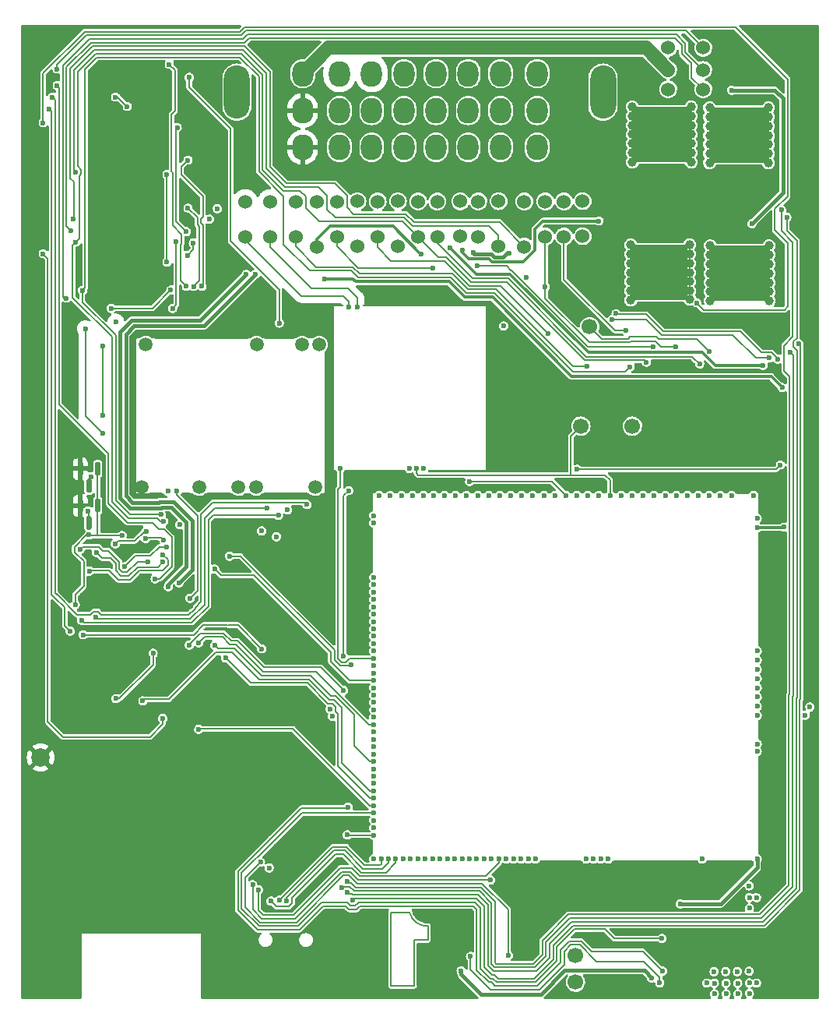
<source format=gbl>
G04 #@! TF.GenerationSoftware,KiCad,Pcbnew,(6.0.9)*
G04 #@! TF.CreationDate,2022-12-11T18:41:33+03:00*
G04 #@! TF.ProjectId,alphax_2ch,616c7068-6178-45f3-9263-682e6b696361,E*
G04 #@! TF.SameCoordinates,PX141f5e0PYa2cace0*
G04 #@! TF.FileFunction,Copper,L4,Bot*
G04 #@! TF.FilePolarity,Positive*
%FSLAX46Y46*%
G04 Gerber Fmt 4.6, Leading zero omitted, Abs format (unit mm)*
G04 Created by KiCad (PCBNEW (6.0.9)) date 2022-12-11 18:41:33*
%MOMM*%
%LPD*%
G01*
G04 APERTURE LIST*
G04 #@! TA.AperFunction,EtchedComponent*
%ADD10C,0.200000*%
G04 #@! TD*
G04 #@! TA.AperFunction,ComponentPad*
%ADD11C,1.524000*%
G04 #@! TD*
G04 #@! TA.AperFunction,ComponentPad*
%ADD12C,1.700000*%
G04 #@! TD*
G04 #@! TA.AperFunction,ComponentPad*
%ADD13C,0.599999*%
G04 #@! TD*
G04 #@! TA.AperFunction,ComponentPad*
%ADD14C,1.500000*%
G04 #@! TD*
G04 #@! TA.AperFunction,ComponentPad*
%ADD15C,0.600000*%
G04 #@! TD*
G04 #@! TA.AperFunction,SMDPad,CuDef*
%ADD16O,1.000000X0.200000*%
G04 #@! TD*
G04 #@! TA.AperFunction,SMDPad,CuDef*
%ADD17O,0.200000X17.000000*%
G04 #@! TD*
G04 #@! TA.AperFunction,SMDPad,CuDef*
%ADD18O,0.300000X0.200000*%
G04 #@! TD*
G04 #@! TA.AperFunction,SMDPad,CuDef*
%ADD19O,4.800000X0.200000*%
G04 #@! TD*
G04 #@! TA.AperFunction,SMDPad,CuDef*
%ADD20O,2.600000X0.200000*%
G04 #@! TD*
G04 #@! TA.AperFunction,SMDPad,CuDef*
%ADD21O,10.200000X0.200000*%
G04 #@! TD*
G04 #@! TA.AperFunction,SMDPad,CuDef*
%ADD22O,3.300000X0.200000*%
G04 #@! TD*
G04 #@! TA.AperFunction,SMDPad,CuDef*
%ADD23O,0.200000X15.400000*%
G04 #@! TD*
G04 #@! TA.AperFunction,SMDPad,CuDef*
%ADD24O,1.500000X0.200000*%
G04 #@! TD*
G04 #@! TA.AperFunction,SMDPad,CuDef*
%ADD25R,1.250000X0.250000*%
G04 #@! TD*
G04 #@! TA.AperFunction,SMDPad,CuDef*
%ADD26R,0.350000X0.250000*%
G04 #@! TD*
G04 #@! TA.AperFunction,SMDPad,CuDef*
%ADD27R,6.450000X0.250000*%
G04 #@! TD*
G04 #@! TA.AperFunction,SMDPad,CuDef*
%ADD28R,0.250000X18.200000*%
G04 #@! TD*
G04 #@! TA.AperFunction,SMDPad,CuDef*
%ADD29R,6.500000X0.250000*%
G04 #@! TD*
G04 #@! TA.AperFunction,SMDPad,CuDef*
%ADD30R,13.650000X0.250000*%
G04 #@! TD*
G04 #@! TA.AperFunction,SMDPad,CuDef*
%ADD31R,5.000000X0.200000*%
G04 #@! TD*
G04 #@! TA.AperFunction,SMDPad,CuDef*
%ADD32R,4.500000X0.200000*%
G04 #@! TD*
G04 #@! TA.AperFunction,SMDPad,CuDef*
%ADD33R,0.200000X2.100000*%
G04 #@! TD*
G04 #@! TA.AperFunction,SMDPad,CuDef*
%ADD34R,1.400000X0.200000*%
G04 #@! TD*
G04 #@! TA.AperFunction,SMDPad,CuDef*
%ADD35R,0.200000X4.900000*%
G04 #@! TD*
G04 #@! TA.AperFunction,SMDPad,CuDef*
%ADD36R,0.200000X12.399996*%
G04 #@! TD*
G04 #@! TA.AperFunction,SMDPad,CuDef*
%ADD37R,0.200000X10.700000*%
G04 #@! TD*
G04 #@! TA.AperFunction,SMDPad,CuDef*
%ADD38R,9.200000X0.200000*%
G04 #@! TD*
G04 #@! TA.AperFunction,SMDPad,CuDef*
%ADD39R,0.200000X2.299999*%
G04 #@! TD*
G04 #@! TA.AperFunction,SMDPad,CuDef*
%ADD40R,0.200000X1.600000*%
G04 #@! TD*
G04 #@! TA.AperFunction,SMDPad,CuDef*
%ADD41R,0.200000X2.000000*%
G04 #@! TD*
G04 #@! TA.AperFunction,ComponentPad*
%ADD42O,2.800000X5.800000*%
G04 #@! TD*
G04 #@! TA.AperFunction,ComponentPad*
%ADD43O,2.300000X2.800000*%
G04 #@! TD*
G04 #@! TA.AperFunction,SMDPad,CuDef*
%ADD44C,2.000000*%
G04 #@! TD*
G04 #@! TA.AperFunction,ViaPad*
%ADD45C,0.600000*%
G04 #@! TD*
G04 #@! TA.AperFunction,ViaPad*
%ADD46C,1.000000*%
G04 #@! TD*
G04 #@! TA.AperFunction,ViaPad*
%ADD47C,2.500000*%
G04 #@! TD*
G04 #@! TA.AperFunction,Conductor*
%ADD48C,0.200000*%
G04 #@! TD*
G04 #@! TA.AperFunction,Conductor*
%ADD49C,0.203200*%
G04 #@! TD*
G04 #@! TA.AperFunction,Conductor*
%ADD50C,0.300000*%
G04 #@! TD*
G04 #@! TA.AperFunction,Conductor*
%ADD51C,0.400000*%
G04 #@! TD*
G04 #@! TA.AperFunction,Conductor*
%ADD52C,1.500000*%
G04 #@! TD*
G04 APERTURE END LIST*
D10*
G04 #@! TO.C,G3*
X40360000Y1490000D02*
X40360000Y9490000D01*
X44360000Y6490000D02*
X42860000Y6490000D01*
X42860000Y6490000D02*
X42860000Y1490000D01*
X40360000Y9490000D02*
X42360000Y9490000D01*
X44360000Y6490000D02*
X44360000Y7990000D01*
X42860000Y1490000D02*
X40360000Y1490000D01*
X42360001Y9490000D02*
G75*
G03*
X44360000Y7990000I1921600J478801D01*
G01*
G04 #@! TD*
D11*
G04 #@! TO.P,R8,1,1*
G04 #@! TO.N,/CAN-*
X49836417Y82896579D03*
G04 #@! TO.P,R8,2,2*
G04 #@! TO.N,/C6*
X49836417Y86706579D03*
G04 #@! TD*
G04 #@! TO.P,R9,1,1*
G04 #@! TO.N,/CAN+*
X47882571Y82918049D03*
G04 #@! TO.P,R9,2,2*
G04 #@! TO.N,/C5*
X47882571Y86728049D03*
G04 #@! TD*
G04 #@! TO.P,F4,1,1*
G04 #@! TO.N,/A3*
X36700000Y86750000D03*
G04 #@! TO.P,F4,2,2*
G04 #@! TO.N,/OUT_PUMP_RELAY*
X36700000Y81850000D03*
G04 #@! TD*
D12*
G04 #@! TO.P,P2,1,Pin_1*
G04 #@! TO.N,Net-(M4-PadS31)*
X61958000Y73100000D03*
G04 #@! TD*
D11*
G04 #@! TO.P,R11,1,1*
G04 #@! TO.N,/IN_CRANK+*
X24500000Y82895000D03*
G04 #@! TO.P,R11,2,2*
G04 #@! TO.N,/C3*
X24500000Y86705000D03*
G04 #@! TD*
G04 #@! TO.P,R6,1,1*
G04 #@! TO.N,/OUT_IDLE*
X74305000Y103400000D03*
G04 #@! TO.P,R6,2,2*
G04 #@! TO.N,/C8*
X70495000Y103400000D03*
G04 #@! TD*
G04 #@! TO.P,R17,1,1*
G04 #@! TO.N,/IN_AFR*
X38900000Y82895000D03*
G04 #@! TO.P,R17,2,2*
G04 #@! TO.N,/B4*
X38900000Y86705000D03*
G04 #@! TD*
D13*
G04 #@! TO.P,M8,V1,V5*
G04 #@! TO.N,+5V*
X69577499Y1826662D03*
G04 #@! TO.P,M8,V2,CAN_VIO*
G04 #@! TO.N,+3V3*
X68702497Y2351662D03*
G04 #@! TO.P,M8,V5,CAN_TX*
G04 #@! TO.N,/CAN2_TX*
X69877501Y3101660D03*
G04 #@! TO.P,M8,V6,CAN_RX*
G04 #@! TO.N,/CAN2_RX*
X69802498Y6651661D03*
G04 #@! TD*
D11*
G04 #@! TO.P,R16,1,1*
G04 #@! TO.N,/IN_TPS*
X45400000Y82895000D03*
G04 #@! TO.P,R16,2,2*
G04 #@! TO.N,/B5*
X45400000Y86705000D03*
G04 #@! TD*
D12*
G04 #@! TO.P,P3,1,Pin_1*
G04 #@! TO.N,/CAN2-*
X60400000Y1900000D03*
G04 #@! TD*
D14*
G04 #@! TO.P,M1,E1,VBAT*
G04 #@! TO.N,unconnected-(M1-PadE1)*
X32074999Y55675006D03*
G04 #@! TO.P,M1,E2,V12*
G04 #@! TO.N,+12V*
X25675002Y55675006D03*
G04 #@! TO.P,M1,E3,VIGN*
G04 #@! TO.N,/VIGN*
X23774999Y55675006D03*
G04 #@! TO.P,M1,E4,V5*
G04 #@! TO.N,+5V*
X19474999Y55675006D03*
D15*
G04 #@! TO.P,M1,E5,EN_5VP*
G04 #@! TO.N,/PWR_EN*
X17075002Y55225007D03*
G04 #@! TO.P,M1,E6,PG_5VP*
G04 #@! TO.N,/TLS115_PG*
X16075001Y55225007D03*
D16*
G04 #@! TO.P,M1,S1,GND*
G04 #@! TO.N,GND*
X18075002Y55025005D03*
D17*
X12574999Y63425004D03*
D14*
X13224999Y55675006D03*
D18*
X33124999Y55025005D03*
D19*
X28925001Y55025005D03*
D20*
X21574999Y55025005D03*
D21*
X19725001Y71825002D03*
D22*
X28224999Y71825002D03*
D23*
X33174999Y62625003D03*
D24*
X14775001Y55025005D03*
D18*
X12624999Y71825002D03*
D14*
G04 #@! TO.P,M1,V1,V12_PERM*
G04 #@! TO.N,+12V_RAW*
X32525001Y71175003D03*
G04 #@! TO.P,M1,V2,IN_VIGN*
X30675002Y71175003D03*
G04 #@! TO.P,M1,V3,V12_RAW*
X25724999Y71175003D03*
G04 #@! TO.P,M1,V4,5VP*
G04 #@! TO.N,+5VAS*
X13675001Y71175003D03*
G04 #@! TD*
D13*
G04 #@! TO.P,M3,E1,Thresh_IN*
G04 #@! TO.N,/THRESHOLD_VR*
X34825000Y57700000D03*
G04 #@! TO.P,M3,E2,OUT_A*
G04 #@! TO.N,/VR_ANALOG*
X42325000Y57700000D03*
G04 #@! TO.P,M3,E3,OUT*
G04 #@! TO.N,/IN_CRANK*
X43125000Y57700000D03*
G04 #@! TO.P,M3,E4,V5_IN*
G04 #@! TO.N,+5V*
X43925000Y57700000D03*
D25*
G04 #@! TO.P,M3,G,GND*
G04 #@! TO.N,GND*
X34600000Y75450000D03*
D26*
X34150000Y57500000D03*
D27*
X47650000Y57500000D03*
D28*
X34100000Y66475000D03*
D29*
X38575000Y57500000D03*
D30*
X44050000Y75450000D03*
D28*
X50750000Y66475000D03*
D13*
G04 #@! TO.P,M3,W1,VR-*
G04 #@! TO.N,/IN_CRANK-*
X36725000Y75225000D03*
G04 #@! TO.P,M3,W2,VR+*
G04 #@! TO.N,/IN_CRANK+*
X35725000Y75225000D03*
G04 #@! TD*
D11*
G04 #@! TO.P,R10,1,1*
G04 #@! TO.N,/IN_2STEP*
X43300000Y82895000D03*
G04 #@! TO.P,R10,2,2*
G04 #@! TO.N,/C4*
X43300000Y86705000D03*
G04 #@! TD*
G04 #@! TO.P,R19,1,1*
G04 #@! TO.N,/IN_MAP2*
X30000000Y82895000D03*
G04 #@! TO.P,R19,2,2*
G04 #@! TO.N,/B2*
X30000000Y86705000D03*
G04 #@! TD*
G04 #@! TO.P,F1,1,1*
G04 #@! TO.N,/A7*
X54846000Y86700000D03*
G04 #@! TO.P,F1,2,2*
G04 #@! TO.N,/OUT_IGN2*
X54846000Y81800000D03*
G04 #@! TD*
G04 #@! TO.P,R14,1,1*
G04 #@! TO.N,/B8*
X70495000Y98900000D03*
G04 #@! TO.P,R14,2,2*
G04 #@! TO.N,/OUT_INJ2*
X74305000Y98900000D03*
G04 #@! TD*
G04 #@! TO.P,F3,1,1*
G04 #@! TO.N,/A4*
X41100000Y86750000D03*
G04 #@! TO.P,F3,2,2*
G04 #@! TO.N,/OUT_TACH*
X41100000Y81850000D03*
G04 #@! TD*
D15*
G04 #@! TO.P,M4,E1,SPI2_SCK*
G04 #@! TO.N,/CAN2_TX*
X38474999Y17875004D03*
G04 #@! TO.P,M4,E2,SPI2_MISO*
G04 #@! TO.N,unconnected-(M4-PadE2)*
X38474999Y18675005D03*
G04 #@! TO.P,M4,E3,SPI2_MOSI*
G04 #@! TO.N,unconnected-(M4-PadE3)*
X38474999Y19475003D03*
G04 #@! TO.P,M4,E4,SPI2_CS*
G04 #@! TO.N,/CAN2_RX*
X38474999Y20275004D03*
G04 #@! TO.P,M4,E6,OUT_IO3*
G04 #@! TO.N,/PWR_EN*
X38474999Y21075005D03*
G04 #@! TO.P,M4,E7,OUT_IO5*
G04 #@! TO.N,/CRANK_N_PULLUP*
X38475001Y21875004D03*
G04 #@! TO.P,M4,E8,OUT_IO1*
G04 #@! TO.N,/TACH_PULLUP*
X38475001Y22675004D03*
G04 #@! TO.P,M4,E9,OUT_IO6*
G04 #@! TO.N,unconnected-(M4-PadE9)*
X38474999Y23475008D03*
G04 #@! TO.P,M4,E10,OUT_IO10*
G04 #@! TO.N,unconnected-(M4-PadE10)*
X38474999Y24275004D03*
G04 #@! TO.P,M4,E11,OUT_IO9*
G04 #@! TO.N,unconnected-(M4-PadE11)*
X38474999Y25075005D03*
G04 #@! TO.P,M4,E12,OUT_IO2*
G04 #@! TO.N,/CRANK_P_PULLUP*
X38474999Y25875006D03*
G04 #@! TO.P,M4,E13,OUT_IO12*
G04 #@! TO.N,unconnected-(M4-PadE13)*
X38475001Y26675004D03*
G04 #@! TO.P,M4,E14,OUT_PWM5*
G04 #@! TO.N,unconnected-(M4-PadE14)*
X38475001Y27475005D03*
G04 #@! TO.P,M4,E15,OUT_PWM4*
G04 #@! TO.N,/FAN_RELAY*
X38475001Y28275006D03*
G04 #@! TO.P,M4,E16,OUT_PWM3*
G04 #@! TO.N,/TACH*
X38474999Y29075004D03*
G04 #@! TO.P,M4,E17,OUT_PWM2*
G04 #@! TO.N,/PUMP_RELAY*
X38474999Y29875005D03*
G04 #@! TO.P,M4,E18,OUT_INJ2*
G04 #@! TO.N,/INJ2*
X38474999Y30675004D03*
G04 #@! TO.P,M4,E19,OUT_INJ1*
G04 #@! TO.N,/INJ1*
X38475001Y31475005D03*
G04 #@! TO.P,M4,E20,OUT_IO13*
G04 #@! TO.N,unconnected-(M4-PadE20)*
X38475001Y32275006D03*
G04 #@! TO.P,M4,E21,OUT_IO4*
G04 #@! TO.N,/TEMP_PULLUP*
X38474999Y33075004D03*
G04 #@! TO.P,M4,E22,OUT_IO8*
G04 #@! TO.N,/CAM_PULLDOWN*
X38474999Y33875005D03*
G04 #@! TO.P,M4,E23,OUT_IO7*
G04 #@! TO.N,/2STEP_PULLDOWN*
X38474999Y34675006D03*
G04 #@! TO.P,M4,E24,OUT_IO11*
G04 #@! TO.N,unconnected-(M4-PadE24)*
X38474999Y35475004D03*
G04 #@! TO.P,M4,E25,OUT_PWM7*
G04 #@! TO.N,unconnected-(M4-PadE25)*
X38474999Y36275005D03*
G04 #@! TO.P,M4,E26,OUT_PWM6*
G04 #@! TO.N,/THRESHOLD_VR*
X38474999Y37075004D03*
G04 #@! TO.P,M4,E27,OUT_PWM1*
G04 #@! TO.N,/IDLE*
X38474999Y37875005D03*
G04 #@! TO.P,M4,E28,OUT_PWM8*
G04 #@! TO.N,unconnected-(M4-PadE28)*
X38474999Y38675005D03*
G04 #@! TO.P,M4,E29,OUT_INJ3*
G04 #@! TO.N,unconnected-(M4-PadE29)*
X38474999Y39475004D03*
G04 #@! TO.P,M4,E30,OUT_INJ4*
G04 #@! TO.N,unconnected-(M4-PadE30)*
X38474999Y40275005D03*
G04 #@! TO.P,M4,E31,OUT_INJ5*
G04 #@! TO.N,unconnected-(M4-PadE31)*
X38475001Y41075003D03*
G04 #@! TO.P,M4,E32,OUT_INJ6*
G04 #@! TO.N,unconnected-(M4-PadE32)*
X38474999Y41875007D03*
G04 #@! TO.P,M4,E33,OUT_INJ7*
G04 #@! TO.N,unconnected-(M4-PadE33)*
X38474999Y42675005D03*
G04 #@! TO.P,M4,E34,OUT_INJ8*
G04 #@! TO.N,unconnected-(M4-PadE34)*
X38474999Y43475004D03*
G04 #@! TO.P,M4,E35,IO6*
G04 #@! TO.N,unconnected-(M4-PadE35)*
X38474999Y44275004D03*
G04 #@! TO.P,M4,E36,IO8*
G04 #@! TO.N,unconnected-(M4-PadE36)*
X38474999Y45075005D03*
G04 #@! TO.P,M4,E37,IO7*
G04 #@! TO.N,unconnected-(M4-PadE37)*
X38474999Y45875006D03*
G04 #@! TO.P,M4,E38,V5A*
G04 #@! TO.N,unconnected-(M4-PadE38)*
X38475001Y51775000D03*
G04 #@! TO.P,M4,E39,GNDA*
G04 #@! TO.N,unconnected-(M4-PadE39)*
X38474999Y52575001D03*
D31*
G04 #@! TO.P,M4,G,GND*
G04 #@! TO.N,GND*
X77174999Y15075002D03*
D32*
X58824993Y15075002D03*
D33*
X80375001Y29325001D03*
D34*
X78574994Y54975003D03*
D35*
X38274999Y48825003D03*
D36*
X80375001Y44575001D03*
D37*
X80375001Y21125002D03*
D38*
X69074999Y15075002D03*
D39*
X80375001Y53924999D03*
D40*
X38274999Y16575001D03*
D41*
X38274999Y54074997D03*
D15*
G04 #@! TO.P,M4,N1,USBID*
G04 #@! TO.N,unconnected-(M4-PadN1)*
X38474999Y15275001D03*
G04 #@! TO.P,M4,N2,USBM*
G04 #@! TO.N,/USB-*
X39274997Y15274999D03*
G04 #@! TO.P,M4,N3,USBP*
G04 #@! TO.N,/USB+*
X40074999Y15274999D03*
G04 #@! TO.P,M4,N4,VBUS*
G04 #@! TO.N,/VBUS*
X40874996Y15275001D03*
G04 #@! TO.P,M4,N5,BOOT0*
G04 #@! TO.N,unconnected-(M4-PadN5)*
X41674997Y15275001D03*
G04 #@! TO.P,M4,N6,SWO*
G04 #@! TO.N,/SWO*
X42474999Y15275001D03*
G04 #@! TO.P,M4,N7,SWDIO*
G04 #@! TO.N,/SWDIO*
X43274996Y15275001D03*
G04 #@! TO.P,M4,N8,SWCLK*
G04 #@! TO.N,/SWCLK*
X44074997Y15274999D03*
G04 #@! TO.P,M4,N9,nReset*
G04 #@! TO.N,/NRESET*
X44874996Y15275001D03*
G04 #@! TO.P,M4,N10,SPI3_CS*
G04 #@! TO.N,unconnected-(M4-PadN10)*
X45674997Y15275001D03*
G04 #@! TO.P,M4,N11,SPI3_SCK*
G04 #@! TO.N,unconnected-(M4-PadN11)*
X46474999Y15275001D03*
G04 #@! TO.P,M4,N12,SPI3_MISO*
G04 #@! TO.N,unconnected-(M4-PadN12)*
X47274999Y15275001D03*
G04 #@! TO.P,M4,N13,SPI3_MOSI*
G04 #@! TO.N,unconnected-(M4-PadN13)*
X48074997Y15275001D03*
G04 #@! TO.P,M4,N14,I2C_SCL*
G04 #@! TO.N,unconnected-(M4-PadN14)*
X48874999Y15275001D03*
G04 #@! TO.P,M4,N15,I2C_SDA*
G04 #@! TO.N,unconnected-(M4-PadN15)*
X49674999Y15274999D03*
G04 #@! TO.P,M4,N16,IO1*
G04 #@! TO.N,unconnected-(M4-PadN16)*
X50474999Y15274999D03*
G04 #@! TO.P,M4,N17,UART2_TX*
G04 #@! TO.N,/UART_TX*
X51274999Y15275001D03*
G04 #@! TO.P,M4,N18,UART2_RX*
G04 #@! TO.N,/UART_RX*
X52074999Y15275001D03*
G04 #@! TO.P,M4,N19,IO2*
G04 #@! TO.N,unconnected-(M4-PadN19)*
X52874999Y15275001D03*
G04 #@! TO.P,M4,N20,IO4*
G04 #@! TO.N,unconnected-(M4-PadN20)*
X53674999Y15275001D03*
G04 #@! TO.P,M4,N21,IO3*
G04 #@! TO.N,unconnected-(M4-PadN21)*
X54474997Y15274999D03*
G04 #@! TO.P,M4,N22,V33*
G04 #@! TO.N,unconnected-(M4-PadN22)*
X55274999Y15275001D03*
G04 #@! TO.P,M4,N23,IO5*
G04 #@! TO.N,unconnected-(M4-PadN23)*
X56074999Y15275001D03*
G04 #@! TO.P,M4,N24,UART8_RX*
G04 #@! TO.N,unconnected-(M4-PadN24)*
X61574999Y15275001D03*
G04 #@! TO.P,M4,N25,UART8_TX*
G04 #@! TO.N,unconnected-(M4-PadN25)*
X62374999Y15275001D03*
G04 #@! TO.P,M4,N26,IN_VIGN*
G04 #@! TO.N,/VIGN*
X63174997Y15275001D03*
G04 #@! TO.P,M4,N27,VBAT*
G04 #@! TO.N,unconnected-(M4-PadN27)*
X63974996Y15275001D03*
G04 #@! TO.P,M4,N28,VCC*
G04 #@! TO.N,+5V*
X74174996Y15275001D03*
G04 #@! TO.P,M4,N29,V33*
G04 #@! TO.N,+3V3*
X80174999Y15275001D03*
G04 #@! TO.P,M4,S1,IN_D4*
G04 #@! TO.N,unconnected-(M4-PadS1)*
X39074999Y54775006D03*
G04 #@! TO.P,M4,S2,IN_D3*
G04 #@! TO.N,/HALL2*
X40274999Y54775004D03*
G04 #@! TO.P,M4,S3,IN_D2*
G04 #@! TO.N,/TLS115_PG*
X41474997Y54775004D03*
G04 #@! TO.P,M4,S4,IN_D1*
G04 #@! TO.N,/HALL1*
X42674999Y54775006D03*
G04 #@! TO.P,M4,S5,VREF2*
G04 #@! TO.N,unconnected-(M4-PadS5)*
X43874999Y54775004D03*
G04 #@! TO.P,M4,S6,IN_SENS4*
G04 #@! TO.N,unconnected-(M4-PadS6)*
X44974985Y54775004D03*
G04 #@! TO.P,M4,S7,IN_SENS3*
G04 #@! TO.N,unconnected-(M4-PadS7)*
X46174986Y54775004D03*
G04 #@! TO.P,M4,S8,IN_SENS2*
G04 #@! TO.N,unconnected-(M4-PadS8)*
X47374983Y54775006D03*
G04 #@! TO.P,M4,S9,IN_SENS1*
G04 #@! TO.N,unconnected-(M4-PadS9)*
X48574983Y54775004D03*
G04 #@! TO.P,M4,S10,IN_AUX4*
G04 #@! TO.N,unconnected-(M4-PadS10)*
X49774986Y54775004D03*
G04 #@! TO.P,M4,S11,IN_AUX3*
G04 #@! TO.N,unconnected-(M4-PadS11)*
X50974989Y54775006D03*
G04 #@! TO.P,M4,S12,IN_AUX2*
G04 #@! TO.N,unconnected-(M4-PadS12)*
X52174986Y54775004D03*
G04 #@! TO.P,M4,S13,IN_AUX1*
G04 #@! TO.N,unconnected-(M4-PadS13)*
X53374984Y54775004D03*
G04 #@! TO.P,M4,S14,IN_RES2*
G04 #@! TO.N,unconnected-(M4-PadS14)*
X54574992Y54775004D03*
G04 #@! TO.P,M4,S15,IN_O2S2*
G04 #@! TO.N,/IN_AFR*
X55774992Y54775004D03*
G04 #@! TO.P,M4,S16,IN_O2S*
G04 #@! TO.N,unconnected-(M4-PadS16)*
X56974989Y54775004D03*
G04 #@! TO.P,M4,S17,IN_RES1*
G04 #@! TO.N,unconnected-(M4-PadS17)*
X58174989Y54775004D03*
G04 #@! TO.P,M4,S18,IN_RES3*
G04 #@! TO.N,/VR_ANALOG*
X59374995Y54775004D03*
G04 #@! TO.P,M4,S19,IN_MAP3*
G04 #@! TO.N,/IN_MAP3*
X60574995Y54775004D03*
G04 #@! TO.P,M4,S20,IN_MAP2*
G04 #@! TO.N,/IN_MAP2*
X61774992Y54775006D03*
G04 #@! TO.P,M4,S21,IN_MAP1*
G04 #@! TO.N,unconnected-(M4-PadS21)*
X62974993Y54775004D03*
G04 #@! TO.P,M4,S22,IN_CRANK*
G04 #@! TO.N,/IN_CRANK*
X64174995Y54775006D03*
G04 #@! TO.P,M4,S23,IN_KNOCK*
G04 #@! TO.N,unconnected-(M4-PadS23)*
X65374995Y54775004D03*
G04 #@! TO.P,M4,S24,IN_CAM*
G04 #@! TO.N,/IN_CAM*
X66574990Y54775004D03*
G04 #@! TO.P,M4,S25,IN_VSS*
G04 #@! TO.N,/IN_2STEP*
X67774993Y54775006D03*
G04 #@! TO.P,M4,S26,IN_IAT*
G04 #@! TO.N,/IN_IAT*
X68974999Y54775004D03*
G04 #@! TO.P,M4,S27,IN_AT1*
G04 #@! TO.N,unconnected-(M4-PadS27)*
X70174999Y54775006D03*
G04 #@! TO.P,M4,S28,IN_CLT*
G04 #@! TO.N,/IN_CLT*
X71374996Y54775004D03*
G04 #@! TO.P,M4,S29,IN_AT2*
G04 #@! TO.N,unconnected-(M4-PadS29)*
X72574996Y54775004D03*
G04 #@! TO.P,M4,S30,IN_TPS*
G04 #@! TO.N,/IN_TPS*
X73775001Y54775004D03*
G04 #@! TO.P,M4,S31,IN_PPS*
G04 #@! TO.N,Net-(M4-PadS31)*
X74975002Y54775004D03*
G04 #@! TO.P,M4,S32,IN_TPS2*
G04 #@! TO.N,unconnected-(M4-PadS32)*
X76174999Y54775004D03*
G04 #@! TO.P,M4,S33,IN_PPS2*
G04 #@! TO.N,unconnected-(M4-PadS33)*
X77374999Y54775004D03*
G04 #@! TO.P,M4,S35,VREF1*
G04 #@! TO.N,unconnected-(M4-PadS35)*
X79774999Y54775004D03*
G04 #@! TO.P,M4,W,GNDA*
G04 #@! TO.N,GNDA*
X80175001Y52275001D03*
G04 #@! TO.P,M4,W0,V5A*
G04 #@! TO.N,+5VA*
X80175001Y51275001D03*
G04 #@! TO.P,M4,W1,IGN8*
G04 #@! TO.N,unconnected-(M4-PadW1)*
X80174999Y37875002D03*
G04 #@! TO.P,M4,W2,IGN7*
G04 #@! TO.N,unconnected-(M4-PadW2)*
X80174999Y36875001D03*
G04 #@! TO.P,M4,W3,IGN6*
G04 #@! TO.N,unconnected-(M4-PadW3)*
X80174999Y35875003D03*
G04 #@! TO.P,M4,W4,IGN5*
G04 #@! TO.N,unconnected-(M4-PadW4)*
X80174999Y34875003D03*
G04 #@! TO.P,M4,W5,IGN4*
G04 #@! TO.N,unconnected-(M4-PadW5)*
X80174999Y33875002D03*
G04 #@! TO.P,M4,W6,IGN3*
G04 #@! TO.N,unconnected-(M4-PadW6)*
X80174999Y32875004D03*
G04 #@! TO.P,M4,W7,IGN2*
G04 #@! TO.N,/OUT_IGN2*
X80174999Y31875004D03*
G04 #@! TO.P,M4,W8,IGN1*
G04 #@! TO.N,/OUT_IGN1*
X80174999Y30875006D03*
G04 #@! TO.P,M4,W9,CANH*
G04 #@! TO.N,/CAN+*
X80174999Y27775002D03*
G04 #@! TO.P,M4,W10,CANL*
G04 #@! TO.N,/CAN-*
X80174999Y26975001D03*
G04 #@! TD*
D11*
G04 #@! TO.P,R15,1,1*
G04 #@! TO.N,/IN_CLT*
X57132000Y82895000D03*
G04 #@! TO.P,R15,2,2*
G04 #@! TO.N,/B7*
X57132000Y86705000D03*
G04 #@! TD*
G04 #@! TO.P,R7,1,1*
G04 #@! TO.N,/IN_CAM*
X59164000Y82895000D03*
G04 #@! TO.P,R7,2,2*
G04 #@! TO.N,/C7*
X59164000Y86705000D03*
G04 #@! TD*
G04 #@! TO.P,R13,1,1*
G04 #@! TO.N,/OUT_FAN_RELAY*
X74305000Y101000000D03*
G04 #@! TO.P,R13,2,2*
G04 #@! TO.N,/C1*
X70495000Y101000000D03*
G04 #@! TD*
G04 #@! TO.P,R20,1,1*
G04 #@! TO.N,/OUT_INJ1*
X61196000Y82943000D03*
G04 #@! TO.P,R20,2,2*
G04 #@! TO.N,/A8*
X61196000Y86753000D03*
G04 #@! TD*
D42*
G04 #@! TO.P,P1,*
G04 #@! TO.N,*
X63400000Y98599000D03*
X23600000Y98599000D03*
D43*
G04 #@! TO.P,P1,1,A1*
G04 #@! TO.N,GND*
X30750000Y92599000D03*
G04 #@! TO.P,P1,2,A2*
G04 #@! TO.N,/A2*
X34750000Y92599000D03*
G04 #@! TO.P,P1,3,A3*
G04 #@! TO.N,/A3*
X38250000Y92599000D03*
G04 #@! TO.P,P1,4,A4*
G04 #@! TO.N,/A4*
X41750000Y92599000D03*
G04 #@! TO.P,P1,5,A5*
G04 #@! TO.N,GNDA*
X45250000Y92599000D03*
G04 #@! TO.P,P1,6,A6*
G04 #@! TO.N,/A6*
X48750000Y92599000D03*
G04 #@! TO.P,P1,7,A7*
G04 #@! TO.N,/A7*
X52250000Y92599000D03*
G04 #@! TO.P,P1,8,A8*
G04 #@! TO.N,/A8*
X56250000Y92599000D03*
G04 #@! TO.P,P1,9,B1*
G04 #@! TO.N,GND*
X30750000Y96599000D03*
G04 #@! TO.P,P1,10,B2*
G04 #@! TO.N,/B2*
X34750000Y96599000D03*
G04 #@! TO.P,P1,11,B3*
G04 #@! TO.N,/B3*
X38250000Y96599000D03*
G04 #@! TO.P,P1,12,B4*
G04 #@! TO.N,/B4*
X41750000Y96599000D03*
G04 #@! TO.P,P1,13,B5*
G04 #@! TO.N,/B5*
X45250000Y96599000D03*
G04 #@! TO.P,P1,14,B6*
G04 #@! TO.N,+5VAS*
X48750000Y96599000D03*
G04 #@! TO.P,P1,15,B7*
G04 #@! TO.N,/B7*
X52250000Y96599000D03*
G04 #@! TO.P,P1,16,B8*
G04 #@! TO.N,/B8*
X56250000Y96599000D03*
G04 #@! TO.P,P1,17,C1*
G04 #@! TO.N,/C1*
X30750000Y100599000D03*
G04 #@! TO.P,P1,18,C2*
G04 #@! TO.N,/C2*
X34750000Y100599000D03*
G04 #@! TO.P,P1,19,C3*
G04 #@! TO.N,/C3*
X38250000Y100599000D03*
G04 #@! TO.P,P1,20,C4*
G04 #@! TO.N,/C4*
X41750000Y100599000D03*
G04 #@! TO.P,P1,21,C5*
G04 #@! TO.N,/C5*
X45250000Y100599000D03*
G04 #@! TO.P,P1,22,C6*
G04 #@! TO.N,/C6*
X48750000Y100599000D03*
G04 #@! TO.P,P1,23,C7*
G04 #@! TO.N,/C7*
X52250000Y100599000D03*
G04 #@! TO.P,P1,24,C8*
G04 #@! TO.N,/C8*
X56250000Y100599000D03*
G04 #@! TD*
D11*
G04 #@! TO.P,R12,1,1*
G04 #@! TO.N,/IN_CRANK-*
X27200000Y82895000D03*
G04 #@! TO.P,R12,2,2*
G04 #@! TO.N,/C2*
X27200000Y86705000D03*
G04 #@! TD*
G04 #@! TO.P,R18,1,1*
G04 #@! TO.N,/IN_IAT*
X34500000Y82895000D03*
G04 #@! TO.P,R18,2,2*
G04 #@! TO.N,/B3*
X34500000Y86705000D03*
G04 #@! TD*
D12*
G04 #@! TO.P,P4,1,Pin_1*
G04 #@! TO.N,/CAN2+*
X60400000Y4800000D03*
G04 #@! TD*
D11*
G04 #@! TO.P,F5,1,1*
G04 #@! TO.N,/A2*
X32300000Y86650000D03*
G04 #@! TO.P,F5,2,2*
G04 #@! TO.N,+12V_RAW*
X32300000Y81750000D03*
G04 #@! TD*
G04 #@! TO.P,F2,1,1*
G04 #@! TO.N,/A6*
X52052000Y86750000D03*
G04 #@! TO.P,F2,2,2*
G04 #@! TO.N,/OUT_IGN1*
X52052000Y81850000D03*
G04 #@! TD*
D12*
G04 #@! TO.P,J8,1,Pin_1*
G04 #@! TO.N,/IN_CAM*
X66600000Y62300000D03*
G04 #@! TD*
G04 #@! TO.P,J7,1,Pin_1*
G04 #@! TO.N,/IN_CRANK*
X61000000Y62300000D03*
G04 #@! TD*
G04 #@! TO.P,D30,1*
G04 #@! TO.N,GND*
G04 #@! TA.AperFunction,SMDPad,CuDef*
G36*
G01*
X6400000Y54412500D02*
X6700000Y54412500D01*
G75*
G02*
X6850000Y54262500I0J-150000D01*
G01*
X6850000Y53087500D01*
G75*
G02*
X6700000Y52937500I-150000J0D01*
G01*
X6400000Y52937500D01*
G75*
G02*
X6250000Y53087500I0J150000D01*
G01*
X6250000Y54262500D01*
G75*
G02*
X6400000Y54412500I150000J0D01*
G01*
G37*
G04 #@! TD.AperFunction*
G04 #@! TO.P,D30,2*
G04 #@! TO.N,Net-(D23-Pad1)*
G04 #@! TA.AperFunction,SMDPad,CuDef*
G36*
G01*
X8300000Y54412500D02*
X8600000Y54412500D01*
G75*
G02*
X8750000Y54262500I0J-150000D01*
G01*
X8750000Y53087500D01*
G75*
G02*
X8600000Y52937500I-150000J0D01*
G01*
X8300000Y52937500D01*
G75*
G02*
X8150000Y53087500I0J150000D01*
G01*
X8150000Y54262500D01*
G75*
G02*
X8300000Y54412500I150000J0D01*
G01*
G37*
G04 #@! TD.AperFunction*
G04 #@! TO.P,D30,3*
G04 #@! TO.N,Net-(D30-Pad3)*
G04 #@! TA.AperFunction,SMDPad,CuDef*
G36*
G01*
X7350000Y52537500D02*
X7650000Y52537500D01*
G75*
G02*
X7800000Y52387500I0J-150000D01*
G01*
X7800000Y51212500D01*
G75*
G02*
X7650000Y51062500I-150000J0D01*
G01*
X7350000Y51062500D01*
G75*
G02*
X7200000Y51212500I0J150000D01*
G01*
X7200000Y52387500D01*
G75*
G02*
X7350000Y52537500I150000J0D01*
G01*
G37*
G04 #@! TD.AperFunction*
G04 #@! TD*
G04 #@! TO.P,D31,1*
G04 #@! TO.N,GND*
G04 #@! TA.AperFunction,SMDPad,CuDef*
G36*
G01*
X6400000Y58412500D02*
X6700000Y58412500D01*
G75*
G02*
X6850000Y58262500I0J-150000D01*
G01*
X6850000Y57087500D01*
G75*
G02*
X6700000Y56937500I-150000J0D01*
G01*
X6400000Y56937500D01*
G75*
G02*
X6250000Y57087500I0J150000D01*
G01*
X6250000Y58262500D01*
G75*
G02*
X6400000Y58412500I150000J0D01*
G01*
G37*
G04 #@! TD.AperFunction*
G04 #@! TO.P,D31,2*
G04 #@! TO.N,Net-(D23-Pad1)*
G04 #@! TA.AperFunction,SMDPad,CuDef*
G36*
G01*
X8300000Y58412500D02*
X8600000Y58412500D01*
G75*
G02*
X8750000Y58262500I0J-150000D01*
G01*
X8750000Y57087500D01*
G75*
G02*
X8600000Y56937500I-150000J0D01*
G01*
X8300000Y56937500D01*
G75*
G02*
X8150000Y57087500I0J150000D01*
G01*
X8150000Y58262500D01*
G75*
G02*
X8300000Y58412500I150000J0D01*
G01*
G37*
G04 #@! TD.AperFunction*
G04 #@! TO.P,D31,3*
G04 #@! TO.N,Net-(D31-Pad3)*
G04 #@! TA.AperFunction,SMDPad,CuDef*
G36*
G01*
X7350000Y56537500D02*
X7650000Y56537500D01*
G75*
G02*
X7800000Y56387500I0J-150000D01*
G01*
X7800000Y55212500D01*
G75*
G02*
X7650000Y55062500I-150000J0D01*
G01*
X7350000Y55062500D01*
G75*
G02*
X7200000Y55212500I0J150000D01*
G01*
X7200000Y56387500D01*
G75*
G02*
X7350000Y56537500I150000J0D01*
G01*
G37*
G04 #@! TD.AperFunction*
G04 #@! TD*
D44*
G04 #@! TO.P,J4,1,Pin_1*
G04 #@! TO.N,GND*
X2250000Y26300000D03*
G04 #@! TD*
D45*
G04 #@! TO.N,GND*
X37100000Y47400000D03*
X36700000Y39100000D03*
X37200000Y16400000D03*
X37000000Y18900000D03*
X36800000Y21200000D03*
X80246000Y12712000D03*
X10904000Y88150000D03*
X37159215Y9511389D03*
X4196000Y27588000D03*
X9800000Y29500000D03*
X20706000Y41304000D03*
X78214000Y73672000D03*
X59752778Y56210800D03*
D46*
X79500000Y72600000D03*
D45*
X65006000Y80276000D03*
X34780000Y774000D03*
X9313423Y51762726D03*
X28325859Y99190689D03*
X20471500Y30999500D03*
X11800000Y40300000D03*
X1760000Y96532000D03*
X32800000Y7800000D03*
X4300000Y1028000D03*
X16800500Y32387163D03*
X75928000Y99580000D03*
X72800000Y68600000D03*
X85326000Y75704000D03*
X22080000Y12966000D03*
X55354000Y94500000D03*
X6019697Y59005553D03*
X22900000Y43900000D03*
D46*
X81500000Y87500000D03*
D45*
X7200000Y42600000D03*
X19600000Y26700000D03*
X80897800Y50000000D03*
X23096000Y30999500D03*
X6332000Y80276000D03*
D46*
X71200000Y87500000D03*
D45*
X81200000Y23500000D03*
X8948614Y59103563D03*
X46092525Y76671170D03*
X9126000Y98726500D03*
X13730000Y31570000D03*
X18158547Y36376344D03*
X18488400Y42740578D03*
X77751150Y62864011D03*
X35800000Y56900000D03*
X15372000Y42574000D03*
X28300000Y72600000D03*
X28700000Y54600000D03*
X28690321Y3122599D03*
X63482000Y83070000D03*
X50528000Y98818000D03*
X65006000Y90690000D03*
D46*
X73300000Y73404902D03*
D45*
X22096866Y16190624D03*
X20600000Y25800000D03*
X25100000Y21500000D03*
X58224581Y75924581D03*
X13200000Y46000000D03*
X14800000Y30200000D03*
X31478000Y32016000D03*
X86342000Y13728000D03*
X67800000Y11300000D03*
X24200000Y72800000D03*
X82786000Y75958000D03*
X5942502Y47769150D03*
X12616212Y51200500D03*
X22200000Y28000000D03*
D46*
X79500000Y87500000D03*
D45*
X74800000Y13800000D03*
X31610000Y7860000D03*
X9450500Y45986000D03*
X24620000Y90690000D03*
X58990089Y77562089D03*
X82786000Y1028000D03*
X80897800Y29400000D03*
X69929034Y68675208D03*
X36967917Y51807979D03*
X21350000Y48300000D03*
X4200000Y30200000D03*
X54846000Y84340000D03*
X73260000Y540000D03*
X70200000Y61600000D03*
X72467325Y62389822D03*
X23600000Y39900000D03*
X5932206Y55179904D03*
X12200000Y61000000D03*
X11412000Y94754000D03*
X9799570Y47177601D03*
X48750000Y94500000D03*
X38336000Y94500000D03*
X72300000Y56100000D03*
X70109678Y56632301D03*
X3284000Y100342000D03*
X5570000Y68084000D03*
X25374086Y48752875D03*
X15222000Y77482000D03*
X26750000Y11600000D03*
X71610000Y82816000D03*
X32748000Y13200500D03*
X81262000Y98056000D03*
X68618555Y100960942D03*
X36558000Y98564000D03*
X80897800Y32500000D03*
X55100000Y102120000D03*
X13165799Y44650630D03*
X76500000Y12800000D03*
X65200000Y14100000D03*
X38100000Y76400000D03*
X51800000Y71400000D03*
X39600000Y9500000D03*
X42700000Y76600000D03*
X31478000Y37096000D03*
X28368801Y90484265D03*
X60942000Y80784000D03*
X45194000Y94500000D03*
X12300000Y70300000D03*
X15372000Y28858000D03*
X45194000Y98564000D03*
X32748000Y16776000D03*
D47*
X77400000Y6300000D03*
D45*
X4046000Y11442000D03*
X31732000Y43192000D03*
X22200000Y72600000D03*
X41638000Y94500000D03*
X12953555Y36973925D03*
X86448452Y97351166D03*
X86499500Y69816766D03*
X21700000Y25800000D03*
X62900000Y56000000D03*
X60434000Y74942000D03*
X58100000Y62700000D03*
X15984000Y98564000D03*
X57386000Y89420000D03*
X61770000Y2440000D03*
X6822154Y43913343D03*
X20658864Y89792209D03*
X28282917Y94756961D03*
X18597334Y86728921D03*
X22080000Y84848000D03*
X18674000Y32414000D03*
X22190000Y22250000D03*
X23166078Y9077839D03*
X2268000Y79768000D03*
X78500000Y56000000D03*
X24366000Y94246000D03*
X81400000Y17000000D03*
D46*
X80555000Y73504449D03*
D45*
X26300000Y103300000D03*
X51800000Y58500000D03*
X86342000Y83070000D03*
X22200000Y20000000D03*
X24620000Y88404000D03*
X83294000Y72656000D03*
X17400000Y49300000D03*
X26711196Y77221953D03*
X15373077Y40358989D03*
X40114000Y98564000D03*
X14000000Y30000000D03*
X65193519Y100724614D03*
X29600000Y24900000D03*
X63400000Y66400000D03*
X29500000Y17100000D03*
X71356000Y97548000D03*
X31485862Y46555045D03*
X65700000Y56600000D03*
X20810000Y774000D03*
X68308000Y89674000D03*
X81008000Y99580000D03*
X10900000Y30700000D03*
X24019259Y51884031D03*
X29500000Y31800000D03*
X32240000Y94754000D03*
X86399500Y37845489D03*
D46*
X73000000Y87500000D03*
D45*
X16800500Y34433604D03*
X82786000Y81546000D03*
X80897800Y39100000D03*
D46*
X80500000Y88600000D03*
D45*
X3800000Y42500000D03*
X2268000Y38874000D03*
X55354000Y98564000D03*
X11830000Y48500000D03*
X11770000Y35500000D03*
X80897800Y47100000D03*
X21328161Y33204339D03*
X28300000Y13200500D03*
X5100000Y44150000D03*
X74620000Y6840000D03*
X24625876Y27029240D03*
X64200000Y62600000D03*
X80400000Y56100000D03*
X34640000Y9100000D03*
X65260000Y76466000D03*
X22335496Y101627629D03*
X83100000Y67300000D03*
X15730000Y92722000D03*
X2268000Y60718000D03*
D46*
X70600000Y73404902D03*
D45*
X78780000Y105570000D03*
X34780000Y94500000D03*
X18100000Y54699500D03*
X30000000Y39200000D03*
X72000000Y14300000D03*
X51848579Y66406127D03*
X32748000Y99326000D03*
X21300000Y42900000D03*
X58000000Y58500000D03*
X83802000Y86372000D03*
X11666000Y86372000D03*
X24895023Y31954960D03*
X39860000Y89166000D03*
X86599500Y73349965D03*
X55900000Y11800000D03*
X20910000Y23150000D03*
X20297060Y38510693D03*
D46*
X81600000Y72600000D03*
D45*
X24042288Y46980644D03*
D46*
X71800000Y73800000D03*
D45*
X21250000Y51700000D03*
X5824000Y105422000D03*
D46*
X72100000Y88912000D03*
D45*
X15500000Y33600000D03*
X46718000Y89166000D03*
X57689496Y500306D03*
X38082000Y89166000D03*
X33900000Y56300000D03*
X11920000Y101104000D03*
X60180000Y90690000D03*
X86399500Y54865486D03*
X22800000Y35700000D03*
X58800000Y14500000D03*
X74150000Y104914000D03*
X33510000Y43192000D03*
X57000000Y68500000D03*
X40114000Y102120000D03*
X16800000Y27800000D03*
X77452000Y104914000D03*
X14800000Y54700000D03*
X42400000Y89166000D03*
X63760000Y440000D03*
X52306000Y94500000D03*
X32800000Y51300000D03*
X11813573Y81961396D03*
X31350000Y39300000D03*
X21600000Y54700000D03*
X9250000Y49360000D03*
X11920000Y90690000D03*
X14338459Y84486282D03*
X29700000Y51700000D03*
X10018258Y45418258D03*
X11697659Y42411500D03*
X24800000Y41800000D03*
X16238000Y96786000D03*
X12238891Y55038891D03*
X13400000Y43000000D03*
X61984574Y6254574D03*
X60942000Y99072000D03*
X33400000Y73700000D03*
G04 #@! TO.N,/IN_CRANK*
X3538000Y98056000D03*
X11666000Y97040000D03*
X10396000Y98056000D03*
X31200000Y53800000D03*
G04 #@! TO.N,+12V*
X21469526Y85930474D03*
X27900000Y50300000D03*
G04 #@! TO.N,Net-(D12-Pad1)*
X18219498Y80869498D03*
X18850000Y82200000D03*
G04 #@! TO.N,/VBUS*
X27300000Y10700000D03*
G04 #@! TO.N,Net-(D13-Pad1)*
X16400500Y77101100D03*
X9900000Y75100000D03*
G04 #@! TO.N,Net-(D14-Pad1)*
X16238000Y101612000D03*
X18100000Y77498900D03*
G04 #@! TO.N,Net-(D15-Pad1)*
X18270000Y85999500D03*
X18900000Y77482000D03*
G04 #@! TO.N,Net-(D23-Pad1)*
X6000000Y42900000D03*
X11100000Y50425500D03*
X7500000Y50500000D03*
G04 #@! TO.N,Net-(D16-Pad1)*
X19775000Y77498900D03*
X18270000Y91198000D03*
G04 #@! TO.N,+5VA*
X33099500Y78300000D03*
X82900000Y66500000D03*
X83100603Y51325974D03*
G04 #@! TO.N,/IN_TPS*
X73922435Y69059032D03*
G04 #@! TO.N,/IDLE*
X36195507Y10808305D03*
X84700999Y71230395D03*
G04 #@! TO.N,/INJ1*
X35000001Y12199999D03*
X83800000Y70300000D03*
X33714415Y31576996D03*
G04 #@! TO.N,/INJ2*
X83400000Y85000000D03*
X35568676Y11638027D03*
X33988941Y30778782D03*
G04 #@! TO.N,/USB+*
X29000000Y10700000D03*
G04 #@! TO.N,/USB-*
X28200000Y10800000D03*
G04 #@! TO.N,Net-(D1-Pad1)*
X15984000Y89674000D03*
X15984000Y80116000D03*
G04 #@! TO.N,/VIGN*
X27100000Y14300000D03*
G04 #@! TO.N,/OUT_IGN1*
X6061020Y89928000D03*
X85400000Y30900000D03*
G04 #@! TO.N,/OUT_IGN2*
X85900000Y31800000D03*
X5824000Y84848000D03*
G04 #@! TO.N,+3V3*
X47982008Y3148302D03*
X71800000Y10400000D03*
D46*
G04 #@! TO.N,/OUT_INJ2*
X73000000Y95000000D03*
X73000000Y96000000D03*
X66600000Y97000000D03*
X73000000Y92000000D03*
X66600000Y92000000D03*
X73000000Y97000000D03*
X66600000Y95000000D03*
X66600000Y96000000D03*
X66600000Y91000000D03*
D45*
X5570000Y83578000D03*
D46*
X73000000Y91000000D03*
X66600000Y94000000D03*
X66600000Y93000000D03*
X73000000Y93000000D03*
X73000000Y94000000D03*
G04 #@! TO.N,/OUT_INJ1*
X66425000Y81002500D03*
X66425000Y77002500D03*
D45*
X73600000Y75704000D03*
D46*
X72825000Y78002500D03*
X72874539Y76083421D03*
X72825000Y82002500D03*
X66425000Y76002500D03*
X66425000Y80002500D03*
X72825000Y81002500D03*
X66425000Y79002500D03*
X72825000Y77002500D03*
X66425000Y82002500D03*
X72825000Y79002500D03*
D45*
X2522000Y95262000D03*
D46*
X72825000Y80002500D03*
X66425000Y78002500D03*
G04 #@! TO.N,/OUT_IDLE*
X81475000Y81902500D03*
D45*
X4046000Y101104000D03*
D46*
X81475000Y77902500D03*
X75075000Y76902500D03*
X75075000Y79902500D03*
X81475000Y78902500D03*
X75075000Y77902500D03*
X81475000Y80902500D03*
X75075000Y78902500D03*
X81475000Y75902500D03*
X75075000Y81902500D03*
X81475000Y79902500D03*
X75075000Y75902500D03*
X81475000Y76902500D03*
X75075000Y80902500D03*
D45*
G04 #@! TO.N,/IN_CAM*
X15347214Y52701558D03*
X66350000Y68750000D03*
X65900000Y72700000D03*
X6793980Y77041803D03*
G04 #@! TO.N,/IN_CLT*
X71349500Y70949500D03*
X57132000Y77432000D03*
G04 #@! TO.N,/IN_IAT*
X49724916Y79724916D03*
X44940000Y79514000D03*
X68857424Y70949500D03*
G04 #@! TO.N,/IN_2STEP*
X68138964Y69250999D03*
X15632475Y51954677D03*
X6078000Y82308000D03*
D46*
G04 #@! TO.N,/OUT_FAN_RELAY*
X75000000Y93902500D03*
X75000000Y96902500D03*
X81400000Y92902500D03*
X75000000Y91902500D03*
X75000000Y95902500D03*
X81400000Y90902500D03*
X81400000Y94902500D03*
X81400000Y91902500D03*
D45*
X5062000Y76212000D03*
D46*
X75000000Y94902500D03*
X75000000Y92902500D03*
X81400000Y93902500D03*
X75000000Y90902500D03*
X81400000Y96902500D03*
X81400000Y95902500D03*
D45*
G04 #@! TO.N,/OUT_TACH*
X2522000Y81038000D03*
X17312500Y45300000D03*
X15519159Y30549306D03*
X25600000Y78800000D03*
G04 #@! TO.N,/CRANK_N_PULLUP*
X15912524Y49165423D03*
X22346346Y37119889D03*
X11400500Y47029068D03*
G04 #@! TO.N,+12V_RAW*
X77400000Y98800000D03*
X28200000Y73500000D03*
X43670000Y81038000D03*
X18400000Y100200000D03*
X14475960Y37644040D03*
X4046000Y99326000D03*
X10450000Y32700000D03*
X14700000Y45724419D03*
X79600000Y84300000D03*
X48090091Y81394091D03*
X62974000Y84594000D03*
G04 #@! TO.N,/CAN-*
X82400000Y69600000D03*
X64831881Y74529138D03*
G04 #@! TO.N,/CAN+*
X64374283Y73873540D03*
X81498900Y69700000D03*
G04 #@! TO.N,/OUT_PUMP_RELAY*
X24600000Y78800000D03*
X3121500Y96786000D03*
X5466000Y40034000D03*
X16134000Y44860000D03*
G04 #@! TO.N,/VR_ANALOG*
X48900000Y56300000D03*
G04 #@! TO.N,/IN_CRANK-*
X9000500Y70983376D03*
X10428805Y73631557D03*
X9000500Y63469351D03*
G04 #@! TO.N,/IN_CRANK+*
X9000000Y61500000D03*
X7100000Y72900000D03*
G04 #@! TO.N,GNDA*
X46767765Y81674502D03*
X80800000Y68900000D03*
G04 #@! TO.N,/IN_MAP3*
X60600000Y57600000D03*
X82701100Y58091717D03*
G04 #@! TO.N,/IN_AFR*
X57450000Y72350000D03*
G04 #@! TO.N,/IN_MAP2*
X61700000Y68800000D03*
G04 #@! TO.N,Net-(M4-PadS31)*
X74959266Y70459266D03*
G04 #@! TO.N,/TACH_PULLUP*
X13360000Y32460000D03*
G04 #@! TO.N,/CRANK_P_PULLUP*
X21200000Y38500000D03*
X15499500Y48320928D03*
X7550000Y46550000D03*
G04 #@! TO.N,/FAN_RELAY*
X82835719Y85787897D03*
X35560428Y12844462D03*
G04 #@! TO.N,/PUMP_RELAY*
X19436000Y38764000D03*
G04 #@! TO.N,/TACH*
X35200000Y33600000D03*
X18420000Y38510000D03*
G04 #@! TO.N,/CAM_PULLDOWN*
X22774520Y48174520D03*
X35976180Y36356040D03*
G04 #@! TO.N,/HALL1*
X26900000Y53400000D03*
X8260000Y41558000D03*
G04 #@! TO.N,/HALL2*
X28100000Y52600000D03*
X6700000Y41200000D03*
G04 #@! TO.N,/TLS115_PG*
X29100000Y53200000D03*
G04 #@! TO.N,Net-(Q4-Pad3)*
X6550000Y48950000D03*
X13950000Y47598531D03*
G04 #@! TO.N,Net-(D30-Pad3)*
X7400000Y53100000D03*
G04 #@! TO.N,unconnected-(U3-Pad1)*
X79325000Y9945000D03*
X80100000Y11070000D03*
X79300000Y12370000D03*
X79325000Y11095000D03*
G04 #@! TO.N,unconnected-(U3-Pad5)*
X75515000Y1777500D03*
X75515000Y627500D03*
X74700000Y1800000D03*
X75490000Y3052500D03*
G04 #@! TO.N,unconnected-(U3-Pad6)*
X76785000Y1777500D03*
X76785000Y627500D03*
X76760000Y3052500D03*
G04 #@! TO.N,unconnected-(U3-Pad7)*
X78055000Y1777500D03*
X78055000Y627500D03*
X78030000Y3052500D03*
G04 #@! TO.N,unconnected-(U3-Pad8)*
X79300000Y3100000D03*
X79325000Y675000D03*
X79325000Y1825000D03*
X80100000Y1800000D03*
G04 #@! TO.N,/TEMP_PULLUP*
X35761109Y55301499D03*
X35200000Y37275505D03*
G04 #@! TO.N,Net-(Q16-Pad3)*
X13700553Y50892008D03*
X10370000Y49520000D03*
G04 #@! TO.N,Net-(D10-Pad1)*
X16600230Y75094763D03*
X16957781Y82363197D03*
G04 #@! TO.N,Net-(D11-Pad1)*
X17091500Y94754000D03*
X18100000Y83430773D03*
G04 #@! TO.N,/PWR_EN*
X18500000Y43600000D03*
X19436000Y29366000D03*
G04 #@! TO.N,Net-(D31-Pad3)*
X7700000Y56800000D03*
G04 #@! TO.N,/UART_TX*
X25300000Y12500000D03*
X51200000Y13000000D03*
G04 #@! TO.N,/UART_RX*
X25927040Y11927040D03*
G04 #@! TO.N,+5VAS*
X53199520Y81103404D03*
X55100000Y78500000D03*
X17349500Y51599001D03*
X49264702Y81128007D03*
X52600500Y73200000D03*
G04 #@! TO.N,/2STEP_PULLDOWN*
X21168750Y46781250D03*
G04 #@! TO.N,+5V*
X26288001Y50911999D03*
X26149995Y14950005D03*
X20600000Y84800500D03*
X6850000Y39640000D03*
X26288001Y38111999D03*
X53100000Y4800000D03*
X49000000Y4700000D03*
G04 #@! TO.N,Net-(Q4-Pad1)*
X8299500Y48572534D03*
X15499500Y47521425D03*
G04 #@! TO.N,Net-(Q16-Pad1)*
X15640250Y49917135D03*
X13645470Y50094405D03*
G04 #@! TO.N,/CAN2_TX*
X35600000Y17900000D03*
X35700000Y20900000D03*
G04 #@! TD*
D48*
G04 #@! TO.N,+12V_RAW*
X22900000Y82427419D02*
X28200000Y77127419D01*
X18400000Y99100000D02*
X22900000Y94600000D01*
X28200000Y77127419D02*
X28200000Y73500000D01*
X18400000Y100200000D02*
X18400000Y99100000D01*
X22900000Y94600000D02*
X22900000Y82427419D01*
G04 #@! TO.N,/IN_CRANK+*
X35200000Y76400000D02*
X30600000Y76400000D01*
X35725000Y75875000D02*
X35200000Y76400000D01*
X30600000Y76400000D02*
X24500000Y82500000D01*
X24500000Y82500000D02*
X24500000Y82895000D01*
X35725000Y75225000D02*
X35725000Y75875000D01*
D49*
X7100000Y63400000D02*
X9000000Y61500000D01*
X7100000Y72900000D02*
X7100000Y63400000D01*
D48*
G04 #@! TO.N,/IN_CRANK*
X8853838Y41812000D02*
X18307032Y41812000D01*
X8508327Y42157511D02*
X8853838Y41812000D01*
X18307032Y41812000D02*
X18636110Y42141078D01*
X43125000Y57175000D02*
X43125000Y57700000D01*
X19087900Y42492256D02*
X19087900Y42592868D01*
X8011673Y42157511D02*
X8508327Y42157511D01*
X19699501Y43204469D02*
X19699501Y52741224D01*
X19699501Y52741224D02*
X20958277Y54000000D01*
X18736722Y42141078D02*
X19087900Y42492256D01*
X4000000Y44000000D02*
X3829040Y44170960D01*
X3979040Y44060960D02*
X6228000Y41812000D01*
X59900000Y61200000D02*
X59900000Y57000000D01*
X59926988Y56973012D02*
X43326988Y56973012D01*
X11666000Y97040000D02*
X10650000Y98056000D01*
X64174995Y54775006D02*
X64174995Y56425005D01*
X7666162Y41812000D02*
X8011673Y42157511D01*
X43326988Y56973012D02*
X43125000Y57175000D01*
X64174995Y56425005D02*
X63626988Y56973012D01*
X6228000Y41812000D02*
X7666162Y41812000D01*
X63626988Y56973012D02*
X59926988Y56973012D01*
X19087900Y42592868D02*
X19699501Y43204469D01*
X10650000Y98056000D02*
X10396000Y98056000D01*
X59900000Y57000000D02*
X59926988Y56973012D01*
X31000000Y54000000D02*
X31200000Y53800000D01*
X3829040Y97764960D02*
X3538000Y98056000D01*
X18636110Y42141078D02*
X18736722Y42141078D01*
X20958277Y54000000D02*
X31000000Y54000000D01*
X3829040Y44170960D02*
X3829040Y97764960D01*
X61000000Y62300000D02*
X59900000Y61200000D01*
G04 #@! TO.N,Net-(D12-Pad1)*
X18850000Y81500000D02*
X18219498Y80869498D01*
X18850000Y82200000D02*
X18850000Y81500000D01*
G04 #@! TO.N,/VBUS*
X29599511Y11062709D02*
X34332962Y15796160D01*
X37442013Y13799501D02*
X39823760Y13799501D01*
X35151492Y15796160D02*
X37142841Y13804811D01*
X29599511Y10451673D02*
X29599511Y11062709D01*
X27300000Y10700000D02*
X27900000Y10100000D01*
X37142841Y13804811D02*
X37436703Y13804811D01*
X40874996Y14850737D02*
X40874996Y15275001D01*
X37436703Y13804811D02*
X37442013Y13799501D01*
X34332962Y15796160D02*
X35151492Y15796160D01*
X39823760Y13799501D02*
X40874996Y14850737D01*
X27900000Y10100000D02*
X29247838Y10100000D01*
X29247838Y10100000D02*
X29599511Y10451673D01*
G04 #@! TO.N,Net-(D13-Pad1)*
X14399400Y75100000D02*
X16400500Y77101100D01*
X9900000Y75100000D02*
X14399400Y75100000D01*
G04 #@! TO.N,Net-(D14-Pad1)*
X16583511Y84099424D02*
X17557292Y83125643D01*
X16837511Y96537673D02*
X16492000Y96192162D01*
X16583511Y89922327D02*
X16583511Y84099424D01*
X17508000Y82065578D02*
X17508000Y78090900D01*
X16492000Y90013838D02*
X16583511Y89922327D01*
X16238000Y101612000D02*
X16837511Y101012489D01*
X16492000Y96192162D02*
X16492000Y90013838D01*
X17557292Y82114870D02*
X17508000Y82065578D01*
X17508000Y78090900D02*
X18100000Y77498900D01*
X17557292Y83125643D02*
X17557292Y82114870D01*
X16837511Y101012489D02*
X16837511Y96537673D01*
G04 #@! TO.N,Net-(D15-Pad1)*
X19302969Y84966531D02*
X18270000Y85999500D01*
X18900000Y77482000D02*
X19175489Y77757489D01*
X19175489Y77802991D02*
X19500480Y78127982D01*
X19302969Y84180187D02*
X19302969Y84966531D01*
X19500480Y78127982D02*
X19500480Y83982676D01*
X19175489Y77757489D02*
X19175489Y77802991D01*
X19500480Y83982676D02*
X19302969Y84180187D01*
G04 #@! TO.N,Net-(D23-Pad1)*
X7500000Y50500000D02*
X7252162Y50500000D01*
X11100000Y50425500D02*
X8374500Y50425500D01*
X8450000Y57675000D02*
X8450000Y50501000D01*
X6950000Y47610000D02*
X6950000Y44930000D01*
X8450000Y50501000D02*
X8374500Y50425500D01*
X6950000Y44930000D02*
X6000000Y43980000D01*
X8374500Y50425500D02*
X7574500Y50425500D01*
X5950489Y48609511D02*
X6950000Y47610000D01*
X5950489Y49198327D02*
X5950489Y48609511D01*
X7252162Y50500000D02*
X5950489Y49198327D01*
X6000000Y43980000D02*
X6000000Y42900000D01*
X7574500Y50425500D02*
X7500000Y50500000D01*
G04 #@! TO.N,Net-(D16-Pad1)*
X19702489Y84842327D02*
X19702489Y84345673D01*
X17524489Y90520234D02*
X17524489Y89657511D01*
X19702489Y84345673D02*
X19900000Y84148162D01*
X19900000Y84148162D02*
X19900000Y77623900D01*
X18270000Y91198000D02*
X18202255Y91198000D01*
X19900000Y85039838D02*
X19702489Y84842327D01*
X17524489Y89657511D02*
X19900000Y87282000D01*
X19900000Y87282000D02*
X19900000Y85039838D01*
X18202255Y91198000D02*
X17524489Y90520234D01*
X19900000Y77623900D02*
X19775000Y77498900D01*
D50*
G04 #@! TO.N,+5VA*
X51397006Y76302994D02*
X48347172Y76302994D01*
X46650166Y78000000D02*
X36500000Y78000000D01*
X80175001Y51275001D02*
X83049630Y51275001D01*
X81700000Y67700000D02*
X60000000Y67700000D01*
X83049630Y51275001D02*
X83100603Y51325974D01*
X36500000Y78000000D02*
X36200000Y78300000D01*
X36200000Y78300000D02*
X33099500Y78300000D01*
X48347172Y76302994D02*
X46650166Y78000000D01*
X60000000Y67700000D02*
X51397006Y76302994D01*
X82900000Y66500000D02*
X81700000Y67700000D01*
D48*
G04 #@! TO.N,/IN_TPS*
X73130968Y69850499D02*
X73922435Y69059032D01*
X49195279Y78350499D02*
X53114481Y78350499D01*
X61614481Y69850499D02*
X73130968Y69850499D01*
X45400000Y82895000D02*
X45400000Y82145778D01*
X45400000Y82145778D02*
X49195279Y78350499D01*
X53114481Y78350499D02*
X61614481Y69850499D01*
G04 #@! TO.N,/IDLE*
X51579280Y2698502D02*
X51975350Y2302432D01*
X51296438Y2698502D02*
X51579280Y2698502D01*
X50472197Y10137779D02*
X50472198Y3522742D01*
X51975350Y2302432D02*
X55901090Y2302432D01*
X49617731Y10992245D02*
X50472197Y10137779D01*
X84800500Y32549322D02*
X84900000Y32648822D01*
X36379447Y10992245D02*
X49617731Y10992245D01*
X57998503Y5903563D02*
X60149397Y8054457D01*
X60149397Y8054457D02*
X80949397Y8054457D01*
X84900000Y71031394D02*
X84700999Y71230395D01*
X57998503Y4399845D02*
X57998503Y5903563D01*
X50472198Y3522742D02*
X51296438Y2698502D01*
X36195507Y10808305D02*
X36379447Y10992245D01*
X84800500Y11905560D02*
X84800500Y32549322D01*
X84900000Y32648822D02*
X84900000Y71031394D01*
X55901090Y2302432D02*
X57998503Y4399845D01*
X80949397Y8054457D02*
X84800500Y11905560D01*
G04 #@! TO.N,/INJ1*
X59818477Y8853497D02*
X64091907Y8853497D01*
X84099520Y70000480D02*
X83800000Y70300000D01*
X57199501Y4730803D02*
X57199501Y6234521D01*
X35881712Y12241040D02*
X36315446Y11807306D01*
X35041042Y12241040D02*
X35881712Y12241040D01*
X36618610Y11798004D02*
X49941984Y11798004D01*
X49941984Y11798004D02*
X51271237Y10468751D01*
X84100499Y58458923D02*
X84099520Y58459902D01*
X84001498Y12236518D02*
X84001498Y32880280D01*
X36609308Y11807306D02*
X36618610Y11798004D01*
X84100499Y32979281D02*
X84100499Y58458923D01*
X84099520Y58459902D02*
X84099520Y70000480D01*
X84001498Y32880280D02*
X84100499Y32979281D01*
X51627396Y3497504D02*
X55966202Y3497504D01*
X51271237Y10468751D02*
X51271237Y3853663D01*
X35000001Y12199999D02*
X35041042Y12241040D01*
X64091907Y8853497D02*
X64091945Y8853459D01*
X51271237Y3853663D02*
X51627396Y3497504D01*
X64091945Y8853459D02*
X80618439Y8853459D01*
X80618439Y8853459D02*
X84001498Y12236518D01*
X57199501Y6234521D02*
X59818477Y8853497D01*
X55966202Y3497504D02*
X57199501Y4730803D01*
X36315446Y11807306D02*
X36609308Y11807306D01*
G04 #@! TO.N,/INJ2*
X80783918Y8453958D02*
X63926440Y8453958D01*
X83400000Y83529006D02*
X84500000Y82429006D01*
X56131681Y3098003D02*
X51461917Y3098003D01*
X84400999Y32714801D02*
X84400999Y12071039D01*
X35723871Y11482832D02*
X35568676Y11638027D01*
X84101499Y70940287D02*
X84500000Y70541786D01*
X84500000Y70541786D02*
X84500000Y70200960D01*
X84499040Y70199040D02*
X84499040Y70200000D01*
X84500000Y70200960D02*
X84499040Y70200000D01*
X50871717Y10303265D02*
X49776479Y11398503D01*
X36443829Y11407805D02*
X36149967Y11407805D01*
X84500000Y71877218D02*
X84101499Y71478717D01*
X84500000Y70199040D02*
X84500000Y32814800D01*
X84500000Y32814800D02*
X84500499Y32814301D01*
X84499040Y70200000D02*
X84500000Y70199040D01*
X57599002Y6069042D02*
X57599002Y4565324D01*
X51461917Y3098003D02*
X50871717Y3688203D01*
X36149967Y11407805D02*
X36074940Y11482832D01*
X57599002Y4565324D02*
X56131681Y3098003D01*
X84500000Y82429006D02*
X84500000Y71877218D01*
X84500499Y32814301D02*
X84400999Y32714801D01*
X36453131Y11398503D02*
X36443829Y11407805D01*
X59983937Y8453977D02*
X57599002Y6069042D01*
X84500000Y70199040D02*
X84499040Y70199040D01*
X84101499Y71478717D02*
X84101499Y70940287D01*
X83400000Y85000000D02*
X83400000Y83529006D01*
X63926440Y8453958D02*
X63926421Y8453977D01*
X84400999Y12071039D02*
X80783918Y8453958D01*
X50871717Y3688203D02*
X50871717Y10303265D01*
X36074940Y11482832D02*
X35723871Y11482832D01*
X63926421Y8453977D02*
X59983937Y8453977D01*
X49776479Y11398503D02*
X36453131Y11398503D01*
D49*
G04 #@! TO.N,/USB+*
X40074999Y14850735D02*
X39430176Y14205912D01*
X40074999Y15274999D02*
X40074999Y14850735D01*
X37308982Y14205912D02*
X35316494Y16198400D01*
X29000000Y11030468D02*
X29000000Y10700000D01*
X39430176Y14205912D02*
X37308982Y14205912D01*
X34167932Y16198400D02*
X29000000Y11030468D01*
X35316494Y16198400D02*
X34167932Y16198400D01*
G04 #@! TO.N,/USB-*
X39155371Y14608613D02*
X37476493Y14608613D01*
X39274997Y14728239D02*
X39155371Y14608613D01*
X34001600Y16601600D02*
X28200000Y10800000D01*
X39274997Y15274999D02*
X39274997Y14728239D01*
X35483506Y16601600D02*
X34001600Y16601600D01*
X37476493Y14608613D02*
X35483506Y16601600D01*
D48*
G04 #@! TO.N,Net-(D1-Pad1)*
X15984000Y89674000D02*
X15984000Y80116000D01*
G04 #@! TO.N,/OUT_IGN1*
X8033026Y103173038D02*
X24271954Y103173040D01*
X51036000Y84086000D02*
X52052000Y83070000D01*
X6061020Y89928000D02*
X5861040Y90127980D01*
X24271954Y103173040D02*
X26797519Y100647475D01*
X5861040Y101001052D02*
X8033026Y103173038D01*
X26797519Y100647475D02*
X26797520Y90304382D01*
X41803526Y84956480D02*
X42674006Y84086000D01*
X28806381Y88295521D02*
X32440169Y88295520D01*
X26797520Y90304382D02*
X28806381Y88295521D01*
X52052000Y83070000D02*
X52052000Y81850000D01*
X42674006Y84086000D02*
X51036000Y84086000D01*
X33398540Y85853821D02*
X34295880Y84956481D01*
X32440169Y88295520D02*
X33398540Y87337149D01*
X33398540Y87337149D02*
X33398540Y85853821D01*
X5861040Y90127980D02*
X5861040Y101001052D01*
X34295880Y84956481D02*
X41803526Y84956480D01*
G04 #@! TO.N,/OUT_IGN2*
X27197040Y90469868D02*
X27197038Y100812962D01*
X52160480Y84485520D02*
X42839492Y84485520D01*
X36288825Y85356001D02*
X35599607Y86045219D01*
X24437440Y103572560D02*
X7867542Y103572560D01*
X27197038Y100812962D02*
X24437440Y103572560D01*
X28971868Y88695040D02*
X27197040Y90469868D01*
X41969011Y85356001D02*
X36288825Y85356001D01*
X5461520Y101166538D02*
X5461520Y89238760D01*
X7867542Y103572560D02*
X5461520Y101166538D01*
X5461520Y89238760D02*
X5844522Y88855758D01*
X35599607Y86045219D02*
X35599607Y87330393D01*
X34234960Y88695040D02*
X28971868Y88695040D01*
X5844522Y88855758D02*
X5844522Y84868522D01*
X5844522Y84868522D02*
X5824000Y84848000D01*
X54846000Y81800000D02*
X52160480Y84485520D01*
X35599607Y87330393D02*
X34234960Y88695040D01*
X42839492Y84485520D02*
X41969011Y85356001D01*
D51*
G04 #@! TO.N,+3V3*
X80174999Y14374999D02*
X76200000Y10400000D01*
X80174999Y15275001D02*
X80174999Y14374999D01*
X59250500Y3150499D02*
X56700501Y600500D01*
X68702497Y2351662D02*
X67903660Y3150499D01*
X67903660Y3150499D02*
X59250500Y3150499D01*
X76200000Y10400000D02*
X71800000Y10400000D01*
X47982008Y2728749D02*
X47982008Y3148302D01*
X50110257Y600500D02*
X47982008Y2728749D01*
X56700501Y600500D02*
X50110257Y600500D01*
D48*
G04 #@! TO.N,/OUT_INJ2*
X71243483Y104461511D02*
X71972480Y103732514D01*
X71972480Y102767514D02*
X73036694Y101703300D01*
X71972480Y103732514D02*
X71972480Y102767514D01*
X5062000Y101332024D02*
X7702055Y103972079D01*
X7702055Y103972079D02*
X24440080Y103972080D01*
X73036694Y101703300D02*
X73036694Y100168306D01*
X24929511Y104461511D02*
X71243483Y104461511D01*
X24440080Y103972080D02*
X24929511Y104461511D01*
X73036694Y100168306D02*
X74200489Y99004511D01*
X5570000Y83578000D02*
X5062000Y84086000D01*
X5062000Y84086000D02*
X5062000Y101332024D01*
G04 #@! TO.N,/OUT_INJ1*
X83500000Y82200000D02*
X83500000Y75300000D01*
X83499519Y100000481D02*
X83499519Y87299519D01*
X24433050Y105660068D02*
X77839930Y105660070D01*
X83142000Y74942000D02*
X74362000Y74942000D01*
X2522000Y100653006D02*
X7039633Y105170639D01*
X82100000Y83600000D02*
X83500000Y82200000D01*
X83500000Y75300000D02*
X83142000Y74942000D01*
X74362000Y74942000D02*
X73600000Y75704000D01*
X2522000Y95262000D02*
X2522000Y100653006D01*
X77839930Y105660070D02*
X83499519Y100000481D01*
X23943622Y105170640D02*
X24433050Y105660068D01*
X83499519Y87299519D02*
X82100000Y85900000D01*
X82100000Y85900000D02*
X82100000Y83600000D01*
X7039633Y105170639D02*
X23943622Y105170640D01*
G04 #@! TO.N,/OUT_IDLE*
X74305000Y103400000D02*
X72444450Y105260550D01*
X7205120Y104771120D02*
X4046000Y101612000D01*
X72444450Y105260550D02*
X24598537Y105260549D01*
X4046000Y101612000D02*
X4046000Y101358000D01*
X4046000Y101358000D02*
X4046000Y101104000D01*
X24598537Y105260549D02*
X24109108Y104771120D01*
X24109108Y104771120D02*
X7205120Y104771120D01*
G04 #@! TO.N,/IN_CAM*
X10400000Y72164980D02*
X10400000Y54256533D01*
X51583195Y76752495D02*
X60135690Y68200000D01*
X48533362Y76752495D02*
X51583195Y76752495D01*
X31537520Y79200480D02*
X35986878Y79200480D01*
X11954975Y52701558D02*
X15347214Y52701558D01*
X36737857Y78449501D02*
X46836355Y78449501D01*
X6793980Y77041803D02*
X6793980Y75771000D01*
X28684000Y87287890D02*
X28684000Y82054000D01*
X28684000Y82054000D02*
X31537520Y79200480D01*
X60000000Y77400000D02*
X64700000Y72700000D01*
X10400000Y54256533D02*
X11954975Y52701558D01*
X59164000Y82895000D02*
X59164000Y78236000D01*
X7094000Y101104000D02*
X8364000Y102374000D01*
X60135690Y68200000D02*
X65800000Y68200000D01*
X35986878Y79200480D02*
X36737857Y78449501D01*
X25998480Y89973410D02*
X28684000Y87287890D01*
X46836355Y78449501D02*
X48533362Y76752495D01*
X7094000Y77341823D02*
X7094000Y101104000D01*
X25998480Y100316502D02*
X25998480Y89973410D01*
X59164000Y78236000D02*
X60000000Y77400000D01*
X6793980Y75771000D02*
X10400000Y72164980D01*
X65800000Y68200000D02*
X66350000Y68750000D01*
X64700000Y72700000D02*
X65900000Y72700000D01*
X23940982Y102374000D02*
X25998480Y100316502D01*
X6793980Y77041803D02*
X7094000Y77341823D01*
X8364000Y102374000D02*
X23940982Y102374000D01*
G04 #@! TO.N,/IN_CLT*
X61900341Y71400999D02*
X57132000Y76169340D01*
X57132000Y77432000D02*
X57132000Y82895000D01*
X71349500Y70949500D02*
X69705246Y70949500D01*
X69705246Y70949500D02*
X69105746Y71549000D01*
X66313801Y71400999D02*
X61900341Y71400999D01*
X69105746Y71549000D02*
X66461802Y71549000D01*
X66461802Y71549000D02*
X66313801Y71400999D01*
X57132000Y76169340D02*
X57132000Y77432000D01*
G04 #@! TO.N,/IN_IAT*
X34500000Y81817370D02*
X34500000Y82895000D01*
X49760834Y79688998D02*
X49724916Y79724916D01*
X53386859Y79249501D02*
X52947362Y79688998D01*
X68857424Y70949500D02*
X61786860Y70949500D01*
X52947362Y79688998D02*
X49760834Y79688998D01*
X61786860Y70949500D02*
X53486859Y79249501D01*
X36803370Y79514000D02*
X34500000Y81817370D01*
X53486859Y79249501D02*
X53386859Y79249501D01*
X44940000Y79514000D02*
X36803370Y79514000D01*
G04 #@! TO.N,/IN_2STEP*
X10000000Y54091543D02*
X11791543Y52300000D01*
X61449002Y69450998D02*
X67938965Y69450998D01*
X6423511Y89442653D02*
X6660531Y89679673D01*
X6660531Y89679673D02*
X6660531Y90176327D01*
X6078000Y82308000D02*
X6423511Y82653511D01*
X32518257Y84556961D02*
X41638039Y84556961D01*
X5700000Y76300000D02*
X10000000Y72000000D01*
X6078000Y82308000D02*
X5700000Y81930000D01*
X46305297Y80675501D02*
X49029800Y77950998D01*
X11791543Y52300000D02*
X14900950Y52300000D01*
X5700000Y81930000D02*
X5700000Y76300000D01*
X45519499Y80675501D02*
X46305297Y80675501D01*
X52949002Y77950998D02*
X61449002Y69450998D01*
X49029800Y77950998D02*
X52949002Y77950998D01*
X67938965Y69450998D02*
X68138964Y69250999D01*
X31109748Y87248252D02*
X31109748Y85965470D01*
X30462000Y87896000D02*
X31109748Y87248252D01*
X15246273Y51954677D02*
X15632475Y51954677D01*
X10000000Y72000000D02*
X10000000Y54091543D01*
X6260560Y90576298D02*
X6260560Y100835566D01*
X8198513Y102773519D02*
X24106468Y102773520D01*
X14900950Y52300000D02*
X15246273Y51954677D01*
X24106468Y102773520D02*
X26398000Y100481988D01*
X28640896Y87896000D02*
X30462000Y87896000D01*
X6423511Y82653511D02*
X6423511Y89442653D01*
X41638039Y84556961D02*
X43300000Y82895000D01*
X6660531Y90176327D02*
X6260560Y90576298D01*
X31109748Y85965470D02*
X32518257Y84556961D01*
X6260560Y100835566D02*
X8198513Y102773519D01*
X26398000Y90138896D02*
X28640896Y87896000D01*
X26398000Y100481988D02*
X26398000Y90138896D01*
X43300000Y82895000D02*
X45519499Y80675501D01*
G04 #@! TO.N,/OUT_FAN_RELAY*
X4645511Y101480541D02*
X4645511Y76374489D01*
X71408970Y104861030D02*
X24764024Y104861030D01*
X24764024Y104861030D02*
X24274594Y104371600D01*
X4808000Y76212000D02*
X5062000Y76212000D01*
X4645511Y76374489D02*
X4808000Y76212000D01*
X24274594Y104371600D02*
X7536568Y104371598D01*
X74305000Y101000000D02*
X72372000Y102933000D01*
X7536568Y104371598D02*
X4645511Y101480541D01*
X72372000Y103898000D02*
X71408970Y104861030D01*
X72372000Y102933000D02*
X72372000Y103898000D01*
D51*
G04 #@! TO.N,/OUT_TACH*
X15089743Y54000500D02*
X12210257Y54000500D01*
D48*
X3030000Y80530000D02*
X3030000Y30220000D01*
D51*
X12210257Y54000500D02*
X11499002Y54711755D01*
D48*
X2522000Y81038000D02*
X3030000Y80530000D01*
X3030000Y30220000D02*
X4720000Y28530000D01*
D51*
X18700498Y52085068D02*
X16685566Y54100000D01*
X11499002Y72299002D02*
X12400000Y73200000D01*
X15189243Y54100000D02*
X15089743Y54000500D01*
X11499002Y54711755D02*
X11499002Y72299002D01*
X17312500Y45300000D02*
X18700499Y46687999D01*
D48*
X15519159Y29919159D02*
X15519159Y30549306D01*
X14130000Y28530000D02*
X15519159Y29919159D01*
X4720000Y28530000D02*
X14130000Y28530000D01*
D51*
X18700499Y46687999D02*
X18700498Y52085068D01*
X12400000Y73200000D02*
X20000000Y73200000D01*
X20000000Y73200000D02*
X25600000Y78800000D01*
X16685566Y54100000D02*
X15189243Y54100000D01*
D48*
G04 #@! TO.N,/CRANK_N_PULLUP*
X34588441Y31027104D02*
X34310393Y31305152D01*
X38050737Y21875004D02*
X34588441Y25337300D01*
X34310393Y31305152D02*
X34310393Y31325152D01*
X15165708Y49165423D02*
X15912524Y49165423D01*
X12569474Y48198042D02*
X14198327Y48198042D01*
X34310393Y31325152D02*
X34313915Y31328674D01*
X33962737Y32176496D02*
X33493492Y32176496D01*
X33493492Y32176496D02*
X31268548Y34401440D01*
X31268548Y34401440D02*
X25064795Y34401440D01*
X14198327Y48198042D02*
X15165708Y49165423D01*
X25064795Y34401440D02*
X22346346Y37119889D01*
X11400500Y47029068D02*
X12569474Y48198042D01*
X34313915Y31328674D02*
X34313915Y31825318D01*
X38475001Y21875004D02*
X38050737Y21875004D01*
X34313915Y31825318D02*
X33962737Y32176496D01*
X34588441Y25337300D02*
X34588441Y31027104D01*
D51*
G04 #@! TO.N,+12V_RAW*
X83000000Y87700000D02*
X83000000Y97900000D01*
X79600000Y84300000D02*
X83000000Y87700000D01*
D50*
X56020489Y83736489D02*
X56020489Y81402574D01*
X51003064Y80478507D02*
X48793545Y80478507D01*
D48*
X4046000Y99326000D02*
X4245991Y99126009D01*
D50*
X48090091Y81181961D02*
X48090091Y81394091D01*
X32300000Y82622000D02*
X33684511Y84006511D01*
X56878000Y84594000D02*
X56020489Y83736489D01*
D51*
X83000000Y97900000D02*
X82100000Y98800000D01*
D48*
X14475960Y36395960D02*
X14475960Y37644040D01*
X9600000Y59300000D02*
X9600000Y53926563D01*
D50*
X54756414Y80138499D02*
X51343072Y80138499D01*
D48*
X15648327Y51099511D02*
X16512024Y50235814D01*
X15189425Y45724419D02*
X14700000Y45724419D01*
D50*
X56020489Y81402574D02*
X54756414Y80138499D01*
X33684511Y84006511D02*
X40616574Y84006511D01*
D48*
X4245991Y64654009D02*
X9600000Y59300000D01*
D50*
X32300000Y81750000D02*
X32300000Y82622000D01*
D48*
X9600000Y53926563D02*
X11726563Y51800000D01*
D50*
X62974000Y84594000D02*
X56878000Y84594000D01*
D48*
X10780000Y32700000D02*
X14475960Y36395960D01*
X16512024Y47047018D02*
X15189425Y45724419D01*
D50*
X48793545Y80478507D02*
X48090091Y81181961D01*
X51343072Y80138499D02*
X51003064Y80478507D01*
X40616574Y84006511D02*
X43585085Y81038000D01*
D48*
X10450000Y32700000D02*
X10780000Y32700000D01*
X16512024Y50235814D02*
X16512024Y47047018D01*
X14430000Y51800000D02*
X15130489Y51099511D01*
X4245991Y99126009D02*
X4245991Y64654009D01*
D50*
X43585085Y81038000D02*
X43670000Y81038000D01*
D51*
X82100000Y98800000D02*
X77400000Y98800000D01*
D48*
X15130489Y51099511D02*
X15648327Y51099511D01*
X11726563Y51800000D02*
X14430000Y51800000D01*
D49*
G04 #@! TO.N,/CAN-*
X80649916Y70301100D02*
X81747884Y70301100D01*
X64907344Y74453675D02*
X68073172Y74453675D01*
X81747884Y70301100D02*
X82400000Y69648984D01*
X64831881Y74529138D02*
X64907344Y74453675D01*
X69923045Y72603802D02*
X78347214Y72603802D01*
X82400000Y69648984D02*
X82400000Y69600000D01*
X68073172Y74453675D02*
X69923045Y72603802D01*
X78347214Y72603802D02*
X80649916Y70301100D01*
G04 #@! TO.N,/CAN+*
X69756214Y72201101D02*
X77499595Y72201101D01*
X68083775Y73873540D02*
X69756214Y72201101D01*
X80000696Y69700000D02*
X81498900Y69700000D01*
X77499595Y72201101D02*
X80000696Y69700000D01*
X64374283Y73873540D02*
X68083775Y73873540D01*
D51*
G04 #@! TO.N,/OUT_PUMP_RELAY*
X15338064Y53400999D02*
X11961936Y53400999D01*
X15437564Y53500499D02*
X15338064Y53400999D01*
D48*
X3874513Y43600481D02*
X3834513Y43600481D01*
X3429521Y96477979D02*
X3121500Y96786000D01*
D51*
X18100998Y51836746D02*
X16437245Y53500499D01*
X19599501Y73799501D02*
X24600000Y78800000D01*
D48*
X3834513Y43600481D02*
X3429521Y44005473D01*
D51*
X16437245Y53500499D02*
X15437564Y53500499D01*
X11961936Y53400999D02*
X10899502Y54463433D01*
X10899502Y54463433D02*
X10899502Y72547324D01*
X18100998Y47077757D02*
X18100998Y51836746D01*
D48*
X3429521Y44005473D02*
X3429521Y96477979D01*
D51*
X16134000Y45110759D02*
X18100998Y47077757D01*
D48*
X4866489Y42608505D02*
X3874513Y43600481D01*
D51*
X16134000Y44860000D02*
X16134000Y45110759D01*
X10899502Y72547324D02*
X12151679Y73799501D01*
X12151679Y73799501D02*
X19599501Y73799501D01*
D48*
X5466000Y40034000D02*
X4866489Y40633511D01*
X4866489Y40633511D02*
X4866489Y42608505D01*
G04 #@! TO.N,/THRESHOLD_VR*
X35448322Y36676005D02*
X34951678Y36676005D01*
X38474999Y37075004D02*
X35847321Y37075004D01*
X34600500Y37027183D02*
X34600500Y55464980D01*
X34951678Y36676005D02*
X34600500Y37027183D01*
X35847321Y37075004D02*
X35448322Y36676005D01*
X34825000Y55689480D02*
X34825000Y57700000D01*
X34600500Y55464980D02*
X34825000Y55689480D01*
G04 #@! TO.N,/VR_ANALOG*
X57849999Y56300000D02*
X59374995Y54775004D01*
X48900000Y56300000D02*
X57849999Y56300000D01*
G04 #@! TO.N,/IN_CRANK-*
X27200000Y82895000D02*
X27200000Y81800000D01*
X36725000Y76275000D02*
X36725000Y75225000D01*
X35700000Y77300000D02*
X36725000Y76275000D01*
D49*
X8998899Y63470952D02*
X8998899Y70981775D01*
D48*
X31700000Y77300000D02*
X35700000Y77300000D01*
X27200000Y81800000D02*
X31700000Y77300000D01*
D49*
X9000500Y63469351D02*
X8998899Y63470952D01*
X8998899Y70981775D02*
X9000500Y70983376D01*
D50*
G04 #@! TO.N,GNDA*
X61800670Y70300000D02*
X74200000Y70300000D01*
X75600000Y68900000D02*
X80800000Y68900000D01*
X74200000Y70300000D02*
X75600000Y68900000D01*
X49642267Y78800000D02*
X53300670Y78800000D01*
X53300670Y78800000D02*
X61800670Y70300000D01*
X46767765Y81674502D02*
X49642267Y78800000D01*
D48*
G04 #@! TO.N,/IN_MAP3*
X82209383Y57600000D02*
X82701100Y58091717D01*
X60600000Y57600000D02*
X82209383Y57600000D01*
G04 #@! TO.N,/IN_AFR*
X48864321Y77551497D02*
X52248503Y77551497D01*
X38900000Y81744000D02*
X40368000Y80276000D01*
X52248503Y77551497D02*
X57450000Y72350000D01*
X46139818Y80276000D02*
X48864321Y77551497D01*
X38900000Y82895000D02*
X38900000Y81744000D01*
X40368000Y80276000D02*
X46139818Y80276000D01*
G04 #@! TO.N,/IN_MAP2*
X60100670Y68800000D02*
X61700000Y68800000D01*
X47001834Y78849002D02*
X48698842Y77151996D01*
X30000000Y81817370D02*
X32217370Y79600000D01*
X36152365Y79599999D02*
X36903362Y78849002D01*
X32217370Y79600000D02*
X36152365Y79599999D01*
X36903362Y78849002D02*
X47001834Y78849002D01*
X51748674Y77151996D02*
X60100670Y68800000D01*
X30000000Y82895000D02*
X30000000Y81817370D01*
X48698842Y77151996D02*
X51748674Y77151996D01*
G04 #@! TO.N,Net-(M4-PadS31)*
X69419726Y71800000D02*
X73618532Y71800000D01*
X69234215Y71985511D02*
X69419726Y71800000D01*
X61958000Y73100000D02*
X63257500Y71800500D01*
X66148322Y71800500D02*
X66333333Y71985511D01*
X63257500Y71800500D02*
X66148322Y71800500D01*
X73618532Y71800000D02*
X74959266Y70459266D01*
X66333333Y71985511D02*
X69234215Y71985511D01*
G04 #@! TO.N,/TACH_PULLUP*
X34987942Y31716271D02*
X34987942Y25737799D01*
X38050737Y22675004D02*
X38475001Y22675004D01*
X31434034Y34800960D02*
X33658997Y32575997D01*
X34128216Y32575997D02*
X34987942Y31716271D01*
X25999040Y34800960D02*
X31434034Y34800960D01*
X13535485Y32635485D02*
X16201000Y32635485D01*
X21284915Y37719400D02*
X23080600Y37719400D01*
X33658997Y32575997D02*
X34128216Y32575997D01*
X13360000Y32460000D02*
X13535485Y32635485D01*
X16201000Y32635485D02*
X21284915Y37719400D01*
X23080600Y37719400D02*
X25999040Y34800960D01*
X34987942Y25737799D02*
X38050737Y22675004D01*
G04 #@! TO.N,/CRANK_P_PULLUP*
X33824502Y32975498D02*
X31599520Y35200480D01*
X38474999Y25875006D02*
X38050735Y25875006D01*
X15499500Y48320928D02*
X15547835Y48320928D01*
X16099011Y47769752D02*
X16099011Y47199011D01*
X38050735Y25875006D02*
X36324994Y27600747D01*
X9698827Y46585511D02*
X7585511Y46585511D01*
X21500000Y38200000D02*
X21200000Y38500000D01*
X23300000Y38200000D02*
X21500000Y38200000D01*
X26299520Y35200480D02*
X23300000Y38200000D01*
X31599520Y35200480D02*
X26299520Y35200480D01*
X15547835Y48320928D02*
X16099011Y47769752D01*
X10684338Y45600000D02*
X9698827Y46585511D01*
X36324994Y30944199D02*
X34293695Y32975498D01*
X12951673Y46599511D02*
X11952162Y45600000D01*
X15499511Y46599511D02*
X12951673Y46599511D01*
X34293695Y32975498D02*
X33824502Y32975498D01*
X36324994Y27600747D02*
X36324994Y30944199D01*
X7585511Y46585511D02*
X7550000Y46550000D01*
X11952162Y45600000D02*
X10684338Y45600000D01*
X16099011Y47199011D02*
X15499511Y46599511D01*
G04 #@! TO.N,/FAN_RELAY*
X64257450Y9252960D02*
X64257393Y9253017D01*
X35764331Y12640559D02*
X35560428Y12844462D01*
X36784089Y12197505D02*
X36774787Y12206807D01*
X51670757Y4019123D02*
X51670757Y10634237D01*
X83601997Y33045759D02*
X83601997Y12401997D01*
X36047173Y12640559D02*
X35764331Y12640559D01*
X83100000Y71042198D02*
X83100000Y68300000D01*
X59653017Y9253017D02*
X56800000Y6400000D01*
X51792875Y3897005D02*
X51670757Y4019123D01*
X84056000Y82308000D02*
X84056000Y71998198D01*
X83700000Y67700000D02*
X83700000Y58294442D01*
X84056000Y71998198D02*
X83100000Y71042198D01*
X83100000Y68300000D02*
X83700000Y67700000D01*
X56800000Y6400000D02*
X56800000Y4896282D01*
X83700998Y58293444D02*
X83700998Y33144760D01*
X83700000Y58294442D02*
X83700998Y58293444D01*
X36774787Y12206807D02*
X36480925Y12206807D01*
X51670757Y10634237D02*
X50107489Y12197505D01*
X36480925Y12206807D02*
X36047173Y12640559D01*
X64257393Y9253017D02*
X59653017Y9253017D01*
X83601997Y12401997D02*
X80452960Y9252960D01*
X55800723Y3897005D02*
X51792875Y3897005D01*
X82800489Y83563511D02*
X84056000Y82308000D01*
X56800000Y4896282D02*
X55800723Y3897005D01*
X80452960Y9252960D02*
X64257450Y9252960D01*
X82835719Y85787897D02*
X82800489Y85752667D01*
X83700998Y33144760D02*
X83601997Y33045759D01*
X82800489Y85752667D02*
X82800489Y83563511D01*
X50107489Y12197505D02*
X36784089Y12197505D01*
G04 #@! TO.N,/PUMP_RELAY*
X32234173Y35600000D02*
X37959168Y29875005D01*
X26465006Y35600000D02*
X32234173Y35600000D01*
X19436000Y38764000D02*
X20072480Y39400480D01*
X37959168Y29875005D02*
X38474999Y29875005D01*
X20072480Y39400480D02*
X21999520Y39400480D01*
X23465486Y38599520D02*
X26465006Y35600000D01*
X21999520Y39400480D02*
X22800480Y38599520D01*
X22800480Y38599520D02*
X23465486Y38599520D01*
G04 #@! TO.N,/TACH*
X22165007Y39799999D02*
X19624162Y39800000D01*
X35141373Y33658627D02*
X35200000Y33600000D01*
X23630972Y38999040D02*
X22965966Y38999040D01*
X22965966Y38999040D02*
X22165007Y39799999D01*
X19624162Y39800000D02*
X18420000Y38595838D01*
X35141373Y33658627D02*
X32700000Y36100000D01*
X26530012Y36100000D02*
X23630972Y38999040D01*
X18420000Y38595838D02*
X18420000Y38510000D01*
X32700000Y36100000D02*
X26530012Y36100000D01*
G04 #@! TO.N,/CAM_PULLDOWN*
X34786199Y36276504D02*
X34200999Y36861704D01*
X34200999Y37999001D02*
X24025480Y48174520D01*
X34200999Y36861704D02*
X34200999Y37999001D01*
X24025480Y48174520D02*
X22774520Y48174520D01*
X35976180Y36356040D02*
X35896644Y36276504D01*
X35896644Y36276504D02*
X34786199Y36276504D01*
G04 #@! TO.N,/HALL1*
X8260000Y41558000D02*
X8459991Y41358009D01*
X20099002Y42938378D02*
X20099002Y52299002D01*
X21200000Y53400000D02*
X26900000Y53400000D01*
X8459991Y41358009D02*
X18518633Y41358009D01*
X18518633Y41358009D02*
X20099002Y42938378D01*
X20099002Y52299002D02*
X21200000Y53400000D01*
G04 #@! TO.N,/HALL2*
X6700000Y41200000D02*
X6941510Y40958490D01*
X18684094Y40958490D02*
X20498503Y42772899D01*
X20498503Y52101497D02*
X20997006Y52600000D01*
X6941510Y40958490D02*
X18684094Y40958490D01*
X20498503Y42772899D02*
X20498503Y52101497D01*
X20997006Y52600000D02*
X28100000Y52600000D01*
D52*
G04 #@! TO.N,/C1*
X30750000Y100599000D02*
X33551000Y103400000D01*
X70474557Y101000000D02*
X70495000Y101000000D01*
X33551000Y103400000D02*
X68074557Y103400000D01*
X68074557Y103400000D02*
X70474557Y101000000D01*
D48*
G04 #@! TO.N,Net-(Q4-Pad3)*
X10800989Y47589011D02*
X9629511Y48760489D01*
X11648827Y46429557D02*
X11152173Y46429557D01*
X8590117Y49172045D02*
X6772045Y49172045D01*
X10800989Y46780741D02*
X10800989Y47589011D01*
X9001673Y48760489D02*
X8590117Y49172045D01*
X12817801Y47598531D02*
X11648827Y46429557D01*
X11152173Y46429557D02*
X10800989Y46780741D01*
X13950000Y47598531D02*
X12817801Y47598531D01*
X6772045Y49172045D02*
X6550000Y48950000D01*
X9629511Y48760489D02*
X9001673Y48760489D01*
G04 #@! TO.N,Net-(D30-Pad3)*
X7500000Y53000000D02*
X7400000Y53100000D01*
X7500000Y51800000D02*
X7500000Y53000000D01*
G04 #@! TO.N,/TEMP_PULLUP*
X35200000Y37275505D02*
X35200000Y54740390D01*
X35200000Y54740390D02*
X35761109Y55301499D01*
G04 #@! TO.N,Net-(Q16-Pad3)*
X12468151Y49825989D02*
X13534170Y50892008D01*
X10675989Y49825989D02*
X12468151Y49825989D01*
X13534170Y50892008D02*
X13700553Y50892008D01*
X10370000Y49520000D02*
X10675989Y49825989D01*
G04 #@! TO.N,Net-(D10-Pad1)*
X17000000Y75494533D02*
X16600230Y75094763D01*
X16957781Y82363197D02*
X17000000Y82320978D01*
X17000000Y82320978D02*
X17000000Y75494533D01*
G04 #@! TO.N,Net-(D11-Pad1)*
X17000000Y84530773D02*
X18100000Y83430773D01*
X17091500Y94754000D02*
X17000000Y94662500D01*
X17000000Y94662500D02*
X17000000Y84530773D01*
G04 #@! TO.N,/PWR_EN*
X17075002Y54800743D02*
X19300000Y52575745D01*
X38024995Y21075005D02*
X29700000Y29400000D01*
X17075002Y55225007D02*
X17075002Y54800743D01*
X19300000Y44400000D02*
X18500000Y43600000D01*
X29700000Y29400000D02*
X19470000Y29400000D01*
X19470000Y29400000D02*
X19436000Y29366000D01*
X19300000Y52575745D02*
X19300000Y48800000D01*
X38474999Y21075005D02*
X38024995Y21075005D01*
X19300000Y48800000D02*
X19300000Y44400000D01*
G04 #@! TO.N,Net-(D31-Pad3)*
X7500000Y55800000D02*
X7500000Y56600000D01*
X7500000Y56600000D02*
X7700000Y56800000D01*
G04 #@! TO.N,/UART_TX*
X25300000Y12500000D02*
X25300000Y9803006D01*
X51199501Y13000499D02*
X51200000Y13000000D01*
X36811883Y13005809D02*
X37105745Y13005809D01*
X26309486Y8793520D02*
X29889386Y8793520D01*
X34996365Y13900499D02*
X35917193Y13900499D01*
X37111055Y13000499D02*
X51199501Y13000499D01*
X25300000Y9803006D02*
X26309486Y8793520D01*
X29889386Y8793520D02*
X34996365Y13900499D01*
X35917193Y13900499D02*
X36811883Y13005809D01*
X37105745Y13005809D02*
X37111055Y13000499D01*
G04 #@! TO.N,/UART_RX*
X25927040Y11927040D02*
X25927040Y9740972D01*
X26474972Y9193040D02*
X29723900Y9193040D01*
X29723900Y9193040D02*
X34830860Y14300000D01*
X37276534Y13400000D02*
X50624262Y13400000D01*
X25927040Y9740972D02*
X26474972Y9193040D01*
X52074999Y14850737D02*
X52074999Y15275001D01*
X50624262Y13400000D02*
X52074999Y14850737D01*
X36977362Y13405310D02*
X37271224Y13405310D01*
X37271224Y13405310D02*
X37276534Y13400000D01*
X36082672Y14300000D02*
X36977362Y13405310D01*
X34830860Y14300000D02*
X36082672Y14300000D01*
D51*
G04 #@! TO.N,+5VAS*
X52533317Y80688000D02*
X51570683Y80688000D01*
X53199520Y81103404D02*
X52948721Y81103404D01*
X49364701Y81028008D02*
X49264702Y81128007D01*
X51230675Y81028008D02*
X49364701Y81028008D01*
X52948721Y81103404D02*
X52533317Y80688000D01*
X51570683Y80688000D02*
X51230675Y81028008D01*
D48*
G04 #@! TO.N,/2STEP_PULLDOWN*
X33801498Y37705089D02*
X33801498Y36696225D01*
X21168750Y46781250D02*
X21849511Y46100489D01*
X25406098Y46100489D02*
X33801498Y37705089D01*
X33801498Y36696225D02*
X35822717Y34675006D01*
X35822717Y34675006D02*
X38474999Y34675006D01*
X21849511Y46100489D02*
X25406098Y46100489D01*
G04 #@! TO.N,+5V*
X67866346Y4133654D02*
X69577499Y2422501D01*
X26149995Y14950005D02*
X24500000Y13300010D01*
X30054872Y8394000D02*
X35161870Y13500998D01*
X60876346Y5950000D02*
X62692692Y4133654D01*
X35751714Y13500998D02*
X36646404Y12606308D01*
X26144000Y8394000D02*
X30054872Y8394000D01*
X62692692Y4133654D02*
X67866346Y4133654D01*
X36940266Y12606308D02*
X36945576Y12600998D01*
X49000000Y4700000D02*
X49000000Y3277021D01*
X69577499Y2422501D02*
X69577499Y1816662D01*
X59923654Y5950000D02*
X60876346Y5950000D01*
X49000000Y3277021D02*
X51173147Y1103874D01*
X56497473Y1103874D02*
X59200000Y3806401D01*
X24500000Y10038000D02*
X26144000Y8394000D01*
X59200000Y3806401D02*
X59200000Y5226346D01*
X50269002Y12600998D02*
X53100000Y9770000D01*
X35161870Y13500998D02*
X35751714Y13500998D01*
X23700000Y40700000D02*
X26288001Y38111999D01*
X51173147Y1103874D02*
X56497473Y1103874D01*
X36646404Y12606308D02*
X36940266Y12606308D01*
X24500000Y13300010D02*
X24500000Y10038000D01*
X59200000Y5226346D02*
X59923654Y5950000D01*
X36945576Y12600998D02*
X50269002Y12600998D01*
X22600000Y40700000D02*
X23700000Y40700000D01*
X18899156Y39640000D02*
X19963645Y40704489D01*
X6850000Y39640000D02*
X18899156Y39640000D01*
X19963645Y40704489D02*
X22560651Y40704489D01*
X53100000Y9770000D02*
X53100000Y4800000D01*
G04 #@! TO.N,Net-(Q4-Pad1)*
X10986686Y46030038D02*
X11817194Y46030038D01*
X8892034Y47980000D02*
X9844994Y47980000D01*
X10401469Y47423525D02*
X10401469Y46615255D01*
X9844994Y47980000D02*
X10401469Y47423525D01*
X14977106Y46999031D02*
X15499500Y47521425D01*
X11817194Y46030038D02*
X12786187Y46999031D01*
X8299500Y48572534D02*
X8892034Y47980000D01*
X10401469Y46615255D02*
X10986686Y46030038D01*
X12786187Y46999031D02*
X14977106Y46999031D01*
G04 #@! TO.N,Net-(Q16-Pad1)*
X15367385Y50190000D02*
X15640250Y49917135D01*
X13741065Y50190000D02*
X15367385Y50190000D01*
X13645470Y50094405D02*
X13741065Y50190000D01*
G04 #@! TO.N,/CAN2_RX*
X32789121Y10563243D02*
X35612067Y10563243D01*
X25550495Y15190495D02*
X24100480Y13740480D01*
X27472014Y17112014D02*
X27464167Y17112014D01*
X60314857Y7654937D02*
X63595063Y7654937D01*
X24100480Y13740480D02*
X24100480Y9872514D01*
X30635004Y20275004D02*
X27472014Y17112014D01*
X50072678Y9972292D02*
X50072679Y3357281D01*
X27464167Y17112014D02*
X25901673Y15549520D01*
X36427769Y10192745D02*
X36745414Y10510390D01*
X51130959Y2299001D02*
X51413801Y2299001D01*
X36811067Y10563243D02*
X49481727Y10563243D01*
X36811067Y10543923D02*
X36811067Y10563243D01*
X35963245Y10192745D02*
X36427769Y10192745D01*
X25901673Y15549505D02*
X25550495Y15198327D01*
X25901673Y15549520D02*
X25901673Y15549505D01*
X63595063Y7654937D02*
X64608339Y6641661D01*
X24100480Y9872514D02*
X25978514Y7994480D01*
X51413801Y2299001D02*
X51809890Y1902912D01*
X25550495Y15198327D02*
X25550495Y15190495D01*
X25978514Y7994480D02*
X30220358Y7994480D01*
X56066550Y1902912D02*
X58398004Y4234366D01*
X36777534Y10510390D02*
X36811067Y10543923D01*
X50072679Y3357281D02*
X51130959Y2299001D01*
X35612067Y10563243D02*
X35612067Y10543923D01*
X35612067Y10543923D02*
X35963245Y10192745D01*
X30220358Y7994480D02*
X32789121Y10563243D01*
X64608339Y6641661D02*
X69802498Y6641661D01*
X38474999Y20275004D02*
X30635004Y20275004D01*
X58398004Y5738084D02*
X60314857Y7654937D01*
X36745414Y10510390D02*
X36777534Y10510390D01*
X49481727Y10563243D02*
X50072678Y9972292D01*
X58398004Y4234366D02*
X58398004Y5738084D01*
X51809890Y1902912D02*
X56066550Y1902912D01*
G04 #@! TO.N,/CAN2_TX*
X35600000Y20800000D02*
X30594994Y20800000D01*
X27306528Y17511534D02*
X27298680Y17511533D01*
X27298680Y17511533D02*
X25150994Y15363847D01*
X50965480Y1899500D02*
X51248322Y1899500D01*
X61041825Y6349501D02*
X62139501Y5251825D01*
X67717336Y5251825D02*
X69877501Y3091660D01*
X35624996Y17875004D02*
X38474999Y17875004D01*
X25813028Y7594960D02*
X30385845Y7594961D01*
X51599500Y1503393D02*
X56232011Y1503393D01*
X58798174Y5389500D02*
X59758175Y6349501D01*
X35600000Y17900000D02*
X35624996Y17875004D01*
X23700961Y9707027D02*
X25813028Y7594960D01*
X58797505Y4068887D02*
X58797505Y5389500D01*
X49316222Y10163742D02*
X49673159Y9806805D01*
X36995866Y10163742D02*
X49316222Y10163742D01*
X35797766Y9793244D02*
X36593248Y9793244D01*
X62139501Y5251825D02*
X67717336Y5251825D01*
X25150994Y15356000D02*
X23700960Y13905966D01*
X36910893Y10110889D02*
X36943013Y10110889D01*
X59758175Y6349501D02*
X61041825Y6349501D01*
X51599500Y1548322D02*
X51599500Y1503393D01*
X51248322Y1899500D02*
X51599500Y1548322D01*
X58797505Y5389500D02*
X58798174Y5389500D01*
X35427268Y10163742D02*
X35797766Y9793244D01*
X49673159Y9806805D02*
X49673160Y3191820D01*
X35700000Y20900000D02*
X35600000Y20800000D01*
X32954626Y10163742D02*
X35427268Y10163742D01*
X36593248Y9793244D02*
X36910893Y10110889D01*
X25150994Y15363847D02*
X25150994Y15356000D01*
X30594994Y20800000D02*
X27306528Y17511534D01*
X56232011Y1503393D02*
X58797505Y4068887D01*
X23700960Y13905966D02*
X23700961Y9707027D01*
X30385845Y7594961D02*
X32954626Y10163742D01*
X49673160Y3191820D02*
X50965480Y1899500D01*
X36943013Y10110889D02*
X36995866Y10163742D01*
G04 #@! TD*
G04 #@! TA.AperFunction,Conductor*
G04 #@! TO.N,/OUT_INJ1*
G36*
X72567121Y81982498D02*
G01*
X72613614Y81928842D01*
X72625000Y81876500D01*
X72625000Y76128500D01*
X72604998Y76060379D01*
X72551342Y76013886D01*
X72499000Y76002500D01*
X66551000Y76002500D01*
X66482879Y76022502D01*
X66436386Y76076158D01*
X66425000Y76128500D01*
X66425000Y81876500D01*
X66445002Y81944621D01*
X66498658Y81991114D01*
X66551000Y82002500D01*
X72499000Y82002500D01*
X72567121Y81982498D01*
G37*
G04 #@! TD.AperFunction*
G04 #@! TD*
G04 #@! TA.AperFunction,Conductor*
G04 #@! TO.N,/OUT_FAN_RELAY*
G36*
X81324121Y96923998D02*
G01*
X81370614Y96870342D01*
X81382000Y96818000D01*
X81382000Y91070000D01*
X81361998Y91001879D01*
X81308342Y90955386D01*
X81256000Y90944000D01*
X75108000Y90944000D01*
X75039879Y90964002D01*
X74993386Y91017658D01*
X74982000Y91070000D01*
X74982000Y96818000D01*
X75002002Y96886121D01*
X75055658Y96932614D01*
X75108000Y96944000D01*
X81256000Y96944000D01*
X81324121Y96923998D01*
G37*
G04 #@! TD.AperFunction*
G04 #@! TD*
G04 #@! TA.AperFunction,Conductor*
G04 #@! TO.N,GND*
G36*
X24011440Y105879498D02*
G01*
X24057933Y105825842D01*
X24068037Y105755568D01*
X24038543Y105690988D01*
X24032415Y105684405D01*
X23856056Y105508045D01*
X23793744Y105474020D01*
X23766960Y105471140D01*
X7737289Y105471139D01*
X7091999Y105471139D01*
X7089326Y105471335D01*
X7084291Y105473064D01*
X7072669Y105472628D01*
X7072667Y105472628D01*
X7035378Y105471228D01*
X7030652Y105471139D01*
X7011685Y105471139D01*
X7006950Y105470257D01*
X7003424Y105470029D01*
X6999684Y105469888D01*
X6972425Y105468865D01*
X6961740Y105464275D01*
X6957140Y105463238D01*
X6945419Y105459677D01*
X6941016Y105457978D01*
X6929580Y105455848D01*
X6908594Y105442912D01*
X6892222Y105434408D01*
X6877745Y105428188D01*
X6877741Y105428186D01*
X6869570Y105424675D01*
X6864684Y105420661D01*
X6862499Y105418476D01*
X6860236Y105416424D01*
X6860091Y105416584D01*
X6851084Y105409464D01*
X6844189Y105403212D01*
X6834285Y105397107D01*
X6817717Y105375319D01*
X6806523Y105362500D01*
X2346548Y100902525D01*
X2344514Y100900769D01*
X2339731Y100898431D01*
X2331819Y100889902D01*
X2331818Y100889901D01*
X2306427Y100862529D01*
X2303147Y100859124D01*
X2289752Y100845729D01*
X2287028Y100841759D01*
X2284703Y100839111D01*
X2271508Y100824887D01*
X2271506Y100824884D01*
X2263599Y100816360D01*
X2259289Y100805556D01*
X2256767Y100801567D01*
X2251006Y100790779D01*
X2249089Y100786454D01*
X2242508Y100776860D01*
X2239822Y100765541D01*
X2239821Y100765539D01*
X2236817Y100752879D01*
X2231252Y100735282D01*
X2222117Y100712384D01*
X2221500Y100706091D01*
X2221500Y100703012D01*
X2221350Y100699939D01*
X2221134Y100699950D01*
X2219802Y100688575D01*
X2219346Y100679260D01*
X2216660Y100667940D01*
X2218229Y100656411D01*
X2218229Y100656410D01*
X2220349Y100640833D01*
X2221500Y100623842D01*
X2221500Y95725565D01*
X2201498Y95657444D01*
X2189943Y95642159D01*
X2099377Y95539612D01*
X2038447Y95409837D01*
X2032112Y95369151D01*
X2024432Y95319820D01*
X2016391Y95268177D01*
X2017555Y95259275D01*
X2017555Y95259272D01*
X2022387Y95222320D01*
X2034980Y95126021D01*
X2092720Y94994797D01*
X2098497Y94987924D01*
X2098498Y94987923D01*
X2105792Y94979246D01*
X2184970Y94885052D01*
X2192447Y94880075D01*
X2294134Y94812386D01*
X2304313Y94805610D01*
X2441157Y94762858D01*
X2450129Y94762694D01*
X2450132Y94762693D01*
X2515463Y94761496D01*
X2584499Y94760230D01*
X2593533Y94762693D01*
X2714158Y94795579D01*
X2714160Y94795580D01*
X2722817Y94797940D01*
X2844991Y94872955D01*
X2909605Y94944340D01*
X2970149Y94981421D01*
X3041129Y94979884D01*
X3100010Y94940216D01*
X3128098Y94875012D01*
X3129021Y94859785D01*
X3129021Y81439581D01*
X3109019Y81371460D01*
X3055363Y81324967D01*
X2985089Y81314863D01*
X2920509Y81344357D01*
X2907568Y81357333D01*
X2860260Y81412237D01*
X2860257Y81412240D01*
X2854400Y81419037D01*
X2734095Y81497015D01*
X2596739Y81538093D01*
X2587763Y81538148D01*
X2587762Y81538148D01*
X2527555Y81538516D01*
X2453376Y81538969D01*
X2315529Y81499572D01*
X2194280Y81423070D01*
X2188338Y81416342D01*
X2188337Y81416341D01*
X2163392Y81388096D01*
X2099377Y81315612D01*
X2038447Y81185837D01*
X2032216Y81145818D01*
X2017964Y81054279D01*
X2016391Y81044177D01*
X2017555Y81035275D01*
X2017555Y81035272D01*
X2022690Y80996003D01*
X2034980Y80902021D01*
X2058348Y80848914D01*
X2087006Y80783784D01*
X2092720Y80770797D01*
X2098497Y80763924D01*
X2098498Y80763923D01*
X2131538Y80724617D01*
X2184970Y80661052D01*
X2192447Y80656075D01*
X2292794Y80589278D01*
X2304313Y80581610D01*
X2441157Y80538858D01*
X2450129Y80538694D01*
X2450132Y80538693D01*
X2529491Y80537239D01*
X2548233Y80536895D01*
X2615975Y80515648D01*
X2635018Y80500011D01*
X2692595Y80442434D01*
X2726621Y80380122D01*
X2729500Y80353339D01*
X2729500Y30272366D01*
X2729304Y30269693D01*
X2727575Y30264658D01*
X2728011Y30253036D01*
X2728011Y30253034D01*
X2729411Y30215745D01*
X2729500Y30211019D01*
X2729500Y30192052D01*
X2730382Y30187317D01*
X2730610Y30183791D01*
X2731774Y30152792D01*
X2736364Y30142107D01*
X2737401Y30137507D01*
X2740962Y30125786D01*
X2742661Y30121383D01*
X2744791Y30109947D01*
X2750895Y30100045D01*
X2757727Y30088961D01*
X2766231Y30072589D01*
X2772451Y30058112D01*
X2772453Y30058108D01*
X2775964Y30049937D01*
X2779978Y30045051D01*
X2782163Y30042866D01*
X2784215Y30040603D01*
X2784055Y30040458D01*
X2791175Y30031451D01*
X2797427Y30024556D01*
X2803532Y30014652D01*
X2825320Y29998084D01*
X2838139Y29986890D01*
X4470481Y28354548D01*
X4472237Y28352514D01*
X4474575Y28347731D01*
X4483104Y28339819D01*
X4483105Y28339818D01*
X4510477Y28314427D01*
X4513882Y28311147D01*
X4527277Y28297752D01*
X4531247Y28295028D01*
X4533895Y28292703D01*
X4548119Y28279508D01*
X4548122Y28279506D01*
X4556646Y28271599D01*
X4567450Y28267289D01*
X4571439Y28264767D01*
X4582227Y28259006D01*
X4586552Y28257089D01*
X4596146Y28250508D01*
X4607465Y28247822D01*
X4607467Y28247821D01*
X4620127Y28244817D01*
X4637724Y28239252D01*
X4652362Y28233412D01*
X4652365Y28233411D01*
X4660622Y28230117D01*
X4666915Y28229500D01*
X4669994Y28229500D01*
X4673067Y28229350D01*
X4673056Y28229134D01*
X4684431Y28227802D01*
X4693746Y28227346D01*
X4705066Y28224660D01*
X4716595Y28226229D01*
X4716596Y28226229D01*
X4732173Y28228349D01*
X4749164Y28229500D01*
X14077634Y28229500D01*
X14080307Y28229304D01*
X14085342Y28227575D01*
X14096964Y28228011D01*
X14096966Y28228011D01*
X14134255Y28229411D01*
X14138981Y28229500D01*
X14157948Y28229500D01*
X14162683Y28230382D01*
X14166209Y28230610D01*
X14169949Y28230751D01*
X14197208Y28231774D01*
X14207893Y28236364D01*
X14212493Y28237401D01*
X14224214Y28240962D01*
X14228617Y28242661D01*
X14240053Y28244791D01*
X14261041Y28257728D01*
X14277411Y28266231D01*
X14291888Y28272451D01*
X14291892Y28272453D01*
X14300063Y28275964D01*
X14304949Y28279978D01*
X14307134Y28282163D01*
X14309397Y28284215D01*
X14309542Y28284055D01*
X14318549Y28291175D01*
X14325444Y28297427D01*
X14335348Y28303532D01*
X14351916Y28325320D01*
X14363110Y28338139D01*
X15694611Y29669640D01*
X15696645Y29671396D01*
X15701428Y29673734D01*
X15712049Y29685183D01*
X15734732Y29709636D01*
X15738012Y29713041D01*
X15751406Y29726435D01*
X15754128Y29730404D01*
X15756450Y29733048D01*
X15769647Y29747274D01*
X15769649Y29747277D01*
X15777560Y29755805D01*
X15781872Y29766612D01*
X15784394Y29770602D01*
X15790153Y29781386D01*
X15792070Y29785711D01*
X15798651Y29795305D01*
X15804342Y29819286D01*
X15809907Y29836883D01*
X15815747Y29851521D01*
X15815748Y29851524D01*
X15819042Y29859781D01*
X15819659Y29866074D01*
X15819659Y29869153D01*
X15819809Y29872226D01*
X15820025Y29872215D01*
X15821357Y29883590D01*
X15821813Y29892905D01*
X15824499Y29904225D01*
X15820810Y29931332D01*
X15819659Y29948323D01*
X15819659Y30086857D01*
X15839661Y30154978D01*
X15852244Y30171412D01*
X15932335Y30259895D01*
X15932340Y30259902D01*
X15938359Y30266552D01*
X15988420Y30369878D01*
X15996954Y30387492D01*
X15996954Y30387493D01*
X16000869Y30395573D01*
X16024655Y30536952D01*
X16024806Y30549306D01*
X16012594Y30634583D01*
X16005755Y30682338D01*
X16005754Y30682341D01*
X16004482Y30691224D01*
X15945143Y30821734D01*
X15905697Y30867513D01*
X15857419Y30923543D01*
X15857416Y30923546D01*
X15851559Y30930343D01*
X15731254Y31008321D01*
X15593898Y31049399D01*
X15584922Y31049454D01*
X15584921Y31049454D01*
X15524714Y31049822D01*
X15450535Y31050275D01*
X15312688Y31010878D01*
X15191439Y30934376D01*
X15096536Y30826918D01*
X15035606Y30697143D01*
X15028532Y30651708D01*
X15016549Y30574742D01*
X15013550Y30555483D01*
X15014714Y30546581D01*
X15014714Y30546578D01*
X15019987Y30506259D01*
X15032139Y30413327D01*
X15037698Y30400693D01*
X15082860Y30298056D01*
X15089879Y30282103D01*
X15095656Y30275230D01*
X15095657Y30275229D01*
X15182129Y30172358D01*
X15179562Y30170200D01*
X15208410Y30123711D01*
X15207288Y30052724D01*
X15176063Y30001034D01*
X14042434Y28867405D01*
X13980122Y28833379D01*
X13953339Y28830500D01*
X4896661Y28830500D01*
X4828540Y28850502D01*
X4807566Y28867405D01*
X3367405Y30307566D01*
X3333379Y30369878D01*
X3330500Y30396661D01*
X3330500Y32706177D01*
X9944391Y32706177D01*
X9962980Y32564021D01*
X9969612Y32548949D01*
X10010037Y32457077D01*
X10020720Y32432797D01*
X10026497Y32425924D01*
X10026498Y32425923D01*
X10093553Y32346151D01*
X10112970Y32323052D01*
X10123863Y32315801D01*
X10216511Y32254129D01*
X10232313Y32243610D01*
X10369157Y32200858D01*
X10378129Y32200694D01*
X10378132Y32200693D01*
X10443463Y32199496D01*
X10512499Y32198230D01*
X10521533Y32200693D01*
X10642158Y32233579D01*
X10642160Y32233580D01*
X10650817Y32235940D01*
X10772991Y32310955D01*
X10779012Y32317607D01*
X10779018Y32317612D01*
X10837665Y32382405D01*
X10882885Y32413456D01*
X10890053Y32414791D01*
X10911041Y32427728D01*
X10927411Y32436231D01*
X10941888Y32442451D01*
X10941892Y32442453D01*
X10950063Y32445964D01*
X10954949Y32449978D01*
X10957134Y32452163D01*
X10959397Y32454215D01*
X10959542Y32454055D01*
X10968549Y32461175D01*
X10975444Y32467427D01*
X10985348Y32473532D01*
X11001916Y32495320D01*
X11013110Y32508139D01*
X14651412Y36146441D01*
X14653446Y36148197D01*
X14658229Y36150535D01*
X14691533Y36186437D01*
X14694813Y36189842D01*
X14708208Y36203237D01*
X14710932Y36207207D01*
X14713257Y36209855D01*
X14726450Y36224078D01*
X14734361Y36232606D01*
X14738673Y36243413D01*
X14741192Y36247398D01*
X14746964Y36258207D01*
X14748871Y36262512D01*
X14755453Y36272106D01*
X14761146Y36296096D01*
X14766711Y36313692D01*
X14772546Y36328318D01*
X14775843Y36336582D01*
X14776460Y36342875D01*
X14776460Y36345957D01*
X14776610Y36349027D01*
X14776826Y36349016D01*
X14778158Y36360391D01*
X14778613Y36369705D01*
X14781300Y36381026D01*
X14777611Y36408133D01*
X14776460Y36425124D01*
X14776460Y37181591D01*
X14796462Y37249712D01*
X14809045Y37266146D01*
X14889136Y37354629D01*
X14889141Y37354636D01*
X14895160Y37361286D01*
X14957670Y37490307D01*
X14981456Y37631686D01*
X14981607Y37644040D01*
X14969286Y37730074D01*
X14962556Y37777072D01*
X14962555Y37777075D01*
X14961283Y37785958D01*
X14901944Y37916468D01*
X14876611Y37945868D01*
X14814220Y38018277D01*
X14814217Y38018280D01*
X14808360Y38025077D01*
X14688055Y38103055D01*
X14550699Y38144133D01*
X14541723Y38144188D01*
X14541722Y38144188D01*
X14481515Y38144556D01*
X14407336Y38145009D01*
X14269489Y38105612D01*
X14148240Y38029110D01*
X14142298Y38022382D01*
X14142297Y38022381D01*
X14129626Y38008034D01*
X14053337Y37921652D01*
X13992407Y37791877D01*
X13991026Y37783005D01*
X13981414Y37721269D01*
X13970351Y37650217D01*
X13971515Y37641315D01*
X13971515Y37641312D01*
X13974886Y37615535D01*
X13988940Y37508061D01*
X13992557Y37499841D01*
X14039741Y37392608D01*
X14046680Y37376837D01*
X14052457Y37369964D01*
X14052458Y37369963D01*
X14057186Y37364338D01*
X14133649Y37273375D01*
X14138930Y37267092D01*
X14138023Y37266330D01*
X14170894Y37213387D01*
X14175460Y37179775D01*
X14175460Y36572622D01*
X14155458Y36504501D01*
X14138555Y36483527D01*
X10826372Y33171343D01*
X10764060Y33137317D01*
X10693245Y33142382D01*
X10672750Y33152690D01*
X10669628Y33154133D01*
X10662095Y33159015D01*
X10524739Y33200093D01*
X10515763Y33200148D01*
X10515762Y33200148D01*
X10455555Y33200516D01*
X10381376Y33200969D01*
X10243529Y33161572D01*
X10122280Y33085070D01*
X10027377Y32977612D01*
X9966447Y32847837D01*
X9944391Y32706177D01*
X3330500Y32706177D01*
X3330500Y43375333D01*
X3350502Y43443454D01*
X3404158Y43489947D01*
X3474432Y43500051D01*
X3539012Y43470557D01*
X3545595Y43464428D01*
X3584994Y43425029D01*
X3586750Y43422995D01*
X3589088Y43418212D01*
X3597617Y43410300D01*
X3597618Y43410299D01*
X3624990Y43384908D01*
X3628395Y43381628D01*
X3641790Y43368233D01*
X3645760Y43365509D01*
X3648408Y43363184D01*
X3662632Y43349989D01*
X3662635Y43349987D01*
X3671159Y43342080D01*
X3681963Y43337770D01*
X3685952Y43335248D01*
X3696735Y43329490D01*
X3701062Y43327572D01*
X3710659Y43320989D01*
X3719837Y43318811D01*
X3756067Y43293956D01*
X4529084Y42520939D01*
X4563110Y42458627D01*
X4565989Y42431844D01*
X4565989Y40685877D01*
X4565793Y40683204D01*
X4564064Y40678169D01*
X4564500Y40666547D01*
X4564500Y40666545D01*
X4565900Y40629256D01*
X4565989Y40624530D01*
X4565989Y40605563D01*
X4566871Y40600828D01*
X4567099Y40597302D01*
X4568263Y40566303D01*
X4572853Y40555618D01*
X4573890Y40551018D01*
X4577451Y40539297D01*
X4579150Y40534894D01*
X4581280Y40523458D01*
X4587384Y40513556D01*
X4594216Y40502472D01*
X4602720Y40486100D01*
X4608940Y40471623D01*
X4608942Y40471619D01*
X4612453Y40463448D01*
X4616467Y40458562D01*
X4618652Y40456377D01*
X4620704Y40454114D01*
X4620544Y40453969D01*
X4627664Y40444962D01*
X4633916Y40438067D01*
X4640021Y40428163D01*
X4661809Y40411595D01*
X4674628Y40400401D01*
X4925173Y40149856D01*
X4959199Y40087544D01*
X4960080Y40058044D01*
X4961882Y40058022D01*
X4961772Y40049049D01*
X4960391Y40040177D01*
X4961555Y40031275D01*
X4961555Y40031272D01*
X4965523Y40000928D01*
X4978980Y39898021D01*
X5036720Y39766797D01*
X5042497Y39759924D01*
X5042498Y39759923D01*
X5048640Y39752616D01*
X5128970Y39657052D01*
X5248313Y39577610D01*
X5385157Y39534858D01*
X5394129Y39534694D01*
X5394132Y39534693D01*
X5459463Y39533496D01*
X5528499Y39532230D01*
X5537533Y39534693D01*
X5658158Y39567579D01*
X5658160Y39567580D01*
X5666817Y39569940D01*
X5788991Y39644955D01*
X5798129Y39655050D01*
X5879178Y39744593D01*
X5885200Y39751246D01*
X5947710Y39880267D01*
X5971496Y40021646D01*
X5971647Y40034000D01*
X5959259Y40120502D01*
X5952596Y40167032D01*
X5952595Y40167035D01*
X5951323Y40175918D01*
X5891984Y40306428D01*
X5843587Y40362595D01*
X5804260Y40408237D01*
X5804257Y40408240D01*
X5798400Y40415037D01*
X5678095Y40493015D01*
X5540739Y40534093D01*
X5531763Y40534148D01*
X5531762Y40534148D01*
X5492987Y40534385D01*
X5441694Y40534698D01*
X5373698Y40555116D01*
X5353370Y40571601D01*
X5203894Y40721077D01*
X5169868Y40783389D01*
X5166989Y40810172D01*
X5166989Y42143850D01*
X5186991Y42211971D01*
X5240647Y42258464D01*
X5310921Y42268568D01*
X5375501Y42239074D01*
X5382084Y42232945D01*
X5978481Y41636548D01*
X5980237Y41634514D01*
X5982575Y41629731D01*
X5991104Y41621819D01*
X5991105Y41621818D01*
X6018477Y41596427D01*
X6021882Y41593147D01*
X6035277Y41579752D01*
X6039247Y41577028D01*
X6041895Y41574703D01*
X6064646Y41553599D01*
X6075453Y41549287D01*
X6079438Y41546768D01*
X6090247Y41540996D01*
X6094552Y41539089D01*
X6104146Y41532507D01*
X6128099Y41526823D01*
X6128136Y41526814D01*
X6145719Y41521254D01*
X6149669Y41519678D01*
X6205529Y41475863D01*
X6228834Y41408800D01*
X6220251Y41365354D01*
X6222887Y41364548D01*
X6220263Y41355965D01*
X6216447Y41347837D01*
X6215066Y41338965D01*
X6198251Y41230967D01*
X6194391Y41206177D01*
X6212980Y41064021D01*
X6216597Y41055801D01*
X6261548Y40953643D01*
X6270720Y40932797D01*
X6276497Y40925924D01*
X6276498Y40925923D01*
X6307181Y40889421D01*
X6362970Y40823052D01*
X6370447Y40818075D01*
X6456802Y40760592D01*
X6482313Y40743610D01*
X6619157Y40700858D01*
X6628129Y40700694D01*
X6628132Y40700693D01*
X6754789Y40698371D01*
X6803526Y40687588D01*
X6808064Y40685577D01*
X6817656Y40678997D01*
X6828973Y40676311D01*
X6828974Y40676311D01*
X6841646Y40673304D01*
X6859242Y40667739D01*
X6882132Y40658607D01*
X6888425Y40657990D01*
X6891507Y40657990D01*
X6894577Y40657840D01*
X6894566Y40657624D01*
X6905941Y40656292D01*
X6915255Y40655837D01*
X6926576Y40653150D01*
X6938105Y40654719D01*
X6938106Y40654719D01*
X6953683Y40656839D01*
X6970674Y40657990D01*
X18631728Y40657990D01*
X18634401Y40657794D01*
X18639436Y40656065D01*
X18651058Y40656501D01*
X18651060Y40656501D01*
X18688349Y40657901D01*
X18693075Y40657990D01*
X18712042Y40657990D01*
X18716777Y40658872D01*
X18720303Y40659100D01*
X18724043Y40659241D01*
X18751302Y40660264D01*
X18761987Y40664854D01*
X18766587Y40665891D01*
X18778308Y40669452D01*
X18782711Y40671151D01*
X18794147Y40673281D01*
X18815135Y40686218D01*
X18831505Y40694721D01*
X18845982Y40700941D01*
X18845986Y40700943D01*
X18854157Y40704454D01*
X18859043Y40708468D01*
X18861228Y40710653D01*
X18863491Y40712705D01*
X18863636Y40712545D01*
X18872643Y40719665D01*
X18879538Y40725917D01*
X18889442Y40732022D01*
X18906010Y40753810D01*
X18917204Y40766629D01*
X20673955Y42523380D01*
X20675989Y42525136D01*
X20680772Y42527474D01*
X20714076Y42563376D01*
X20717356Y42566781D01*
X20730751Y42580176D01*
X20733475Y42584146D01*
X20735800Y42586794D01*
X20748993Y42601017D01*
X20756904Y42609545D01*
X20761216Y42620352D01*
X20763735Y42624337D01*
X20769507Y42635146D01*
X20771414Y42639451D01*
X20777996Y42649045D01*
X20783689Y42673035D01*
X20789254Y42690631D01*
X20795089Y42705257D01*
X20798386Y42713521D01*
X20799003Y42719814D01*
X20799003Y42722896D01*
X20799153Y42725966D01*
X20799369Y42725955D01*
X20800701Y42737330D01*
X20801156Y42746644D01*
X20803843Y42757965D01*
X20800154Y42785072D01*
X20799003Y42802063D01*
X20799003Y46200996D01*
X20819005Y46269117D01*
X20872661Y46315610D01*
X20942935Y46325714D01*
X20962576Y46321263D01*
X20980671Y46315610D01*
X21087907Y46282108D01*
X21096879Y46281944D01*
X21096882Y46281943D01*
X21176241Y46280489D01*
X21194983Y46280145D01*
X21262725Y46258898D01*
X21281768Y46243261D01*
X21599992Y45925037D01*
X21601748Y45923003D01*
X21604086Y45918220D01*
X21612615Y45910308D01*
X21612616Y45910307D01*
X21639988Y45884916D01*
X21643393Y45881636D01*
X21656787Y45868242D01*
X21660756Y45865520D01*
X21663400Y45863198D01*
X21677626Y45850001D01*
X21677629Y45849999D01*
X21686157Y45842088D01*
X21696964Y45837776D01*
X21700954Y45835254D01*
X21711738Y45829495D01*
X21716063Y45827578D01*
X21725657Y45820997D01*
X21736976Y45818311D01*
X21736978Y45818310D01*
X21749638Y45815306D01*
X21767235Y45809741D01*
X21781873Y45803901D01*
X21781876Y45803900D01*
X21790133Y45800606D01*
X21796426Y45799989D01*
X21799505Y45799989D01*
X21802578Y45799839D01*
X21802567Y45799623D01*
X21813942Y45798291D01*
X21823257Y45797835D01*
X21834577Y45795149D01*
X21846106Y45796718D01*
X21846107Y45796718D01*
X21861684Y45798838D01*
X21878675Y45799989D01*
X25229437Y45799989D01*
X25297558Y45779987D01*
X25318532Y45763084D01*
X33464093Y37617523D01*
X33498119Y37555211D01*
X33500998Y37528428D01*
X33500998Y36748591D01*
X33500802Y36745918D01*
X33499073Y36740883D01*
X33499509Y36729261D01*
X33499509Y36729259D01*
X33500909Y36691970D01*
X33500998Y36687244D01*
X33500998Y36668277D01*
X33501880Y36663542D01*
X33502108Y36660016D01*
X33503272Y36629017D01*
X33507862Y36618332D01*
X33508899Y36613732D01*
X33512460Y36602011D01*
X33514159Y36597608D01*
X33516289Y36586172D01*
X33529225Y36565186D01*
X33537729Y36548814D01*
X33543949Y36534337D01*
X33543951Y36534333D01*
X33547462Y36526162D01*
X33551476Y36521276D01*
X33553661Y36519091D01*
X33555713Y36516828D01*
X33555553Y36516683D01*
X33562673Y36507676D01*
X33568925Y36500781D01*
X33575030Y36490877D01*
X33596818Y36474309D01*
X33609637Y36463115D01*
X35573201Y34499550D01*
X35574955Y34497519D01*
X35577292Y34492737D01*
X35585821Y34484825D01*
X35585822Y34484824D01*
X35613180Y34459446D01*
X35616585Y34456166D01*
X35629993Y34442758D01*
X35633972Y34440028D01*
X35636601Y34437720D01*
X35659363Y34416605D01*
X35670170Y34412294D01*
X35674165Y34409768D01*
X35684959Y34404005D01*
X35689271Y34402094D01*
X35698863Y34395514D01*
X35710180Y34392828D01*
X35710181Y34392828D01*
X35722844Y34389823D01*
X35740441Y34384258D01*
X35755079Y34378418D01*
X35755082Y34378417D01*
X35763339Y34375123D01*
X35769632Y34374506D01*
X35772711Y34374506D01*
X35775784Y34374356D01*
X35775773Y34374140D01*
X35787148Y34372808D01*
X35796463Y34372352D01*
X35807783Y34369666D01*
X35819312Y34371235D01*
X35819313Y34371235D01*
X35834890Y34373355D01*
X35851881Y34374506D01*
X37968958Y34374506D01*
X38037079Y34354504D01*
X38083572Y34300848D01*
X38093676Y34230574D01*
X38063398Y34165097D01*
X38052376Y34152617D01*
X37991446Y34022842D01*
X37969390Y33881182D01*
X37970554Y33872280D01*
X37970554Y33872277D01*
X37978685Y33810104D01*
X37987979Y33739026D01*
X38045719Y33607802D01*
X38051496Y33600929D01*
X38051497Y33600928D01*
X38089009Y33556302D01*
X38117530Y33491286D01*
X38106374Y33421172D01*
X38087000Y33391821D01*
X38052376Y33352616D01*
X37991446Y33222841D01*
X37986051Y33188189D01*
X37971184Y33092703D01*
X37969390Y33081181D01*
X37970554Y33072279D01*
X37970554Y33072276D01*
X37977793Y33016922D01*
X37987979Y32939025D01*
X38045719Y32807801D01*
X38089009Y32756302D01*
X38117530Y32691288D01*
X38106374Y32621173D01*
X38086999Y32591819D01*
X38052378Y32552618D01*
X37991448Y32422843D01*
X37986741Y32392611D01*
X37971936Y32297520D01*
X37969392Y32281183D01*
X37970556Y32272281D01*
X37970556Y32272278D01*
X37974694Y32240636D01*
X37987981Y32139027D01*
X37991598Y32130807D01*
X38041709Y32016922D01*
X38045721Y32007803D01*
X38051498Y32000931D01*
X38051499Y32000929D01*
X38089011Y31956303D01*
X38117532Y31891287D01*
X38106376Y31821173D01*
X38087002Y31791822D01*
X38052378Y31752617D01*
X37991448Y31622842D01*
X37986685Y31592250D01*
X37971172Y31492613D01*
X37969392Y31481182D01*
X37970556Y31472280D01*
X37970556Y31472277D01*
X37974369Y31443120D01*
X37987981Y31339026D01*
X38004775Y31300858D01*
X38027487Y31249243D01*
X38045721Y31207802D01*
X38056421Y31195073D01*
X38089010Y31156303D01*
X38117531Y31091287D01*
X38106375Y31021173D01*
X38087001Y30991822D01*
X38052376Y30952616D01*
X37991446Y30822841D01*
X37982836Y30767538D01*
X37970954Y30691224D01*
X37969390Y30681181D01*
X37970554Y30672279D01*
X37970554Y30672276D01*
X37980216Y30598392D01*
X37969216Y30528253D01*
X37922041Y30475196D01*
X37853671Y30456065D01*
X37785811Y30476936D01*
X37766185Y30492960D01*
X35336219Y32922925D01*
X35302194Y32985237D01*
X35307258Y33056052D01*
X35349805Y33112888D01*
X35384084Y33129633D01*
X35383919Y33130014D01*
X35392158Y33133579D01*
X35400817Y33135940D01*
X35522991Y33210955D01*
X35557646Y33249241D01*
X35613178Y33310593D01*
X35619200Y33317246D01*
X35681710Y33446267D01*
X35705496Y33587646D01*
X35705647Y33600000D01*
X35695535Y33670607D01*
X35686596Y33733032D01*
X35686595Y33733035D01*
X35685323Y33741918D01*
X35625984Y33872428D01*
X35607598Y33893766D01*
X35538260Y33974237D01*
X35538257Y33974240D01*
X35532400Y33981037D01*
X35412095Y34059015D01*
X35274739Y34100093D01*
X35265763Y34100148D01*
X35265762Y34100148D01*
X35226987Y34100385D01*
X35175694Y34100698D01*
X35107698Y34121116D01*
X35087370Y34137601D01*
X32949519Y36275452D01*
X32947763Y36277486D01*
X32945425Y36282269D01*
X32930520Y36296096D01*
X32909523Y36315573D01*
X32906118Y36318853D01*
X32892723Y36332248D01*
X32888753Y36334972D01*
X32886105Y36337297D01*
X32871881Y36350492D01*
X32871878Y36350494D01*
X32863354Y36358401D01*
X32852550Y36362711D01*
X32848561Y36365233D01*
X32837773Y36370994D01*
X32833448Y36372911D01*
X32823854Y36379492D01*
X32812535Y36382178D01*
X32812533Y36382179D01*
X32799873Y36385183D01*
X32782276Y36390748D01*
X32767638Y36396588D01*
X32767635Y36396589D01*
X32759378Y36399883D01*
X32753085Y36400500D01*
X32750006Y36400500D01*
X32746933Y36400650D01*
X32746944Y36400866D01*
X32735569Y36402198D01*
X32726254Y36402654D01*
X32714934Y36405340D01*
X32703405Y36403771D01*
X32703404Y36403771D01*
X32687827Y36401651D01*
X32670836Y36400500D01*
X26706674Y36400500D01*
X26638553Y36420502D01*
X26617579Y36437405D01*
X23880491Y39174492D01*
X23878735Y39176526D01*
X23876397Y39181309D01*
X23840495Y39214613D01*
X23837090Y39217893D01*
X23823695Y39231288D01*
X23819725Y39234012D01*
X23817077Y39236337D01*
X23802853Y39249532D01*
X23802850Y39249534D01*
X23794326Y39257441D01*
X23783522Y39261751D01*
X23779533Y39264273D01*
X23768745Y39270034D01*
X23764420Y39271951D01*
X23754826Y39278532D01*
X23743507Y39281218D01*
X23743505Y39281219D01*
X23730845Y39284223D01*
X23713248Y39289788D01*
X23698610Y39295628D01*
X23698607Y39295629D01*
X23690350Y39298923D01*
X23684057Y39299540D01*
X23680978Y39299540D01*
X23677905Y39299690D01*
X23677916Y39299906D01*
X23666541Y39301238D01*
X23657226Y39301694D01*
X23645906Y39304380D01*
X23634377Y39302811D01*
X23634376Y39302811D01*
X23618799Y39300691D01*
X23601808Y39299540D01*
X23142627Y39299540D01*
X23074506Y39319542D01*
X23053532Y39336445D01*
X22414526Y39975451D01*
X22412770Y39977485D01*
X22410432Y39982268D01*
X22390317Y40000928D01*
X22374530Y40015572D01*
X22371125Y40018852D01*
X22357730Y40032247D01*
X22353760Y40034971D01*
X22351112Y40037296D01*
X22336888Y40050491D01*
X22336885Y40050493D01*
X22328361Y40058400D01*
X22317557Y40062710D01*
X22313568Y40065232D01*
X22302780Y40070993D01*
X22298455Y40072910D01*
X22288861Y40079491D01*
X22277542Y40082177D01*
X22277540Y40082178D01*
X22264880Y40085182D01*
X22247283Y40090747D01*
X22232645Y40096587D01*
X22232642Y40096588D01*
X22224385Y40099882D01*
X22218092Y40100499D01*
X22215013Y40100499D01*
X22211940Y40100649D01*
X22211951Y40100865D01*
X22200576Y40102197D01*
X22191261Y40102653D01*
X22179941Y40105339D01*
X22168412Y40103770D01*
X22168410Y40103770D01*
X22152834Y40101650D01*
X22135843Y40100499D01*
X22079975Y40100499D01*
X20088817Y40100500D01*
X20020696Y40120502D01*
X19974203Y40174158D01*
X19964100Y40244432D01*
X19993593Y40309012D01*
X19999722Y40315595D01*
X20051211Y40367084D01*
X20113523Y40401110D01*
X20140306Y40403989D01*
X22514883Y40403989D01*
X22537807Y40401240D01*
X22540622Y40400117D01*
X22546915Y40399500D01*
X23523339Y40399500D01*
X23591460Y40379498D01*
X23612434Y40362595D01*
X25747174Y38227855D01*
X25781200Y38165543D01*
X25782081Y38136043D01*
X25783883Y38136021D01*
X25783773Y38127048D01*
X25782392Y38118176D01*
X25783556Y38109274D01*
X25783556Y38109271D01*
X25784369Y38103055D01*
X25800981Y37976020D01*
X25858721Y37844796D01*
X25864498Y37837923D01*
X25864499Y37837922D01*
X25915649Y37777072D01*
X25950971Y37735051D01*
X26070314Y37655609D01*
X26207158Y37612857D01*
X26216130Y37612693D01*
X26216133Y37612692D01*
X26281464Y37611495D01*
X26350500Y37610229D01*
X26359534Y37612692D01*
X26480159Y37645578D01*
X26480161Y37645579D01*
X26488818Y37647939D01*
X26610992Y37722954D01*
X26707201Y37829245D01*
X26752756Y37923271D01*
X26765796Y37950185D01*
X26765796Y37950186D01*
X26769711Y37958266D01*
X26793497Y38099645D01*
X26793648Y38111999D01*
X26782217Y38191821D01*
X26774597Y38245031D01*
X26774596Y38245034D01*
X26773324Y38253917D01*
X26769545Y38262230D01*
X26748911Y38307610D01*
X26713985Y38384427D01*
X26636293Y38474593D01*
X26626261Y38486236D01*
X26626258Y38486239D01*
X26620401Y38493036D01*
X26500096Y38571014D01*
X26362740Y38612092D01*
X26353764Y38612147D01*
X26353763Y38612147D01*
X26314988Y38612384D01*
X26263695Y38612697D01*
X26195699Y38633115D01*
X26175371Y38649600D01*
X23949519Y40875452D01*
X23947763Y40877486D01*
X23945425Y40882269D01*
X23909523Y40915573D01*
X23906118Y40918853D01*
X23892723Y40932248D01*
X23888753Y40934972D01*
X23886105Y40937297D01*
X23871881Y40950492D01*
X23871878Y40950494D01*
X23863354Y40958401D01*
X23852550Y40962711D01*
X23848561Y40965233D01*
X23837773Y40970994D01*
X23833448Y40972911D01*
X23823854Y40979492D01*
X23812535Y40982178D01*
X23812533Y40982179D01*
X23799873Y40985183D01*
X23782276Y40990748D01*
X23767638Y40996588D01*
X23767635Y40996589D01*
X23759378Y40999883D01*
X23753085Y41000500D01*
X23750006Y41000500D01*
X23746933Y41000650D01*
X23746944Y41000866D01*
X23735569Y41002198D01*
X23726254Y41002654D01*
X23714934Y41005340D01*
X23703405Y41003771D01*
X23703404Y41003771D01*
X23687827Y41001651D01*
X23670836Y41000500D01*
X22645768Y41000500D01*
X22622844Y41003249D01*
X22620029Y41004372D01*
X22613736Y41004989D01*
X20016011Y41004989D01*
X20013338Y41005185D01*
X20008303Y41006914D01*
X19996681Y41006478D01*
X19996679Y41006478D01*
X19959390Y41005078D01*
X19954664Y41004989D01*
X19935697Y41004989D01*
X19930962Y41004107D01*
X19927436Y41003879D01*
X19924562Y41003771D01*
X19896437Y41002715D01*
X19885752Y40998125D01*
X19881152Y40997088D01*
X19869431Y40993527D01*
X19865028Y40991828D01*
X19853592Y40989698D01*
X19841394Y40982179D01*
X19832606Y40976762D01*
X19816234Y40968258D01*
X19801754Y40962037D01*
X19801749Y40962034D01*
X19793582Y40958525D01*
X19788696Y40954512D01*
X19786513Y40952329D01*
X19784237Y40950265D01*
X19784091Y40950426D01*
X19775106Y40943324D01*
X19768199Y40937061D01*
X19758297Y40930957D01*
X19751256Y40921697D01*
X19741742Y40909186D01*
X19730542Y40896358D01*
X19257027Y40422842D01*
X18811590Y39977405D01*
X18749277Y39943380D01*
X18722494Y39940500D01*
X7309549Y39940500D01*
X7241428Y39960502D01*
X7214096Y39984252D01*
X7188259Y40014237D01*
X7182400Y40021037D01*
X7062095Y40099015D01*
X6924739Y40140093D01*
X6915763Y40140148D01*
X6915762Y40140148D01*
X6855555Y40140516D01*
X6781376Y40140969D01*
X6643529Y40101572D01*
X6522280Y40025070D01*
X6516338Y40018342D01*
X6516337Y40018341D01*
X6500959Y40000928D01*
X6427377Y39917612D01*
X6366447Y39787837D01*
X6360963Y39752616D01*
X6347155Y39663928D01*
X6344391Y39646177D01*
X6345555Y39637275D01*
X6345555Y39637272D01*
X6352706Y39582587D01*
X6362980Y39504021D01*
X6420720Y39372797D01*
X6426497Y39365924D01*
X6426498Y39365923D01*
X6495174Y39284223D01*
X6512970Y39263052D01*
X6632313Y39183610D01*
X6769157Y39140858D01*
X6778129Y39140694D01*
X6778132Y39140693D01*
X6843463Y39139496D01*
X6912499Y39138230D01*
X6921533Y39140693D01*
X7042158Y39173579D01*
X7042160Y39173580D01*
X7050817Y39175940D01*
X7172991Y39250955D01*
X7186466Y39265842D01*
X7215623Y39298054D01*
X7276166Y39335136D01*
X7309039Y39339500D01*
X18434501Y39339500D01*
X18502622Y39319498D01*
X18549115Y39265842D01*
X18559219Y39195568D01*
X18529725Y39130988D01*
X18523596Y39124405D01*
X18447028Y39047837D01*
X18384716Y39013811D01*
X18369240Y39012195D01*
X18369248Y39012133D01*
X18360352Y39010914D01*
X18351376Y39010969D01*
X18213529Y38971572D01*
X18092280Y38895070D01*
X18086338Y38888342D01*
X18086337Y38888341D01*
X18078209Y38879138D01*
X17997377Y38787612D01*
X17936447Y38657837D01*
X17931982Y38629161D01*
X17916669Y38530806D01*
X17914391Y38516177D01*
X17915555Y38507275D01*
X17915555Y38507272D01*
X17919829Y38474593D01*
X17932980Y38374021D01*
X17936597Y38365801D01*
X17981086Y38264693D01*
X17990720Y38242797D01*
X17996497Y38235924D01*
X17996498Y38235923D01*
X18073609Y38144188D01*
X18082970Y38133052D01*
X18202313Y38053610D01*
X18339157Y38010858D01*
X18348129Y38010694D01*
X18348132Y38010693D01*
X18413463Y38009496D01*
X18482499Y38008230D01*
X18491533Y38010693D01*
X18612158Y38043579D01*
X18612160Y38043580D01*
X18620817Y38045940D01*
X18742991Y38120955D01*
X18762531Y38142542D01*
X18833178Y38220593D01*
X18839200Y38227246D01*
X18899478Y38351660D01*
X18947180Y38404243D01*
X19015739Y38422689D01*
X19083386Y38401142D01*
X19094220Y38392703D01*
X19098970Y38387052D01*
X19218313Y38307610D01*
X19355157Y38264858D01*
X19364129Y38264694D01*
X19364132Y38264693D01*
X19429463Y38263496D01*
X19498499Y38262230D01*
X19507533Y38264693D01*
X19628158Y38297579D01*
X19628160Y38297580D01*
X19636817Y38299940D01*
X19758991Y38374955D01*
X19765439Y38382078D01*
X19849178Y38474593D01*
X19855200Y38481246D01*
X19917710Y38610267D01*
X19941496Y38751646D01*
X19941647Y38764000D01*
X19940958Y38768814D01*
X19940957Y38768823D01*
X19940475Y38772190D01*
X19940656Y38773444D01*
X19940641Y38773677D01*
X19940690Y38773680D01*
X19950623Y38842457D01*
X19976109Y38879138D01*
X20160046Y39063075D01*
X20222358Y39097101D01*
X20249141Y39099980D01*
X20784304Y39099980D01*
X20852425Y39079978D01*
X20898918Y39026322D01*
X20909022Y38956048D01*
X20879528Y38891468D01*
X20874462Y38886447D01*
X20872280Y38885070D01*
X20866709Y38878762D01*
X20866705Y38878758D01*
X20834646Y38842457D01*
X20777377Y38777612D01*
X20716447Y38647837D01*
X20710481Y38609519D01*
X20695948Y38516177D01*
X20694391Y38506177D01*
X20695555Y38497275D01*
X20695555Y38497272D01*
X20697651Y38481246D01*
X20712980Y38364021D01*
X20716597Y38355801D01*
X20757833Y38262086D01*
X20770720Y38232797D01*
X20776497Y38225924D01*
X20776498Y38225923D01*
X20846587Y38142542D01*
X20862970Y38123052D01*
X20889170Y38105612D01*
X20975458Y38048173D01*
X21021081Y37993775D01*
X21030051Y37923348D01*
X20994734Y37854191D01*
X16113434Y32972890D01*
X16051122Y32938864D01*
X16024339Y32935985D01*
X13587851Y32935985D01*
X13585178Y32936181D01*
X13580143Y32937910D01*
X13568521Y32937474D01*
X13568519Y32937474D01*
X13537701Y32936317D01*
X13496873Y32941511D01*
X13475409Y32947930D01*
X13434739Y32960093D01*
X13425763Y32960148D01*
X13425762Y32960148D01*
X13365555Y32960516D01*
X13291376Y32960969D01*
X13153529Y32921572D01*
X13032280Y32845070D01*
X12937377Y32737612D01*
X12876447Y32607837D01*
X12870018Y32566546D01*
X12855827Y32475400D01*
X12854391Y32466177D01*
X12855555Y32457275D01*
X12855555Y32457272D01*
X12862078Y32407389D01*
X12872980Y32324021D01*
X12897427Y32268462D01*
X12909541Y32240931D01*
X12930720Y32192797D01*
X12936497Y32185924D01*
X12936498Y32185923D01*
X12968433Y32147932D01*
X13022970Y32083052D01*
X13142313Y32003610D01*
X13150888Y32000931D01*
X13151832Y32000636D01*
X13279157Y31960858D01*
X13288129Y31960694D01*
X13288132Y31960693D01*
X13353463Y31959496D01*
X13422499Y31958230D01*
X13431533Y31960693D01*
X13552158Y31993579D01*
X13552160Y31993580D01*
X13560817Y31995940D01*
X13682991Y32070955D01*
X13779200Y32177246D01*
X13783111Y32185319D01*
X13783114Y32185323D01*
X13821195Y32263923D01*
X13868897Y32316507D01*
X13934587Y32334985D01*
X16148634Y32334985D01*
X16151307Y32334789D01*
X16156342Y32333060D01*
X16167964Y32333496D01*
X16167966Y32333496D01*
X16205255Y32334896D01*
X16209981Y32334985D01*
X16228948Y32334985D01*
X16233683Y32335867D01*
X16237209Y32336095D01*
X16240949Y32336236D01*
X16268208Y32337259D01*
X16278893Y32341849D01*
X16283493Y32342886D01*
X16295214Y32346447D01*
X16299617Y32348146D01*
X16311053Y32350276D01*
X16332041Y32363213D01*
X16348411Y32371716D01*
X16362888Y32377936D01*
X16362892Y32377938D01*
X16371063Y32381449D01*
X16375949Y32385463D01*
X16378134Y32387648D01*
X16380397Y32389700D01*
X16380542Y32389540D01*
X16389549Y32396660D01*
X16396444Y32402912D01*
X16406348Y32409017D01*
X16422916Y32430805D01*
X16434110Y32443624D01*
X21372481Y37381995D01*
X21434793Y37416021D01*
X21461576Y37418900D01*
X21740063Y37418900D01*
X21808184Y37398898D01*
X21854677Y37345242D01*
X21864781Y37274968D01*
X21863499Y37269230D01*
X21862793Y37267726D01*
X21861942Y37262260D01*
X21854333Y37213387D01*
X21840737Y37126066D01*
X21841901Y37117164D01*
X21841901Y37117161D01*
X21843160Y37107535D01*
X21859326Y36983910D01*
X21917066Y36852686D01*
X21922843Y36845813D01*
X21922844Y36845812D01*
X21987025Y36769459D01*
X22009316Y36742941D01*
X22128659Y36663499D01*
X22265503Y36620747D01*
X22274475Y36620583D01*
X22274478Y36620582D01*
X22353837Y36619128D01*
X22372579Y36618784D01*
X22440321Y36597537D01*
X22459364Y36581900D01*
X24815276Y34225988D01*
X24817032Y34223954D01*
X24819370Y34219171D01*
X24827899Y34211259D01*
X24827900Y34211258D01*
X24855272Y34185867D01*
X24858677Y34182587D01*
X24872071Y34169193D01*
X24876040Y34166471D01*
X24878684Y34164149D01*
X24892910Y34150952D01*
X24892913Y34150950D01*
X24901441Y34143039D01*
X24912248Y34138727D01*
X24916238Y34136205D01*
X24927022Y34130446D01*
X24931347Y34128529D01*
X24940941Y34121948D01*
X24952260Y34119262D01*
X24952262Y34119261D01*
X24964922Y34116257D01*
X24982519Y34110692D01*
X24997157Y34104852D01*
X24997160Y34104851D01*
X25005417Y34101557D01*
X25011710Y34100940D01*
X25014789Y34100940D01*
X25017862Y34100790D01*
X25017851Y34100574D01*
X25029226Y34099242D01*
X25038541Y34098786D01*
X25049861Y34096100D01*
X25061390Y34097669D01*
X25061391Y34097669D01*
X25076968Y34099789D01*
X25093959Y34100940D01*
X31091887Y34100940D01*
X31160008Y34080938D01*
X31180982Y34064035D01*
X33243973Y32001044D01*
X33245729Y31999010D01*
X33248067Y31994227D01*
X33256707Y31986212D01*
X33256846Y31985979D01*
X33263531Y31976978D01*
X33262614Y31976297D01*
X33293044Y31925221D01*
X33290639Y31854266D01*
X33285075Y31840301D01*
X33230862Y31724833D01*
X33222780Y31672926D01*
X33211477Y31600327D01*
X33208806Y31583173D01*
X33227395Y31441017D01*
X33285135Y31309793D01*
X33290912Y31302920D01*
X33290913Y31302919D01*
X33336032Y31249243D01*
X33377385Y31200048D01*
X33456425Y31147434D01*
X33482341Y31130183D01*
X33527963Y31075785D01*
X33536933Y31005357D01*
X33526577Y30971750D01*
X33505388Y30926619D01*
X33496185Y30867513D01*
X33484790Y30794321D01*
X33483332Y30784959D01*
X33484496Y30776057D01*
X33484496Y30776054D01*
X33489448Y30738186D01*
X33501921Y30642803D01*
X33559661Y30511579D01*
X33565438Y30504706D01*
X33565439Y30504705D01*
X33644438Y30410724D01*
X33651911Y30401834D01*
X33771254Y30322392D01*
X33908098Y30279640D01*
X33917070Y30279476D01*
X33917073Y30279475D01*
X33982404Y30278278D01*
X34051440Y30277012D01*
X34128800Y30298103D01*
X34199782Y30296724D01*
X34258751Y30257187D01*
X34286983Y30192045D01*
X34287941Y30176540D01*
X34287941Y25541220D01*
X34267939Y25473099D01*
X34214283Y25426606D01*
X34144009Y25416502D01*
X34079429Y25445996D01*
X34072846Y25452125D01*
X29949519Y29575452D01*
X29947763Y29577486D01*
X29945425Y29582269D01*
X29934045Y29592826D01*
X29909523Y29615573D01*
X29906118Y29618853D01*
X29892723Y29632248D01*
X29888753Y29634972D01*
X29886105Y29637297D01*
X29871881Y29650492D01*
X29871878Y29650494D01*
X29863354Y29658401D01*
X29852550Y29662711D01*
X29848561Y29665233D01*
X29837773Y29670994D01*
X29833448Y29672911D01*
X29823854Y29679492D01*
X29812535Y29682178D01*
X29812533Y29682179D01*
X29799873Y29685183D01*
X29782276Y29690748D01*
X29767638Y29696588D01*
X29767635Y29696589D01*
X29759378Y29699883D01*
X29753085Y29700500D01*
X29750006Y29700500D01*
X29746933Y29700650D01*
X29746944Y29700866D01*
X29735569Y29702198D01*
X29726254Y29702654D01*
X29714934Y29705340D01*
X29703405Y29703771D01*
X29703404Y29703771D01*
X29687827Y29701651D01*
X29670836Y29700500D01*
X19866253Y29700500D01*
X19798132Y29720502D01*
X19781537Y29734922D01*
X19781025Y29734335D01*
X19774260Y29740236D01*
X19768400Y29747037D01*
X19648095Y29825015D01*
X19510739Y29866093D01*
X19501763Y29866148D01*
X19501762Y29866148D01*
X19441555Y29866516D01*
X19367376Y29866969D01*
X19229529Y29827572D01*
X19108280Y29751070D01*
X19102338Y29744342D01*
X19102337Y29744341D01*
X19062782Y29699553D01*
X19013377Y29643612D01*
X18952447Y29513837D01*
X18930391Y29372177D01*
X18931555Y29363275D01*
X18931555Y29363272D01*
X18932069Y29359345D01*
X18948980Y29230021D01*
X19006720Y29098797D01*
X19098970Y28989052D01*
X19218313Y28909610D01*
X19355157Y28866858D01*
X19364129Y28866694D01*
X19364132Y28866693D01*
X19429463Y28865496D01*
X19498499Y28864230D01*
X19507533Y28866693D01*
X19628158Y28899579D01*
X19628160Y28899580D01*
X19636817Y28901940D01*
X19758991Y28976955D01*
X19832399Y29058056D01*
X19892941Y29095136D01*
X19925814Y29099500D01*
X29523339Y29099500D01*
X29591460Y29079498D01*
X29612434Y29062595D01*
X37775476Y20899553D01*
X37777232Y20897519D01*
X37779570Y20892736D01*
X37788099Y20884824D01*
X37788100Y20884823D01*
X37815472Y20859432D01*
X37818877Y20856152D01*
X37832272Y20842757D01*
X37836242Y20840033D01*
X37838890Y20837708D01*
X37861641Y20816604D01*
X37872448Y20812292D01*
X37879225Y20808008D01*
X37926117Y20754701D01*
X37936746Y20684505D01*
X37907736Y20619705D01*
X37848299Y20580877D01*
X37811898Y20575504D01*
X36298349Y20575504D01*
X36230228Y20595506D01*
X36183735Y20649162D01*
X36173631Y20719436D01*
X36178072Y20738758D01*
X36181710Y20746267D01*
X36205496Y20887646D01*
X36205647Y20900000D01*
X36190655Y21004689D01*
X36186596Y21033032D01*
X36186595Y21033035D01*
X36185323Y21041918D01*
X36173729Y21067419D01*
X36158990Y21099834D01*
X36125984Y21172428D01*
X36107598Y21193766D01*
X36038260Y21274237D01*
X36038257Y21274240D01*
X36032400Y21281037D01*
X35912095Y21359015D01*
X35774739Y21400093D01*
X35765763Y21400148D01*
X35765762Y21400148D01*
X35705555Y21400516D01*
X35631376Y21400969D01*
X35493529Y21361572D01*
X35372280Y21285070D01*
X35277377Y21177612D01*
X35273562Y21169485D01*
X35268634Y21161984D01*
X35266639Y21163294D01*
X35228139Y21119793D01*
X35161134Y21100500D01*
X30647360Y21100500D01*
X30644687Y21100696D01*
X30639652Y21102425D01*
X30628030Y21101989D01*
X30628028Y21101989D01*
X30590738Y21100589D01*
X30586012Y21100500D01*
X30567046Y21100500D01*
X30562311Y21099619D01*
X30558784Y21099390D01*
X30554248Y21099220D01*
X30527785Y21098226D01*
X30517098Y21093634D01*
X30512486Y21092595D01*
X30500794Y21089043D01*
X30496377Y21087339D01*
X30484941Y21085209D01*
X30463955Y21072273D01*
X30447583Y21063769D01*
X30433106Y21057549D01*
X30433102Y21057547D01*
X30424931Y21054036D01*
X30420045Y21050022D01*
X30417860Y21047837D01*
X30415597Y21045785D01*
X30415452Y21045945D01*
X30406445Y21038825D01*
X30399550Y21032573D01*
X30389646Y21026468D01*
X30373078Y21004680D01*
X30361884Y20991861D01*
X27153388Y17783365D01*
X27133304Y17767582D01*
X27128618Y17765569D01*
X27123731Y17761556D01*
X27121536Y17759361D01*
X27119266Y17757303D01*
X27119122Y17757462D01*
X27110062Y17750300D01*
X27103204Y17744080D01*
X27093303Y17737975D01*
X27086263Y17728714D01*
X27076763Y17716218D01*
X27065552Y17703377D01*
X24975542Y15613366D01*
X24973508Y15611610D01*
X24968725Y15609272D01*
X24960813Y15600743D01*
X24960812Y15600742D01*
X24935421Y15573370D01*
X24932141Y15569965D01*
X24918746Y15556570D01*
X24916022Y15552600D01*
X24913697Y15549952D01*
X24892593Y15527201D01*
X24891105Y15523471D01*
X24881569Y15511547D01*
X23525508Y14155485D01*
X23523474Y14153729D01*
X23518691Y14151391D01*
X23510779Y14142862D01*
X23510778Y14142861D01*
X23485387Y14115489D01*
X23482107Y14112084D01*
X23468712Y14098689D01*
X23465988Y14094719D01*
X23463663Y14092071D01*
X23450468Y14077847D01*
X23450466Y14077844D01*
X23442559Y14069320D01*
X23438249Y14058516D01*
X23435727Y14054527D01*
X23429966Y14043739D01*
X23428049Y14039414D01*
X23421468Y14029820D01*
X23418782Y14018501D01*
X23418781Y14018499D01*
X23415777Y14005839D01*
X23410212Y13988242D01*
X23401077Y13965344D01*
X23400460Y13959051D01*
X23400460Y13955972D01*
X23400310Y13952899D01*
X23400094Y13952910D01*
X23398762Y13941535D01*
X23398306Y13932220D01*
X23395620Y13920900D01*
X23397189Y13909371D01*
X23397189Y13909370D01*
X23399309Y13893793D01*
X23400460Y13876802D01*
X23400461Y9759393D01*
X23400265Y9756720D01*
X23398536Y9751685D01*
X23398972Y9740063D01*
X23398972Y9740061D01*
X23400372Y9702772D01*
X23400461Y9698046D01*
X23400461Y9679079D01*
X23401343Y9674344D01*
X23401571Y9670818D01*
X23402735Y9639819D01*
X23407325Y9629134D01*
X23408362Y9624534D01*
X23411923Y9612813D01*
X23413622Y9608410D01*
X23415752Y9596974D01*
X23427643Y9577683D01*
X23428688Y9575988D01*
X23437192Y9559616D01*
X23443412Y9545139D01*
X23443414Y9545135D01*
X23446925Y9536964D01*
X23450939Y9532078D01*
X23453124Y9529893D01*
X23455176Y9527630D01*
X23455016Y9527485D01*
X23462136Y9518478D01*
X23468388Y9511583D01*
X23474493Y9501679D01*
X23496281Y9485111D01*
X23509100Y9473917D01*
X25563509Y7419508D01*
X25565265Y7417474D01*
X25567603Y7412691D01*
X25576132Y7404779D01*
X25576133Y7404778D01*
X25603505Y7379387D01*
X25606910Y7376107D01*
X25620305Y7362712D01*
X25624275Y7359988D01*
X25626923Y7357663D01*
X25628569Y7356136D01*
X25649674Y7336559D01*
X25660481Y7332247D01*
X25664466Y7329728D01*
X25675275Y7323956D01*
X25679580Y7322049D01*
X25689174Y7315467D01*
X25713127Y7309783D01*
X25713164Y7309774D01*
X25730760Y7304209D01*
X25753650Y7295077D01*
X25759943Y7294460D01*
X25763025Y7294460D01*
X25766095Y7294310D01*
X25766084Y7294094D01*
X25777459Y7292762D01*
X25786773Y7292307D01*
X25798094Y7289620D01*
X25809623Y7291189D01*
X25809624Y7291189D01*
X25825201Y7293309D01*
X25842192Y7294460D01*
X26169059Y7294460D01*
X26237180Y7274458D01*
X26283673Y7220802D01*
X26293777Y7150528D01*
X26264283Y7085948D01*
X26238144Y7063088D01*
X26225315Y7054677D01*
X26104960Y6927628D01*
X26017061Y6776298D01*
X25966333Y6608807D01*
X25955497Y6434138D01*
X25956737Y6426922D01*
X25956737Y6426920D01*
X25983826Y6269271D01*
X25985134Y6261660D01*
X26053654Y6100627D01*
X26157383Y5959676D01*
X26162961Y5954937D01*
X26162964Y5954934D01*
X26285176Y5851107D01*
X26285180Y5851104D01*
X26290755Y5846368D01*
X26371572Y5805101D01*
X26387687Y5796872D01*
X26446616Y5766781D01*
X26453721Y5765042D01*
X26453725Y5765041D01*
X26534858Y5745189D01*
X26616606Y5725185D01*
X26622206Y5724838D01*
X26622210Y5724837D01*
X26625709Y5724620D01*
X26625718Y5724620D01*
X26627648Y5724500D01*
X26753822Y5724500D01*
X26845369Y5735173D01*
X26876556Y5738809D01*
X26876558Y5738809D01*
X26883828Y5739657D01*
X26890705Y5742153D01*
X26890708Y5742154D01*
X27041452Y5796872D01*
X27048331Y5799369D01*
X27194685Y5895323D01*
X27315040Y6022372D01*
X27402939Y6173702D01*
X27453667Y6341193D01*
X27459433Y6434138D01*
X30355497Y6434138D01*
X30356737Y6426922D01*
X30356737Y6426920D01*
X30383826Y6269271D01*
X30385134Y6261660D01*
X30453654Y6100627D01*
X30557383Y5959676D01*
X30562961Y5954937D01*
X30562964Y5954934D01*
X30685176Y5851107D01*
X30685180Y5851104D01*
X30690755Y5846368D01*
X30771572Y5805101D01*
X30787687Y5796872D01*
X30846616Y5766781D01*
X30853721Y5765042D01*
X30853725Y5765041D01*
X30934858Y5745189D01*
X31016606Y5725185D01*
X31022206Y5724838D01*
X31022210Y5724837D01*
X31025709Y5724620D01*
X31025718Y5724620D01*
X31027648Y5724500D01*
X31153822Y5724500D01*
X31245369Y5735173D01*
X31276556Y5738809D01*
X31276558Y5738809D01*
X31283828Y5739657D01*
X31290705Y5742153D01*
X31290708Y5742154D01*
X31441452Y5796872D01*
X31448331Y5799369D01*
X31594685Y5895323D01*
X31715040Y6022372D01*
X31802939Y6173702D01*
X31853667Y6341193D01*
X31864503Y6515862D01*
X31860883Y6536933D01*
X31836106Y6681125D01*
X31836105Y6681127D01*
X31834866Y6688340D01*
X31766346Y6849373D01*
X31662617Y6990324D01*
X31657039Y6995063D01*
X31657036Y6995066D01*
X31534824Y7098893D01*
X31534820Y7098896D01*
X31529245Y7103632D01*
X31437405Y7150528D01*
X31379900Y7179892D01*
X31379898Y7179893D01*
X31373384Y7183219D01*
X31366279Y7184958D01*
X31366275Y7184959D01*
X31272741Y7207846D01*
X31203394Y7224815D01*
X31197794Y7225162D01*
X31197790Y7225163D01*
X31194291Y7225380D01*
X31194282Y7225380D01*
X31192352Y7225500D01*
X31066178Y7225500D01*
X30974631Y7214827D01*
X30943444Y7211191D01*
X30943442Y7211191D01*
X30936172Y7210343D01*
X30929295Y7207847D01*
X30929292Y7207846D01*
X30852281Y7179892D01*
X30771669Y7150631D01*
X30625315Y7054677D01*
X30504960Y6927628D01*
X30417061Y6776298D01*
X30366333Y6608807D01*
X30355497Y6434138D01*
X27459433Y6434138D01*
X27464503Y6515862D01*
X27460883Y6536933D01*
X27436106Y6681125D01*
X27436105Y6681127D01*
X27434866Y6688340D01*
X27366346Y6849373D01*
X27262617Y6990324D01*
X27257039Y6995063D01*
X27257036Y6995066D01*
X27165966Y7072435D01*
X27127001Y7131784D01*
X27126308Y7202777D01*
X27164107Y7262875D01*
X27228397Y7292997D01*
X27247545Y7294460D01*
X30328900Y7294461D01*
X30333479Y7294461D01*
X30336152Y7294265D01*
X30341187Y7292536D01*
X30352809Y7292972D01*
X30352811Y7292972D01*
X30390100Y7294372D01*
X30394826Y7294461D01*
X30413793Y7294461D01*
X30418528Y7295343D01*
X30422054Y7295571D01*
X30425794Y7295712D01*
X30453053Y7296735D01*
X30463738Y7301325D01*
X30468338Y7302362D01*
X30480059Y7305923D01*
X30484462Y7307622D01*
X30495898Y7309752D01*
X30516886Y7322689D01*
X30533256Y7331192D01*
X30547733Y7337412D01*
X30547737Y7337414D01*
X30555908Y7340925D01*
X30560794Y7344939D01*
X30562979Y7347124D01*
X30565242Y7349176D01*
X30565387Y7349016D01*
X30574394Y7356136D01*
X30581289Y7362388D01*
X30591193Y7368493D01*
X30607761Y7390281D01*
X30618955Y7403100D01*
X33042192Y9826337D01*
X33104504Y9860363D01*
X33131287Y9863242D01*
X35250606Y9863242D01*
X35318727Y9843240D01*
X35339701Y9826338D01*
X35446303Y9719735D01*
X35548254Y9617784D01*
X35550003Y9615758D01*
X35552341Y9610975D01*
X35588256Y9577659D01*
X35591635Y9574403D01*
X35605042Y9560996D01*
X35609021Y9558266D01*
X35611650Y9555958D01*
X35634412Y9534843D01*
X35645219Y9530532D01*
X35649214Y9528006D01*
X35660008Y9522243D01*
X35664320Y9520332D01*
X35673912Y9513752D01*
X35685229Y9511066D01*
X35685230Y9511066D01*
X35697893Y9508061D01*
X35715490Y9502496D01*
X35730128Y9496656D01*
X35730131Y9496655D01*
X35738388Y9493361D01*
X35744681Y9492744D01*
X35747760Y9492744D01*
X35750833Y9492594D01*
X35750822Y9492378D01*
X35762197Y9491046D01*
X35771512Y9490590D01*
X35782832Y9487904D01*
X35794361Y9489473D01*
X35794362Y9489473D01*
X35809939Y9491593D01*
X35826930Y9492744D01*
X36540882Y9492744D01*
X36543555Y9492548D01*
X36548590Y9490819D01*
X36560212Y9491255D01*
X36560214Y9491255D01*
X36597503Y9492655D01*
X36602229Y9492744D01*
X36621196Y9492744D01*
X36625931Y9493626D01*
X36629457Y9493854D01*
X36633197Y9493995D01*
X36660456Y9495018D01*
X36671141Y9499608D01*
X36675741Y9500645D01*
X36687462Y9504206D01*
X36691865Y9505905D01*
X36703301Y9508035D01*
X36724289Y9520972D01*
X36740659Y9529475D01*
X36755136Y9535695D01*
X36755140Y9535697D01*
X36763311Y9539208D01*
X36768197Y9543222D01*
X36770382Y9545407D01*
X36772645Y9547459D01*
X36772790Y9547299D01*
X36781797Y9554419D01*
X36788692Y9560671D01*
X36798596Y9566776D01*
X36815164Y9588564D01*
X36826358Y9601383D01*
X37036353Y9811378D01*
X37059336Y9829545D01*
X37074053Y9838616D01*
X37090422Y9847119D01*
X37104125Y9853007D01*
X37153868Y9863242D01*
X40008085Y9863242D01*
X40076206Y9843240D01*
X40122699Y9789584D01*
X40132803Y9719310D01*
X40114587Y9669912D01*
X40109512Y9661884D01*
X40101599Y9653354D01*
X40097288Y9642548D01*
X40095469Y9639671D01*
X40093935Y9636621D01*
X40086892Y9627359D01*
X40083656Y9616183D01*
X40077126Y9593633D01*
X40073129Y9581992D01*
X40060117Y9549378D01*
X40059500Y9543085D01*
X40059500Y9540003D01*
X40059350Y9536933D01*
X40059234Y9536939D01*
X40058935Y9530817D01*
X40055754Y9519832D01*
X40057575Y9498802D01*
X40059030Y9482006D01*
X40059500Y9471134D01*
X40059500Y1542374D01*
X40058935Y1530817D01*
X40055754Y1519832D01*
X40056758Y1508241D01*
X40059030Y1482006D01*
X40059500Y1471134D01*
X40059500Y1462052D01*
X40060562Y1456351D01*
X40060562Y1456349D01*
X40060724Y1455479D01*
X40062384Y1443280D01*
X40064268Y1421530D01*
X40065413Y1408304D01*
X40070520Y1397855D01*
X40071432Y1394567D01*
X40072661Y1391383D01*
X40074791Y1379947D01*
X40091623Y1352641D01*
X40093221Y1350048D01*
X40099160Y1339266D01*
X40114575Y1307731D01*
X40123101Y1299822D01*
X40125134Y1297084D01*
X40127428Y1294554D01*
X40133532Y1284652D01*
X40142788Y1277613D01*
X40142793Y1277608D01*
X40161487Y1263393D01*
X40170908Y1255474D01*
X40196646Y1231599D01*
X40207447Y1227290D01*
X40210324Y1225471D01*
X40213381Y1223934D01*
X40222641Y1216892D01*
X40243348Y1210896D01*
X40256367Y1207126D01*
X40268008Y1203129D01*
X40300622Y1190117D01*
X40306915Y1189500D01*
X40309997Y1189500D01*
X40313067Y1189350D01*
X40313061Y1189234D01*
X40319183Y1188935D01*
X40330168Y1185754D01*
X40367994Y1189030D01*
X40378866Y1189500D01*
X42807626Y1189500D01*
X42819183Y1188935D01*
X42830168Y1185754D01*
X42867994Y1189030D01*
X42878866Y1189500D01*
X42887948Y1189500D01*
X42893649Y1190562D01*
X42893651Y1190562D01*
X42894521Y1190724D01*
X42906720Y1192384D01*
X42930105Y1194409D01*
X42930106Y1194409D01*
X42941696Y1195413D01*
X42952145Y1200520D01*
X42955433Y1201432D01*
X42958617Y1202661D01*
X42970053Y1204791D01*
X42999952Y1223221D01*
X43010734Y1229160D01*
X43031819Y1239467D01*
X43042269Y1244575D01*
X43050178Y1253101D01*
X43052916Y1255134D01*
X43055446Y1257428D01*
X43065348Y1263532D01*
X43072387Y1272788D01*
X43072392Y1272793D01*
X43086607Y1291487D01*
X43094526Y1300908D01*
X43108655Y1316140D01*
X43118401Y1326646D01*
X43122710Y1337447D01*
X43124529Y1340324D01*
X43126066Y1343381D01*
X43133108Y1352641D01*
X43142874Y1386368D01*
X43146873Y1398014D01*
X43148454Y1401976D01*
X43159883Y1430622D01*
X43160500Y1436915D01*
X43160500Y1439997D01*
X43160650Y1443067D01*
X43160766Y1443061D01*
X43161065Y1449183D01*
X43164246Y1460168D01*
X43160970Y1497994D01*
X43160500Y1508866D01*
X43160500Y6063500D01*
X43180502Y6131621D01*
X43234158Y6178114D01*
X43286500Y6189500D01*
X44307626Y6189500D01*
X44319183Y6188935D01*
X44330168Y6185754D01*
X44367994Y6189030D01*
X44378866Y6189500D01*
X44387948Y6189500D01*
X44393649Y6190562D01*
X44393651Y6190562D01*
X44394521Y6190724D01*
X44406720Y6192384D01*
X44430105Y6194409D01*
X44430106Y6194409D01*
X44441696Y6195413D01*
X44452145Y6200520D01*
X44455433Y6201432D01*
X44458617Y6202661D01*
X44470053Y6204791D01*
X44499952Y6223221D01*
X44510734Y6229160D01*
X44531819Y6239467D01*
X44542269Y6244575D01*
X44550178Y6253101D01*
X44552916Y6255134D01*
X44555446Y6257428D01*
X44565348Y6263532D01*
X44572387Y6272788D01*
X44572392Y6272793D01*
X44586607Y6291487D01*
X44594526Y6300908D01*
X44610490Y6318118D01*
X44618401Y6326646D01*
X44622710Y6337447D01*
X44624529Y6340324D01*
X44626066Y6343381D01*
X44633108Y6352641D01*
X44642874Y6386368D01*
X44646873Y6398014D01*
X44659883Y6430622D01*
X44660500Y6436915D01*
X44660500Y6439997D01*
X44660650Y6443067D01*
X44660766Y6443061D01*
X44661065Y6449183D01*
X44664246Y6460168D01*
X44660970Y6497994D01*
X44660500Y6508866D01*
X44660500Y7940953D01*
X44660686Y7943711D01*
X44662362Y7948952D01*
X44660599Y7993453D01*
X44660500Y7998441D01*
X44660500Y8017948D01*
X44659544Y8023081D01*
X44659245Y8027619D01*
X44658603Y8043824D01*
X44658167Y8054841D01*
X44653990Y8065042D01*
X44653390Y8067801D01*
X44647477Y8087877D01*
X44647339Y8088617D01*
X44645209Y8100053D01*
X44634086Y8118098D01*
X44624742Y8136469D01*
X44622187Y8142709D01*
X44622185Y8142713D01*
X44618009Y8152910D01*
X44609163Y8162642D01*
X44595142Y8181277D01*
X44592575Y8185441D01*
X44592574Y8185442D01*
X44586468Y8195348D01*
X44572895Y8205669D01*
X44555921Y8221218D01*
X44554146Y8223171D01*
X44546730Y8231330D01*
X44531459Y8239358D01*
X44513822Y8250590D01*
X44506619Y8256067D01*
X44506617Y8256068D01*
X44497359Y8263108D01*
X44486191Y8266342D01*
X44486185Y8266345D01*
X44484965Y8266698D01*
X44464616Y8274895D01*
X44462687Y8275512D01*
X44452930Y8280641D01*
X44442011Y8282123D01*
X44442009Y8282124D01*
X44435698Y8282980D01*
X44431778Y8283513D01*
X44413685Y8287339D01*
X44389832Y8294246D01*
X44378239Y8293242D01*
X44373902Y8293667D01*
X44368538Y8293798D01*
X44358842Y8293414D01*
X44347920Y8294897D01*
X44337148Y8292554D01*
X44326132Y8292118D01*
X44326121Y8292401D01*
X44313762Y8291251D01*
X44127487Y8296601D01*
X44110380Y8298265D01*
X43901182Y8333171D01*
X43884450Y8337154D01*
X43681956Y8400226D01*
X43665921Y8406450D01*
X43473916Y8496507D01*
X43458878Y8504857D01*
X43280926Y8620226D01*
X43267165Y8630546D01*
X43106576Y8769084D01*
X43094349Y8781183D01*
X42954133Y8940292D01*
X42943668Y8953942D01*
X42826420Y9130676D01*
X42817912Y9145625D01*
X42725831Y9336673D01*
X42719438Y9352643D01*
X42662149Y9529960D01*
X42659790Y9542150D01*
X42659515Y9542082D01*
X42658301Y9546954D01*
X42656888Y9555425D01*
X42656591Y9556496D01*
X42656083Y9563774D01*
X42655077Y9566034D01*
X42654587Y9571696D01*
X42646758Y9587714D01*
X42632917Y9616028D01*
X42631003Y9620129D01*
X42627786Y9627359D01*
X42612995Y9660592D01*
X42609563Y9664147D01*
X42609562Y9664149D01*
X42608470Y9666039D01*
X42605426Y9672266D01*
X42606395Y9672740D01*
X42585754Y9728734D01*
X42601110Y9798050D01*
X42651504Y9848060D01*
X42711466Y9863242D01*
X49139561Y9863242D01*
X49207682Y9843240D01*
X49228656Y9826337D01*
X49335754Y9719239D01*
X49369780Y9656927D01*
X49372659Y9630144D01*
X49372660Y7359615D01*
X49372660Y5280192D01*
X49352658Y5212071D01*
X49299002Y5165578D01*
X49228728Y5155474D01*
X49210558Y5159475D01*
X49090284Y5195444D01*
X49074739Y5200093D01*
X49065763Y5200148D01*
X49065762Y5200148D01*
X49005555Y5200516D01*
X48931376Y5200969D01*
X48793529Y5161572D01*
X48672280Y5085070D01*
X48577377Y4977612D01*
X48516447Y4847837D01*
X48515066Y4838965D01*
X48500379Y4744634D01*
X48494391Y4706177D01*
X48495555Y4697275D01*
X48495555Y4697272D01*
X48501835Y4649249D01*
X48512980Y4564021D01*
X48516597Y4555801D01*
X48559065Y4459286D01*
X48570720Y4432797D01*
X48576497Y4425924D01*
X48576498Y4425923D01*
X48580658Y4420974D01*
X48657689Y4329335D01*
X48662970Y4323052D01*
X48662063Y4322290D01*
X48694934Y4269347D01*
X48699500Y4235735D01*
X48699500Y3361136D01*
X48679498Y3293015D01*
X48625842Y3246522D01*
X48555568Y3236418D01*
X48490988Y3265912D01*
X48458799Y3308985D01*
X48455267Y3316754D01*
X48407992Y3420730D01*
X48356028Y3481037D01*
X48320268Y3522539D01*
X48320265Y3522542D01*
X48314408Y3529339D01*
X48194103Y3607317D01*
X48056747Y3648395D01*
X48047771Y3648450D01*
X48047770Y3648450D01*
X47987563Y3648818D01*
X47913384Y3649271D01*
X47775537Y3609874D01*
X47654288Y3533372D01*
X47648346Y3526644D01*
X47648345Y3526643D01*
X47615860Y3489860D01*
X47559385Y3425914D01*
X47498455Y3296139D01*
X47497074Y3287267D01*
X47480174Y3178723D01*
X47476399Y3154479D01*
X47477563Y3145577D01*
X47477563Y3145574D01*
X47483880Y3097272D01*
X47494988Y3012323D01*
X47552728Y2881099D01*
X47558503Y2874229D01*
X47562479Y2867841D01*
X47581508Y2801259D01*
X47581508Y2665316D01*
X47584572Y2655885D01*
X47584573Y2655881D01*
X47588305Y2644396D01*
X47592921Y2625171D01*
X47596362Y2603445D01*
X47600863Y2594612D01*
X47600864Y2594608D01*
X47606349Y2583843D01*
X47613913Y2565583D01*
X47620712Y2544659D01*
X47633647Y2526856D01*
X47643973Y2510004D01*
X47653958Y2490407D01*
X47676521Y2467844D01*
X47676524Y2467840D01*
X49828769Y315595D01*
X49862795Y253283D01*
X49857730Y182468D01*
X49815183Y125632D01*
X49748663Y100821D01*
X49739674Y100500D01*
X19826000Y100500D01*
X19757879Y120502D01*
X19711386Y174158D01*
X19700000Y226500D01*
X19700000Y7200000D01*
X19692933Y7200000D01*
X19692929Y7204429D01*
X6700000Y7200000D01*
X6700000Y226500D01*
X6679998Y158379D01*
X6626342Y111886D01*
X6574000Y100500D01*
X226500Y100500D01*
X158379Y120502D01*
X111886Y174158D01*
X100500Y226500D01*
X100500Y25067330D01*
X1382160Y25067330D01*
X1387887Y25059680D01*
X1559042Y24954795D01*
X1567837Y24950313D01*
X1777988Y24863266D01*
X1787373Y24860217D01*
X2008554Y24807115D01*
X2018301Y24805572D01*
X2245070Y24787725D01*
X2254930Y24787725D01*
X2481699Y24805572D01*
X2491446Y24807115D01*
X2712627Y24860217D01*
X2722012Y24863266D01*
X2932163Y24950313D01*
X2940958Y24954795D01*
X3108445Y25057432D01*
X3117907Y25067890D01*
X3114124Y25076666D01*
X2262812Y25927978D01*
X2248868Y25935592D01*
X2247035Y25935461D01*
X2240420Y25931210D01*
X1388920Y25079710D01*
X1382160Y25067330D01*
X100500Y25067330D01*
X100500Y26295070D01*
X737725Y26295070D01*
X755572Y26068301D01*
X757115Y26058554D01*
X810217Y25837373D01*
X813266Y25827988D01*
X900313Y25617837D01*
X904795Y25609042D01*
X1007432Y25441555D01*
X1017890Y25432093D01*
X1026666Y25435876D01*
X1877978Y26287188D01*
X1884356Y26298868D01*
X2614408Y26298868D01*
X2614539Y26297035D01*
X2618790Y26290420D01*
X3470290Y25438920D01*
X3482670Y25432160D01*
X3490320Y25437887D01*
X3595205Y25609042D01*
X3599687Y25617837D01*
X3686734Y25827988D01*
X3689783Y25837373D01*
X3742885Y26058554D01*
X3744428Y26068301D01*
X3762275Y26295070D01*
X3762275Y26304930D01*
X3744428Y26531699D01*
X3742885Y26541446D01*
X3689783Y26762627D01*
X3686734Y26772012D01*
X3599687Y26982163D01*
X3595205Y26990958D01*
X3492568Y27158445D01*
X3482110Y27167907D01*
X3473334Y27164124D01*
X2622022Y26312812D01*
X2614408Y26298868D01*
X1884356Y26298868D01*
X1885592Y26301132D01*
X1885461Y26302965D01*
X1881210Y26309580D01*
X1029710Y27161080D01*
X1017330Y27167840D01*
X1009680Y27162113D01*
X904795Y26990958D01*
X900313Y26982163D01*
X813266Y26772012D01*
X810217Y26762627D01*
X757115Y26541446D01*
X755572Y26531699D01*
X737725Y26304930D01*
X737725Y26295070D01*
X100500Y26295070D01*
X100500Y27532110D01*
X1382093Y27532110D01*
X1385876Y27523334D01*
X2237188Y26672022D01*
X2251132Y26664408D01*
X2252965Y26664539D01*
X2259580Y26668790D01*
X3111080Y27520290D01*
X3117840Y27532670D01*
X3112113Y27540320D01*
X2940958Y27645205D01*
X2932163Y27649687D01*
X2722012Y27736734D01*
X2712627Y27739783D01*
X2491446Y27792885D01*
X2481699Y27794428D01*
X2254930Y27812275D01*
X2245070Y27812275D01*
X2018301Y27794428D01*
X2008554Y27792885D01*
X1787373Y27739783D01*
X1777988Y27736734D01*
X1567837Y27649687D01*
X1559042Y27645205D01*
X1391555Y27542568D01*
X1382093Y27532110D01*
X100500Y27532110D01*
X100500Y105773500D01*
X120502Y105841621D01*
X174158Y105888114D01*
X226500Y105899500D01*
X23943319Y105899500D01*
X24011440Y105879498D01*
G37*
G04 #@! TD.AperFunction*
G04 #@! TA.AperFunction,Conductor*
G36*
X86841621Y105879498D02*
G01*
X86888114Y105825842D01*
X86899500Y105773500D01*
X86899500Y226500D01*
X86879498Y158379D01*
X86825842Y111886D01*
X86773500Y100500D01*
X79764126Y100500D01*
X79696005Y120502D01*
X79649512Y174158D01*
X79639408Y244432D01*
X79670711Y311055D01*
X79738176Y385589D01*
X79738181Y385596D01*
X79744200Y392246D01*
X79779781Y465686D01*
X79802795Y513186D01*
X79802795Y513187D01*
X79806710Y521267D01*
X79830496Y662646D01*
X79830647Y675000D01*
X79818398Y760532D01*
X79811596Y808032D01*
X79811595Y808035D01*
X79810323Y816918D01*
X79750984Y947428D01*
X79700652Y1005841D01*
X79663260Y1049237D01*
X79663257Y1049240D01*
X79657400Y1056037D01*
X79537095Y1134015D01*
X79530018Y1136132D01*
X79477173Y1182335D01*
X79457473Y1250544D01*
X79477778Y1318575D01*
X79526526Y1359786D01*
X79525817Y1360940D01*
X79530214Y1363640D01*
X79629048Y1424324D01*
X79697566Y1442922D01*
X79764796Y1421836D01*
X79857327Y1360242D01*
X79882313Y1343610D01*
X79890888Y1340931D01*
X79891832Y1340636D01*
X80019157Y1300858D01*
X80028129Y1300694D01*
X80028132Y1300693D01*
X80093463Y1299496D01*
X80162499Y1298230D01*
X80171533Y1300693D01*
X80292158Y1333579D01*
X80292160Y1333580D01*
X80300817Y1335940D01*
X80422991Y1410955D01*
X80433312Y1422357D01*
X80513178Y1510593D01*
X80519200Y1517246D01*
X80581710Y1646267D01*
X80605496Y1787646D01*
X80605647Y1800000D01*
X80593440Y1885241D01*
X80586596Y1933032D01*
X80586595Y1933035D01*
X80585323Y1941918D01*
X80525984Y2072428D01*
X80499976Y2102612D01*
X80438260Y2174237D01*
X80438257Y2174240D01*
X80432400Y2181037D01*
X80312095Y2259015D01*
X80174739Y2300093D01*
X80165763Y2300148D01*
X80165762Y2300148D01*
X80105555Y2300516D01*
X80031376Y2300969D01*
X79893529Y2261572D01*
X79885942Y2256785D01*
X79885940Y2256784D01*
X79861777Y2241538D01*
X79799595Y2202304D01*
X79797796Y2201169D01*
X79729511Y2181735D01*
X79661560Y2202304D01*
X79658842Y2204364D01*
X79657400Y2206037D01*
X79652102Y2209471D01*
X79652098Y2209474D01*
X79565892Y2265350D01*
X79537095Y2284015D01*
X79399739Y2325093D01*
X79390763Y2325148D01*
X79390762Y2325148D01*
X79330555Y2325516D01*
X79256376Y2325969D01*
X79118529Y2286572D01*
X78997280Y2210070D01*
X78991338Y2203342D01*
X78991337Y2203341D01*
X78971639Y2181037D01*
X78902377Y2102612D01*
X78841447Y1972837D01*
X78834402Y1927587D01*
X78822331Y1850058D01*
X78819391Y1831177D01*
X78820555Y1822275D01*
X78820555Y1822272D01*
X78828653Y1760351D01*
X78837980Y1689021D01*
X78895720Y1557797D01*
X78901497Y1550924D01*
X78901498Y1550923D01*
X78968969Y1470656D01*
X78987970Y1448052D01*
X79107313Y1368610D01*
X79115887Y1365931D01*
X79120691Y1363640D01*
X79173566Y1316261D01*
X79192432Y1247817D01*
X79171299Y1180038D01*
X79120573Y1137156D01*
X79118529Y1136572D01*
X78997280Y1060070D01*
X78902377Y952612D01*
X78841447Y822837D01*
X78819391Y681177D01*
X78820555Y672275D01*
X78820555Y672272D01*
X78828653Y610351D01*
X78837980Y539021D01*
X78895720Y407797D01*
X78901497Y400924D01*
X78901498Y400923D01*
X78979965Y307575D01*
X79008486Y242559D01*
X78997330Y172445D01*
X78950038Y119492D01*
X78883514Y100500D01*
X78537121Y100500D01*
X78469000Y120502D01*
X78422507Y174158D01*
X78412403Y244432D01*
X78443705Y311054D01*
X78468176Y338089D01*
X78468181Y338096D01*
X78474200Y344746D01*
X78536710Y473767D01*
X78560496Y615146D01*
X78560647Y627500D01*
X78540323Y769418D01*
X78480984Y899928D01*
X78450152Y935710D01*
X78393260Y1001737D01*
X78393257Y1001740D01*
X78387400Y1008537D01*
X78267095Y1086515D01*
X78260018Y1088632D01*
X78207173Y1134835D01*
X78187473Y1203044D01*
X78207778Y1271075D01*
X78256526Y1312286D01*
X78255817Y1313440D01*
X78260411Y1316261D01*
X78263539Y1318181D01*
X78278481Y1327356D01*
X78377991Y1388455D01*
X78384439Y1395578D01*
X78468178Y1488093D01*
X78474200Y1494746D01*
X78536710Y1623767D01*
X78560496Y1765146D01*
X78560647Y1777500D01*
X78551689Y1840050D01*
X78541596Y1910532D01*
X78541595Y1910535D01*
X78540323Y1919418D01*
X78480984Y2049928D01*
X78461597Y2072428D01*
X78393260Y2151737D01*
X78393257Y2151740D01*
X78387400Y2158537D01*
X78267095Y2236515D01*
X78129739Y2277593D01*
X78120763Y2277648D01*
X78120762Y2277648D01*
X78060555Y2278016D01*
X77986376Y2278469D01*
X77848529Y2239072D01*
X77727280Y2162570D01*
X77632377Y2055112D01*
X77571447Y1925337D01*
X77565740Y1888680D01*
X77551176Y1795141D01*
X77549391Y1783677D01*
X77550555Y1774775D01*
X77550555Y1774772D01*
X77558686Y1712599D01*
X77567980Y1641521D01*
X77571597Y1633301D01*
X77615833Y1532768D01*
X77625720Y1510297D01*
X77631497Y1503424D01*
X77631498Y1503423D01*
X77703240Y1418075D01*
X77717970Y1400552D01*
X77837313Y1321110D01*
X77845887Y1318431D01*
X77850691Y1316140D01*
X77903566Y1268761D01*
X77922432Y1200317D01*
X77901299Y1132538D01*
X77850573Y1089656D01*
X77848529Y1089072D01*
X77727280Y1012570D01*
X77632377Y905112D01*
X77571447Y775337D01*
X77570066Y766465D01*
X77553155Y657851D01*
X77549391Y633677D01*
X77550555Y624775D01*
X77550555Y624772D01*
X77551814Y615146D01*
X77567980Y491521D01*
X77625720Y360297D01*
X77644388Y338089D01*
X77670037Y307575D01*
X77698558Y242559D01*
X77687402Y172445D01*
X77640109Y119492D01*
X77573586Y100500D01*
X77267121Y100500D01*
X77199000Y120502D01*
X77152507Y174158D01*
X77142403Y244432D01*
X77173705Y311054D01*
X77198176Y338089D01*
X77198181Y338096D01*
X77204200Y344746D01*
X77266710Y473767D01*
X77290496Y615146D01*
X77290647Y627500D01*
X77270323Y769418D01*
X77210984Y899928D01*
X77180152Y935710D01*
X77123260Y1001737D01*
X77123257Y1001740D01*
X77117400Y1008537D01*
X76997095Y1086515D01*
X76990018Y1088632D01*
X76937173Y1134835D01*
X76917473Y1203044D01*
X76937778Y1271075D01*
X76986526Y1312286D01*
X76985817Y1313440D01*
X76990411Y1316261D01*
X76993539Y1318181D01*
X77008481Y1327356D01*
X77107991Y1388455D01*
X77114439Y1395578D01*
X77198178Y1488093D01*
X77204200Y1494746D01*
X77266710Y1623767D01*
X77290496Y1765146D01*
X77290647Y1777500D01*
X77281689Y1840050D01*
X77271596Y1910532D01*
X77271595Y1910535D01*
X77270323Y1919418D01*
X77210984Y2049928D01*
X77191597Y2072428D01*
X77123260Y2151737D01*
X77123257Y2151740D01*
X77117400Y2158537D01*
X76997095Y2236515D01*
X76859739Y2277593D01*
X76850763Y2277648D01*
X76850762Y2277648D01*
X76790555Y2278016D01*
X76716376Y2278469D01*
X76578529Y2239072D01*
X76457280Y2162570D01*
X76362377Y2055112D01*
X76301447Y1925337D01*
X76295740Y1888680D01*
X76281176Y1795141D01*
X76279391Y1783677D01*
X76280555Y1774775D01*
X76280555Y1774772D01*
X76288686Y1712599D01*
X76297980Y1641521D01*
X76301597Y1633301D01*
X76345833Y1532768D01*
X76355720Y1510297D01*
X76361497Y1503424D01*
X76361498Y1503423D01*
X76433240Y1418075D01*
X76447970Y1400552D01*
X76567313Y1321110D01*
X76575887Y1318431D01*
X76580691Y1316140D01*
X76633566Y1268761D01*
X76652432Y1200317D01*
X76631299Y1132538D01*
X76580573Y1089656D01*
X76578529Y1089072D01*
X76457280Y1012570D01*
X76362377Y905112D01*
X76301447Y775337D01*
X76300066Y766465D01*
X76283155Y657851D01*
X76279391Y633677D01*
X76280555Y624775D01*
X76280555Y624772D01*
X76281814Y615146D01*
X76297980Y491521D01*
X76355720Y360297D01*
X76374388Y338089D01*
X76400037Y307575D01*
X76428558Y242559D01*
X76417402Y172445D01*
X76370109Y119492D01*
X76303586Y100500D01*
X75997121Y100500D01*
X75929000Y120502D01*
X75882507Y174158D01*
X75872403Y244432D01*
X75903705Y311054D01*
X75928176Y338089D01*
X75928181Y338096D01*
X75934200Y344746D01*
X75996710Y473767D01*
X76020496Y615146D01*
X76020647Y627500D01*
X76000323Y769418D01*
X75940984Y899928D01*
X75910152Y935710D01*
X75853260Y1001737D01*
X75853257Y1001740D01*
X75847400Y1008537D01*
X75727095Y1086515D01*
X75720018Y1088632D01*
X75667173Y1134835D01*
X75647473Y1203044D01*
X75667778Y1271075D01*
X75716526Y1312286D01*
X75715817Y1313440D01*
X75720411Y1316261D01*
X75723539Y1318181D01*
X75738481Y1327356D01*
X75837991Y1388455D01*
X75844439Y1395578D01*
X75928178Y1488093D01*
X75934200Y1494746D01*
X75996710Y1623767D01*
X76020496Y1765146D01*
X76020647Y1777500D01*
X76011689Y1840050D01*
X76001596Y1910532D01*
X76001595Y1910535D01*
X76000323Y1919418D01*
X75940984Y2049928D01*
X75921597Y2072428D01*
X75853260Y2151737D01*
X75853257Y2151740D01*
X75847400Y2158537D01*
X75727095Y2236515D01*
X75589739Y2277593D01*
X75580763Y2277648D01*
X75580762Y2277648D01*
X75520555Y2278016D01*
X75446376Y2278469D01*
X75308529Y2239072D01*
X75292415Y2228905D01*
X75187921Y2162975D01*
X75119636Y2143541D01*
X75051684Y2164111D01*
X75038145Y2174369D01*
X75032400Y2181037D01*
X74912095Y2259015D01*
X74774739Y2300093D01*
X74765763Y2300148D01*
X74765762Y2300148D01*
X74705555Y2300516D01*
X74631376Y2300969D01*
X74493529Y2261572D01*
X74372280Y2185070D01*
X74366338Y2178342D01*
X74366337Y2178341D01*
X74335603Y2143541D01*
X74277377Y2077612D01*
X74216447Y1947837D01*
X74211294Y1914738D01*
X74196414Y1819169D01*
X74194391Y1806177D01*
X74195555Y1797275D01*
X74195555Y1797272D01*
X74208329Y1699589D01*
X74212980Y1664021D01*
X74270720Y1532797D01*
X74276497Y1525924D01*
X74276498Y1525923D01*
X74350360Y1438053D01*
X74362970Y1423052D01*
X74388198Y1406259D01*
X74452223Y1363640D01*
X74482313Y1343610D01*
X74490888Y1340931D01*
X74491832Y1340636D01*
X74619157Y1300858D01*
X74628129Y1300694D01*
X74628132Y1300693D01*
X74693463Y1299496D01*
X74762499Y1298230D01*
X74771533Y1300693D01*
X74892158Y1333579D01*
X74892160Y1333580D01*
X74900817Y1335940D01*
X75022991Y1410955D01*
X75023964Y1409370D01*
X75079009Y1433116D01*
X75149054Y1421530D01*
X75174828Y1404290D01*
X75177970Y1400552D01*
X75297313Y1321110D01*
X75305887Y1318431D01*
X75310691Y1316140D01*
X75363566Y1268761D01*
X75382432Y1200317D01*
X75361299Y1132538D01*
X75310573Y1089656D01*
X75308529Y1089072D01*
X75187280Y1012570D01*
X75092377Y905112D01*
X75031447Y775337D01*
X75030066Y766465D01*
X75013155Y657851D01*
X75009391Y633677D01*
X75010555Y624775D01*
X75010555Y624772D01*
X75011814Y615146D01*
X75027980Y491521D01*
X75085720Y360297D01*
X75104388Y338089D01*
X75130037Y307575D01*
X75158558Y242559D01*
X75147402Y172445D01*
X75100109Y119492D01*
X75033586Y100500D01*
X57071084Y100500D01*
X57002963Y120502D01*
X56956470Y174158D01*
X56946366Y244432D01*
X56975860Y309012D01*
X56981989Y315595D01*
X58177808Y1511414D01*
X59379487Y2713094D01*
X59441799Y2747119D01*
X59468582Y2749999D01*
X59471637Y2749999D01*
X59539758Y2729997D01*
X59586251Y2676341D01*
X59596355Y2606067D01*
X59568160Y2543010D01*
X59529024Y2496370D01*
X59526056Y2490972D01*
X59526053Y2490967D01*
X59463863Y2377843D01*
X59429776Y2315838D01*
X59367484Y2119468D01*
X59366798Y2113351D01*
X59366797Y2113347D01*
X59349144Y1955964D01*
X59344520Y1914738D01*
X59345036Y1908594D01*
X59356674Y1770007D01*
X59361759Y1709447D01*
X59363458Y1703522D01*
X59414556Y1525323D01*
X59418544Y1511414D01*
X59421359Y1505937D01*
X59421360Y1505934D01*
X59508725Y1335940D01*
X59512712Y1328182D01*
X59640677Y1166730D01*
X59645370Y1162736D01*
X59645371Y1162735D01*
X59765004Y1060920D01*
X59797564Y1033209D01*
X59802942Y1030203D01*
X59802944Y1030202D01*
X59819406Y1021002D01*
X59977398Y932703D01*
X60062314Y905112D01*
X60167471Y870944D01*
X60167475Y870943D01*
X60173329Y869041D01*
X60377894Y844649D01*
X60384029Y845121D01*
X60384031Y845121D01*
X60440039Y849431D01*
X60583300Y860454D01*
X60589230Y862110D01*
X60589232Y862110D01*
X60775797Y914200D01*
X60775796Y914200D01*
X60781725Y915855D01*
X60787214Y918628D01*
X60787220Y918630D01*
X60960116Y1005967D01*
X60965610Y1008742D01*
X60987869Y1026132D01*
X61118854Y1128469D01*
X61127951Y1135576D01*
X61166330Y1180038D01*
X61258540Y1286866D01*
X61258540Y1286867D01*
X61262564Y1291528D01*
X61265947Y1297482D01*
X61312793Y1379947D01*
X61364323Y1470656D01*
X61429351Y1666137D01*
X61455171Y1870526D01*
X61455583Y1900000D01*
X61435480Y2105030D01*
X61375935Y2302251D01*
X61279218Y2484151D01*
X61269253Y2496370D01*
X61230110Y2544363D01*
X61202556Y2609795D01*
X61214751Y2679736D01*
X61262824Y2731981D01*
X61327753Y2749999D01*
X67685576Y2749999D01*
X67753697Y2729997D01*
X67774671Y2713095D01*
X68176676Y2311091D01*
X68210701Y2248778D01*
X68212514Y2238353D01*
X68215478Y2215684D01*
X68273218Y2084459D01*
X68365468Y1974715D01*
X68372939Y1969742D01*
X68372940Y1969741D01*
X68393637Y1955964D01*
X68484811Y1895273D01*
X68621654Y1852520D01*
X68764996Y1849893D01*
X68817319Y1864158D01*
X68894651Y1885241D01*
X68894654Y1885242D01*
X68903313Y1887603D01*
X68905689Y1889062D01*
X68973059Y1897377D01*
X69037038Y1866599D01*
X69074220Y1806117D01*
X69077574Y1789381D01*
X69090480Y1690684D01*
X69148220Y1559459D01*
X69240470Y1449715D01*
X69247941Y1444742D01*
X69247942Y1444741D01*
X69269153Y1430622D01*
X69359813Y1370273D01*
X69496656Y1327520D01*
X69639998Y1324893D01*
X69708650Y1343610D01*
X69769656Y1360242D01*
X69769658Y1360243D01*
X69778315Y1362603D01*
X69874287Y1421530D01*
X69892841Y1432922D01*
X69892842Y1432922D01*
X69900489Y1437618D01*
X69906937Y1444741D01*
X69974906Y1519832D01*
X69996699Y1543908D01*
X70000905Y1552588D01*
X70043991Y1641521D01*
X70059208Y1672929D01*
X70082994Y1814308D01*
X70083145Y1826662D01*
X70070532Y1914738D01*
X70064094Y1959694D01*
X70064093Y1959697D01*
X70062821Y1968580D01*
X70059107Y1976749D01*
X70007199Y2090915D01*
X70007197Y2090918D01*
X70003482Y2099089D01*
X69909898Y2207698D01*
X69912431Y2209881D01*
X69882992Y2256008D01*
X69877999Y2291125D01*
X69877999Y2370135D01*
X69878195Y2372808D01*
X69879924Y2377843D01*
X69878088Y2426756D01*
X69877999Y2431482D01*
X69877999Y2450449D01*
X69877117Y2455184D01*
X69876889Y2458710D01*
X69876035Y2481453D01*
X69893467Y2550276D01*
X69945340Y2598750D01*
X69968804Y2607744D01*
X70069658Y2635240D01*
X70069660Y2635241D01*
X70078317Y2637601D01*
X70200491Y2712616D01*
X70296701Y2818906D01*
X70307414Y2841017D01*
X70343994Y2916521D01*
X70359210Y2947927D01*
X70377843Y3058677D01*
X74984391Y3058677D01*
X74985555Y3049775D01*
X74985555Y3049772D01*
X74992774Y2994569D01*
X75002980Y2916521D01*
X75006597Y2908301D01*
X75053697Y2801259D01*
X75060720Y2785297D01*
X75066497Y2778424D01*
X75066498Y2778423D01*
X75123211Y2710955D01*
X75152970Y2675552D01*
X75212478Y2635940D01*
X75263411Y2602036D01*
X75272313Y2596110D01*
X75409157Y2553358D01*
X75418129Y2553194D01*
X75418132Y2553193D01*
X75483463Y2551996D01*
X75552499Y2550730D01*
X75561533Y2553193D01*
X75682158Y2586079D01*
X75682160Y2586080D01*
X75690817Y2588440D01*
X75812991Y2663455D01*
X75855986Y2710955D01*
X75903178Y2763093D01*
X75909200Y2769746D01*
X75971710Y2898767D01*
X75995496Y3040146D01*
X75995647Y3052500D01*
X75994762Y3058677D01*
X76254391Y3058677D01*
X76255555Y3049775D01*
X76255555Y3049772D01*
X76262774Y2994569D01*
X76272980Y2916521D01*
X76276597Y2908301D01*
X76323697Y2801259D01*
X76330720Y2785297D01*
X76336497Y2778424D01*
X76336498Y2778423D01*
X76393211Y2710955D01*
X76422970Y2675552D01*
X76482478Y2635940D01*
X76533411Y2602036D01*
X76542313Y2596110D01*
X76679157Y2553358D01*
X76688129Y2553194D01*
X76688132Y2553193D01*
X76753463Y2551996D01*
X76822499Y2550730D01*
X76831533Y2553193D01*
X76952158Y2586079D01*
X76952160Y2586080D01*
X76960817Y2588440D01*
X77082991Y2663455D01*
X77125986Y2710955D01*
X77173178Y2763093D01*
X77179200Y2769746D01*
X77241710Y2898767D01*
X77265496Y3040146D01*
X77265647Y3052500D01*
X77264762Y3058677D01*
X77524391Y3058677D01*
X77525555Y3049775D01*
X77525555Y3049772D01*
X77532774Y2994569D01*
X77542980Y2916521D01*
X77546597Y2908301D01*
X77593697Y2801259D01*
X77600720Y2785297D01*
X77606497Y2778424D01*
X77606498Y2778423D01*
X77663211Y2710955D01*
X77692970Y2675552D01*
X77752478Y2635940D01*
X77803411Y2602036D01*
X77812313Y2596110D01*
X77949157Y2553358D01*
X77958129Y2553194D01*
X77958132Y2553193D01*
X78023463Y2551996D01*
X78092499Y2550730D01*
X78101533Y2553193D01*
X78222158Y2586079D01*
X78222160Y2586080D01*
X78230817Y2588440D01*
X78352991Y2663455D01*
X78395986Y2710955D01*
X78443178Y2763093D01*
X78449200Y2769746D01*
X78511710Y2898767D01*
X78535496Y3040146D01*
X78535647Y3052500D01*
X78527960Y3106177D01*
X78794391Y3106177D01*
X78795555Y3097275D01*
X78795555Y3097272D01*
X78803653Y3035351D01*
X78812980Y2964021D01*
X78870720Y2832797D01*
X78876497Y2825924D01*
X78876498Y2825923D01*
X78955464Y2731981D01*
X78962970Y2723052D01*
X78970447Y2718075D01*
X79066427Y2654185D01*
X79082313Y2643610D01*
X79219157Y2600858D01*
X79228129Y2600694D01*
X79228132Y2600693D01*
X79293463Y2599496D01*
X79362499Y2598230D01*
X79371533Y2600693D01*
X79492158Y2633579D01*
X79492160Y2633580D01*
X79500817Y2635940D01*
X79622991Y2710955D01*
X79719200Y2817246D01*
X79754781Y2890686D01*
X79777795Y2938186D01*
X79777795Y2938187D01*
X79781710Y2946267D01*
X79805496Y3087646D01*
X79805647Y3100000D01*
X79792885Y3189116D01*
X79786596Y3233032D01*
X79786595Y3233035D01*
X79785323Y3241918D01*
X79725984Y3372428D01*
X79684364Y3420730D01*
X79638260Y3474237D01*
X79638257Y3474240D01*
X79632400Y3481037D01*
X79512095Y3559015D01*
X79374739Y3600093D01*
X79365763Y3600148D01*
X79365762Y3600148D01*
X79305555Y3600516D01*
X79231376Y3600969D01*
X79093529Y3561572D01*
X78972280Y3485070D01*
X78877377Y3377612D01*
X78816447Y3247837D01*
X78814142Y3233032D01*
X78796452Y3119413D01*
X78794391Y3106177D01*
X78527960Y3106177D01*
X78524604Y3129610D01*
X78516596Y3185532D01*
X78516595Y3185535D01*
X78515323Y3194418D01*
X78508324Y3209813D01*
X78482817Y3265912D01*
X78455984Y3324928D01*
X78424785Y3361136D01*
X78368260Y3426737D01*
X78368257Y3426740D01*
X78362400Y3433537D01*
X78242095Y3511515D01*
X78104739Y3552593D01*
X78095763Y3552648D01*
X78095762Y3552648D01*
X78035555Y3553016D01*
X77961376Y3553469D01*
X77823529Y3514072D01*
X77702280Y3437570D01*
X77696338Y3430842D01*
X77696337Y3430841D01*
X77670417Y3401492D01*
X77607377Y3330112D01*
X77546447Y3200337D01*
X77540729Y3163613D01*
X77528155Y3082851D01*
X77524391Y3058677D01*
X77264762Y3058677D01*
X77254604Y3129610D01*
X77246596Y3185532D01*
X77246595Y3185535D01*
X77245323Y3194418D01*
X77238324Y3209813D01*
X77212817Y3265912D01*
X77185984Y3324928D01*
X77154785Y3361136D01*
X77098260Y3426737D01*
X77098257Y3426740D01*
X77092400Y3433537D01*
X76972095Y3511515D01*
X76834739Y3552593D01*
X76825763Y3552648D01*
X76825762Y3552648D01*
X76765555Y3553016D01*
X76691376Y3553469D01*
X76553529Y3514072D01*
X76432280Y3437570D01*
X76426338Y3430842D01*
X76426337Y3430841D01*
X76400417Y3401492D01*
X76337377Y3330112D01*
X76276447Y3200337D01*
X76270729Y3163613D01*
X76258155Y3082851D01*
X76254391Y3058677D01*
X75994762Y3058677D01*
X75984604Y3129610D01*
X75976596Y3185532D01*
X75976595Y3185535D01*
X75975323Y3194418D01*
X75968324Y3209813D01*
X75942817Y3265912D01*
X75915984Y3324928D01*
X75884785Y3361136D01*
X75828260Y3426737D01*
X75828257Y3426740D01*
X75822400Y3433537D01*
X75702095Y3511515D01*
X75564739Y3552593D01*
X75555763Y3552648D01*
X75555762Y3552648D01*
X75495555Y3553016D01*
X75421376Y3553469D01*
X75283529Y3514072D01*
X75162280Y3437570D01*
X75156338Y3430842D01*
X75156337Y3430841D01*
X75130417Y3401492D01*
X75067377Y3330112D01*
X75006447Y3200337D01*
X75000729Y3163613D01*
X74988155Y3082851D01*
X74984391Y3058677D01*
X70377843Y3058677D01*
X70382996Y3089306D01*
X70383147Y3101660D01*
X70371136Y3185532D01*
X70364096Y3234692D01*
X70364095Y3234695D01*
X70362823Y3243578D01*
X70359109Y3251747D01*
X70307201Y3365913D01*
X70307199Y3365916D01*
X70303484Y3374087D01*
X70257432Y3427533D01*
X70215760Y3475896D01*
X70215757Y3475899D01*
X70209900Y3482696D01*
X70089595Y3560674D01*
X70080993Y3563246D01*
X70080990Y3563248D01*
X70014726Y3583065D01*
X69952240Y3601752D01*
X69943264Y3601807D01*
X69943263Y3601807D01*
X69843136Y3602419D01*
X69775139Y3622837D01*
X69754811Y3639322D01*
X67966855Y5427277D01*
X67965099Y5429311D01*
X67962761Y5434094D01*
X67926859Y5467398D01*
X67923454Y5470678D01*
X67910059Y5484073D01*
X67906089Y5486797D01*
X67903441Y5489122D01*
X67889217Y5502317D01*
X67889214Y5502319D01*
X67880690Y5510226D01*
X67869886Y5514536D01*
X67865897Y5517058D01*
X67855109Y5522819D01*
X67850784Y5524736D01*
X67841190Y5531317D01*
X67829871Y5534003D01*
X67829869Y5534004D01*
X67817209Y5537008D01*
X67799612Y5542573D01*
X67784974Y5548413D01*
X67784971Y5548414D01*
X67776714Y5551708D01*
X67770421Y5552325D01*
X67767342Y5552325D01*
X67764269Y5552475D01*
X67764280Y5552691D01*
X67752905Y5554023D01*
X67743590Y5554479D01*
X67732270Y5557165D01*
X67720741Y5555596D01*
X67720740Y5555596D01*
X67705163Y5553476D01*
X67688172Y5552325D01*
X62316162Y5552325D01*
X62248041Y5572327D01*
X62227067Y5589230D01*
X61291344Y6524953D01*
X61289588Y6526987D01*
X61287250Y6531770D01*
X61275759Y6542430D01*
X61251348Y6565074D01*
X61247943Y6568354D01*
X61234548Y6581749D01*
X61230578Y6584473D01*
X61227930Y6586798D01*
X61213706Y6599993D01*
X61213703Y6599995D01*
X61205179Y6607902D01*
X61194375Y6612212D01*
X61190386Y6614734D01*
X61179598Y6620495D01*
X61175273Y6622412D01*
X61165679Y6628993D01*
X61154360Y6631679D01*
X61154358Y6631680D01*
X61141698Y6634684D01*
X61124101Y6640249D01*
X61109463Y6646089D01*
X61109460Y6646090D01*
X61101203Y6649384D01*
X61094910Y6650001D01*
X61091831Y6650001D01*
X61088758Y6650151D01*
X61088769Y6650367D01*
X61077394Y6651699D01*
X61068079Y6652155D01*
X61056759Y6654841D01*
X61045230Y6653272D01*
X61045229Y6653272D01*
X61029652Y6651152D01*
X61012661Y6650001D01*
X60039082Y6650001D01*
X59970961Y6670003D01*
X59924468Y6723659D01*
X59914364Y6793933D01*
X59943858Y6858513D01*
X59949987Y6865096D01*
X60402423Y7317532D01*
X60464735Y7351558D01*
X60491518Y7354437D01*
X63418402Y7354437D01*
X63486523Y7334435D01*
X63507497Y7317532D01*
X64358820Y6466209D01*
X64360576Y6464175D01*
X64362914Y6459392D01*
X64371443Y6451480D01*
X64371444Y6451479D01*
X64398816Y6426088D01*
X64402221Y6422808D01*
X64415616Y6409413D01*
X64419586Y6406689D01*
X64422234Y6404364D01*
X64444985Y6383260D01*
X64455792Y6378948D01*
X64459777Y6376429D01*
X64470586Y6370657D01*
X64474891Y6368750D01*
X64484485Y6362168D01*
X64508438Y6356484D01*
X64508475Y6356475D01*
X64526071Y6350910D01*
X64548961Y6341778D01*
X64555254Y6341161D01*
X64558336Y6341161D01*
X64561406Y6341011D01*
X64561395Y6340795D01*
X64572770Y6339463D01*
X64582084Y6339008D01*
X64593405Y6336321D01*
X64604934Y6337890D01*
X64604935Y6337890D01*
X64620512Y6340010D01*
X64637503Y6341161D01*
X69350926Y6341161D01*
X69419047Y6321159D01*
X69447377Y6296237D01*
X69465469Y6274714D01*
X69472940Y6269741D01*
X69472941Y6269740D01*
X69494149Y6255623D01*
X69584812Y6195272D01*
X69721655Y6152519D01*
X69864997Y6149892D01*
X69978035Y6180710D01*
X69994655Y6185241D01*
X69994657Y6185242D01*
X70003314Y6187602D01*
X70070998Y6229160D01*
X70117840Y6257921D01*
X70117841Y6257921D01*
X70125488Y6262617D01*
X70131936Y6269740D01*
X70196252Y6340795D01*
X70221698Y6368907D01*
X70230865Y6387827D01*
X70268118Y6464719D01*
X70284207Y6497928D01*
X70307993Y6639307D01*
X70308144Y6651661D01*
X70291325Y6769104D01*
X70289093Y6784693D01*
X70289092Y6784696D01*
X70287820Y6793579D01*
X70284043Y6801886D01*
X70232198Y6915914D01*
X70232196Y6915917D01*
X70228481Y6924088D01*
X70176488Y6984429D01*
X70140757Y7025897D01*
X70140754Y7025900D01*
X70134897Y7032697D01*
X70014592Y7110675D01*
X70005990Y7113247D01*
X70005987Y7113249D01*
X69939723Y7133066D01*
X69877237Y7151753D01*
X69868261Y7151808D01*
X69868260Y7151808D01*
X69808053Y7152176D01*
X69733874Y7152629D01*
X69664951Y7132931D01*
X69604658Y7115699D01*
X69604657Y7115698D01*
X69596027Y7113232D01*
X69474779Y7036730D01*
X69465212Y7025897D01*
X69428874Y6984753D01*
X69368788Y6946935D01*
X69334433Y6942161D01*
X64785002Y6942161D01*
X64716881Y6962163D01*
X64695907Y6979065D01*
X64136110Y7538862D01*
X64102085Y7601174D01*
X64107149Y7671989D01*
X64149696Y7728825D01*
X64216216Y7753636D01*
X64225205Y7753957D01*
X80897031Y7753957D01*
X80899704Y7753761D01*
X80904739Y7752032D01*
X80916361Y7752468D01*
X80916363Y7752468D01*
X80953652Y7753868D01*
X80958378Y7753957D01*
X80977345Y7753957D01*
X80982080Y7754839D01*
X80985606Y7755067D01*
X80989346Y7755208D01*
X81016605Y7756231D01*
X81027290Y7760821D01*
X81031890Y7761858D01*
X81043611Y7765419D01*
X81048014Y7767118D01*
X81059450Y7769248D01*
X81080438Y7782185D01*
X81096808Y7790688D01*
X81111285Y7796908D01*
X81111289Y7796910D01*
X81119460Y7800421D01*
X81124346Y7804435D01*
X81126531Y7806620D01*
X81128794Y7808672D01*
X81128939Y7808512D01*
X81137946Y7815632D01*
X81144841Y7821884D01*
X81154745Y7827989D01*
X81171313Y7849777D01*
X81182507Y7862596D01*
X84975952Y11656041D01*
X84977986Y11657797D01*
X84982769Y11660135D01*
X85016073Y11696037D01*
X85019353Y11699442D01*
X85032748Y11712837D01*
X85035472Y11716807D01*
X85037797Y11719455D01*
X85050992Y11733679D01*
X85050994Y11733682D01*
X85058901Y11742206D01*
X85063211Y11753010D01*
X85065733Y11756999D01*
X85071494Y11767787D01*
X85073411Y11772112D01*
X85079992Y11781706D01*
X85085683Y11805687D01*
X85091248Y11823284D01*
X85097088Y11837922D01*
X85097089Y11837925D01*
X85100383Y11846182D01*
X85101000Y11852475D01*
X85101000Y11855554D01*
X85101150Y11858627D01*
X85101366Y11858616D01*
X85102698Y11869991D01*
X85103154Y11879306D01*
X85105840Y11890626D01*
X85102151Y11917733D01*
X85101000Y11934724D01*
X85101000Y30297644D01*
X85121002Y30365765D01*
X85174658Y30412258D01*
X85244932Y30422362D01*
X85264568Y30417912D01*
X85319157Y30400858D01*
X85328129Y30400694D01*
X85328132Y30400693D01*
X85393463Y30399496D01*
X85462499Y30398230D01*
X85471533Y30400693D01*
X85592158Y30433579D01*
X85592160Y30433580D01*
X85600817Y30435940D01*
X85722991Y30510955D01*
X85748399Y30539025D01*
X85813178Y30610593D01*
X85819200Y30617246D01*
X85881710Y30746267D01*
X85905496Y30887646D01*
X85905647Y30900000D01*
X85890175Y31008038D01*
X85886596Y31033032D01*
X85886595Y31033035D01*
X85885323Y31041918D01*
X85881549Y31050220D01*
X85869925Y31075785D01*
X85849546Y31120606D01*
X85839560Y31190895D01*
X85869160Y31255427D01*
X85928950Y31293711D01*
X85948671Y31297789D01*
X85953531Y31298394D01*
X85962499Y31298230D01*
X85971155Y31300590D01*
X85971156Y31300590D01*
X86092158Y31333579D01*
X86092160Y31333580D01*
X86100817Y31335940D01*
X86222991Y31410955D01*
X86319200Y31517246D01*
X86381710Y31646267D01*
X86405496Y31787646D01*
X86405647Y31800000D01*
X86388735Y31918095D01*
X86386596Y31933032D01*
X86386595Y31933035D01*
X86385323Y31941918D01*
X86377907Y31958230D01*
X86358492Y32000929D01*
X86325984Y32072428D01*
X86275681Y32130807D01*
X86238260Y32174237D01*
X86238257Y32174240D01*
X86232400Y32181037D01*
X86112095Y32259015D01*
X85974739Y32300093D01*
X85965763Y32300148D01*
X85965762Y32300148D01*
X85905555Y32300516D01*
X85831376Y32300969D01*
X85693529Y32261572D01*
X85572280Y32185070D01*
X85566338Y32178342D01*
X85566337Y32178341D01*
X85531616Y32139027D01*
X85477377Y32077612D01*
X85416447Y31947837D01*
X85415066Y31938965D01*
X85396726Y31821173D01*
X85394391Y31806177D01*
X85395555Y31797275D01*
X85395555Y31797272D01*
X85396268Y31791820D01*
X85412980Y31664021D01*
X85447488Y31585597D01*
X85450966Y31577692D01*
X85460094Y31507285D01*
X85429707Y31443120D01*
X85369454Y31405569D01*
X85349149Y31402855D01*
X85349248Y31402133D01*
X85340352Y31400914D01*
X85331376Y31400969D01*
X85261625Y31381034D01*
X85190630Y31381546D01*
X85131182Y31420360D01*
X85102156Y31485152D01*
X85101000Y31502183D01*
X85101000Y32373811D01*
X85121002Y32441932D01*
X85128999Y32452849D01*
X85132248Y32456098D01*
X85134977Y32460076D01*
X85137286Y32462706D01*
X85158401Y32485468D01*
X85162712Y32496275D01*
X85165238Y32500270D01*
X85171001Y32511064D01*
X85172912Y32515376D01*
X85179492Y32524968D01*
X85185183Y32548949D01*
X85190748Y32566546D01*
X85196588Y32581184D01*
X85196589Y32581187D01*
X85199883Y32589444D01*
X85200500Y32595737D01*
X85200500Y32598816D01*
X85200650Y32601889D01*
X85200866Y32601878D01*
X85202198Y32613253D01*
X85202654Y32622568D01*
X85205340Y32633888D01*
X85201651Y32660995D01*
X85200500Y32677986D01*
X85200500Y70979028D01*
X85200696Y70981701D01*
X85202425Y70986736D01*
X85200589Y71035649D01*
X85200500Y71040375D01*
X85200500Y71059342D01*
X85199618Y71064077D01*
X85199390Y71067603D01*
X85198662Y71086979D01*
X85198226Y71098602D01*
X85195824Y71104192D01*
X85194633Y71147533D01*
X85205688Y71213244D01*
X85205688Y71213245D01*
X85206495Y71218041D01*
X85206646Y71230395D01*
X85198450Y71287623D01*
X85187595Y71363427D01*
X85187594Y71363430D01*
X85186322Y71372313D01*
X85126983Y71502823D01*
X85095843Y71538963D01*
X85039259Y71604632D01*
X85039256Y71604635D01*
X85033399Y71611432D01*
X84913094Y71689410D01*
X84890047Y71696302D01*
X84830515Y71734985D01*
X84801346Y71799713D01*
X84800334Y71822445D01*
X84800500Y71824133D01*
X84800500Y71827223D01*
X84800650Y71830289D01*
X84800867Y71830278D01*
X84802198Y71841649D01*
X84802653Y71850963D01*
X84805340Y71862284D01*
X84803764Y71873869D01*
X84801651Y71889391D01*
X84800500Y71906382D01*
X84800500Y82376640D01*
X84800696Y82379313D01*
X84802425Y82384348D01*
X84801858Y82399471D01*
X84800589Y82433261D01*
X84800500Y82437987D01*
X84800500Y82456954D01*
X84799618Y82461689D01*
X84799390Y82465215D01*
X84799035Y82474669D01*
X84798226Y82496214D01*
X84793636Y82506899D01*
X84792599Y82511499D01*
X84789038Y82523220D01*
X84787339Y82527623D01*
X84785209Y82539059D01*
X84772272Y82560047D01*
X84763769Y82576417D01*
X84757549Y82590894D01*
X84757547Y82590898D01*
X84754036Y82599069D01*
X84750022Y82603955D01*
X84747837Y82606140D01*
X84745785Y82608403D01*
X84745945Y82608548D01*
X84738825Y82617555D01*
X84732573Y82624450D01*
X84726468Y82634354D01*
X84704680Y82650922D01*
X84691861Y82662116D01*
X83737405Y83616572D01*
X83703379Y83678884D01*
X83700500Y83705667D01*
X83700500Y84537551D01*
X83720502Y84605672D01*
X83733085Y84622106D01*
X83813176Y84710589D01*
X83813181Y84710596D01*
X83819200Y84717246D01*
X83859763Y84800969D01*
X83877795Y84838186D01*
X83877795Y84838187D01*
X83881710Y84846267D01*
X83905496Y84987646D01*
X83905647Y85000000D01*
X83894229Y85079731D01*
X83886596Y85133032D01*
X83886595Y85133035D01*
X83885323Y85141918D01*
X83825984Y85272428D01*
X83793553Y85310066D01*
X83738260Y85374237D01*
X83738257Y85374240D01*
X83732400Y85381037D01*
X83612095Y85459015D01*
X83474739Y85500093D01*
X83465764Y85500148D01*
X83465763Y85500148D01*
X83458016Y85500195D01*
X83443104Y85500286D01*
X83375108Y85520704D01*
X83328943Y85574642D01*
X83319620Y85647189D01*
X83341215Y85775543D01*
X83341366Y85787897D01*
X83331713Y85855301D01*
X83322315Y85920929D01*
X83322314Y85920932D01*
X83321042Y85929815D01*
X83310586Y85952813D01*
X83292765Y85992007D01*
X83261703Y86060325D01*
X83239592Y86085986D01*
X83173979Y86162134D01*
X83173976Y86162137D01*
X83168119Y86168934D01*
X83071755Y86231394D01*
X83025471Y86285230D01*
X83015640Y86355542D01*
X83045384Y86420008D01*
X83051192Y86426221D01*
X83674971Y87050000D01*
X83677005Y87051756D01*
X83681788Y87054094D01*
X83689730Y87062655D01*
X83715092Y87089996D01*
X83718372Y87093401D01*
X83731767Y87106796D01*
X83734491Y87110766D01*
X83736816Y87113414D01*
X83746630Y87123994D01*
X83757920Y87136165D01*
X83762232Y87146972D01*
X83764751Y87150957D01*
X83770523Y87161766D01*
X83772430Y87166071D01*
X83779012Y87175665D01*
X83784705Y87199655D01*
X83790270Y87217251D01*
X83796105Y87231877D01*
X83799402Y87240141D01*
X83800019Y87246434D01*
X83800019Y87249516D01*
X83800169Y87252586D01*
X83800385Y87252575D01*
X83801717Y87263950D01*
X83802172Y87273264D01*
X83804859Y87284585D01*
X83803250Y87296412D01*
X83801170Y87311692D01*
X83800019Y87328683D01*
X83800019Y99948109D01*
X83800216Y99950786D01*
X83801945Y99955823D01*
X83801047Y99979757D01*
X83800108Y100004751D01*
X83800019Y100009478D01*
X83800019Y100028429D01*
X83799137Y100033162D01*
X83798909Y100036689D01*
X83798182Y100056061D01*
X83798181Y100056063D01*
X83797745Y100067689D01*
X83793151Y100078381D01*
X83792114Y100082984D01*
X83788557Y100094694D01*
X83786858Y100099097D01*
X83784728Y100110534D01*
X83778625Y100120435D01*
X83778624Y100120438D01*
X83771790Y100131525D01*
X83763286Y100147896D01*
X83757066Y100162372D01*
X83757065Y100162374D01*
X83753555Y100170543D01*
X83749542Y100175429D01*
X83747359Y100177612D01*
X83745295Y100179888D01*
X83745456Y100180034D01*
X83738344Y100189030D01*
X83732092Y100195925D01*
X83725987Y100205829D01*
X83704199Y100222397D01*
X83691380Y100233591D01*
X78240566Y105684405D01*
X78206540Y105746717D01*
X78211605Y105817532D01*
X78254152Y105874368D01*
X78320672Y105899179D01*
X78329661Y105899500D01*
X86773500Y105899500D01*
X86841621Y105879498D01*
G37*
G04 #@! TD.AperFunction*
G04 #@! TA.AperFunction,Conductor*
G36*
X82832133Y50903388D02*
G01*
X82875439Y50874561D01*
X82882916Y50869584D01*
X82891491Y50866905D01*
X82900258Y50864166D01*
X83019760Y50826832D01*
X83028732Y50826668D01*
X83028735Y50826667D01*
X83094066Y50825470D01*
X83163102Y50824204D01*
X83241357Y50845539D01*
X83312339Y50844160D01*
X83371308Y50804623D01*
X83399540Y50739481D01*
X83400498Y50723976D01*
X83400498Y33320170D01*
X83380496Y33252049D01*
X83372768Y33241501D01*
X83369749Y33238482D01*
X83367025Y33234512D01*
X83364700Y33231864D01*
X83351505Y33217640D01*
X83351503Y33217637D01*
X83343596Y33209113D01*
X83339286Y33198309D01*
X83336764Y33194320D01*
X83331003Y33183532D01*
X83329086Y33179207D01*
X83322505Y33169613D01*
X83319819Y33158294D01*
X83319818Y33158292D01*
X83316814Y33145632D01*
X83311249Y33128035D01*
X83302114Y33105137D01*
X83301497Y33098844D01*
X83301497Y33095765D01*
X83301347Y33092692D01*
X83301131Y33092703D01*
X83299799Y33081328D01*
X83299343Y33072013D01*
X83296657Y33060693D01*
X83298226Y33049164D01*
X83298226Y33049163D01*
X83300346Y33033586D01*
X83301497Y33016595D01*
X83301497Y12578658D01*
X83281495Y12510537D01*
X83264592Y12489563D01*
X80365394Y9590365D01*
X80303082Y9556339D01*
X80276299Y9553460D01*
X79892549Y9553460D01*
X79824428Y9573462D01*
X79777935Y9627118D01*
X79767831Y9697392D01*
X79779157Y9734398D01*
X79782116Y9740505D01*
X79806710Y9791267D01*
X79830496Y9932646D01*
X79830647Y9945000D01*
X79818201Y10031907D01*
X79811596Y10078032D01*
X79811595Y10078035D01*
X79810323Y10086918D01*
X79750984Y10217428D01*
X79717920Y10255801D01*
X79663260Y10319237D01*
X79663257Y10319240D01*
X79657400Y10326037D01*
X79537095Y10404015D01*
X79530018Y10406132D01*
X79477173Y10452335D01*
X79457473Y10520544D01*
X79477778Y10588575D01*
X79526526Y10629786D01*
X79525817Y10630940D01*
X79530214Y10633640D01*
X79629048Y10694324D01*
X79697566Y10712922D01*
X79764796Y10691836D01*
X79858012Y10629786D01*
X79882313Y10613610D01*
X80019157Y10570858D01*
X80028129Y10570694D01*
X80028132Y10570693D01*
X80093463Y10569496D01*
X80162499Y10568230D01*
X80171533Y10570693D01*
X80292158Y10603579D01*
X80292160Y10603580D01*
X80300817Y10605940D01*
X80422991Y10680955D01*
X80519200Y10787246D01*
X80573874Y10900093D01*
X80577795Y10908186D01*
X80577795Y10908187D01*
X80581710Y10916267D01*
X80605496Y11057646D01*
X80605647Y11070000D01*
X80596158Y11136257D01*
X80586596Y11203032D01*
X80586595Y11203035D01*
X80585323Y11211918D01*
X80525984Y11342428D01*
X80499976Y11372612D01*
X80438260Y11444237D01*
X80438257Y11444240D01*
X80432400Y11451037D01*
X80312095Y11529015D01*
X80174739Y11570093D01*
X80165763Y11570148D01*
X80165762Y11570148D01*
X80105555Y11570516D01*
X80031376Y11570969D01*
X79893529Y11531572D01*
X79799595Y11472304D01*
X79797796Y11471169D01*
X79729511Y11451735D01*
X79661560Y11472304D01*
X79658842Y11474364D01*
X79657400Y11476037D01*
X79652102Y11479471D01*
X79652098Y11479474D01*
X79544633Y11549129D01*
X79544634Y11549129D01*
X79537095Y11554015D01*
X79399739Y11595093D01*
X79390763Y11595148D01*
X79390762Y11595148D01*
X79330555Y11595516D01*
X79256376Y11595969D01*
X79118529Y11556572D01*
X78997280Y11480070D01*
X78991338Y11473342D01*
X78991337Y11473341D01*
X78971639Y11451037D01*
X78902377Y11372612D01*
X78841447Y11242837D01*
X78834792Y11200093D01*
X78821632Y11115568D01*
X78819391Y11101177D01*
X78820555Y11092275D01*
X78820555Y11092272D01*
X78825083Y11057646D01*
X78837980Y10959021D01*
X78895720Y10827797D01*
X78901497Y10820924D01*
X78901498Y10820923D01*
X78931636Y10785070D01*
X78987970Y10718052D01*
X79107313Y10638610D01*
X79115887Y10635931D01*
X79120691Y10633640D01*
X79173566Y10586261D01*
X79192432Y10517817D01*
X79171299Y10450038D01*
X79120573Y10407156D01*
X79118529Y10406572D01*
X78997280Y10330070D01*
X78902377Y10222612D01*
X78841447Y10092837D01*
X78835032Y10051634D01*
X78824251Y9982389D01*
X78819391Y9951177D01*
X78820555Y9942275D01*
X78820555Y9942272D01*
X78826696Y9895311D01*
X78837980Y9809021D01*
X78847164Y9788148D01*
X78872659Y9730206D01*
X78881786Y9659798D01*
X78851399Y9595633D01*
X78791146Y9558083D01*
X78757330Y9553460D01*
X64311643Y9553460D01*
X64310864Y9553479D01*
X64310478Y9553517D01*
X64307467Y9553517D01*
X64306976Y9553574D01*
X64305486Y9553611D01*
X64304321Y9553668D01*
X64304332Y9553884D01*
X64292962Y9555215D01*
X64283647Y9555671D01*
X64272327Y9558357D01*
X64260798Y9556788D01*
X64260797Y9556788D01*
X64245220Y9554668D01*
X64228229Y9553517D01*
X59705383Y9553517D01*
X59702710Y9553713D01*
X59697675Y9555442D01*
X59686053Y9555006D01*
X59686051Y9555006D01*
X59648761Y9553606D01*
X59644035Y9553517D01*
X59625069Y9553517D01*
X59620334Y9552636D01*
X59616807Y9552407D01*
X59612271Y9552237D01*
X59585808Y9551243D01*
X59575121Y9546651D01*
X59570509Y9545612D01*
X59558817Y9542060D01*
X59554400Y9540356D01*
X59542964Y9538226D01*
X59522846Y9525825D01*
X59521978Y9525290D01*
X59505606Y9516786D01*
X59491129Y9510566D01*
X59491125Y9510564D01*
X59482954Y9507053D01*
X59478068Y9503039D01*
X59475883Y9500854D01*
X59473620Y9498802D01*
X59473475Y9498962D01*
X59464468Y9491842D01*
X59457573Y9485590D01*
X59447669Y9479485D01*
X59431101Y9457697D01*
X59419907Y9444878D01*
X56624548Y6649519D01*
X56622514Y6647763D01*
X56617731Y6645425D01*
X56609819Y6636896D01*
X56609818Y6636895D01*
X56584427Y6609523D01*
X56581147Y6606118D01*
X56567752Y6592723D01*
X56565028Y6588753D01*
X56562703Y6586105D01*
X56549508Y6571881D01*
X56549506Y6571878D01*
X56541599Y6563354D01*
X56537289Y6552550D01*
X56534767Y6548561D01*
X56529006Y6537773D01*
X56527089Y6533448D01*
X56520508Y6523854D01*
X56517822Y6512535D01*
X56517821Y6512533D01*
X56514817Y6499873D01*
X56509252Y6482276D01*
X56504807Y6471134D01*
X56500117Y6459378D01*
X56499500Y6453085D01*
X56499500Y6450006D01*
X56499350Y6446933D01*
X56499134Y6446944D01*
X56497802Y6435569D01*
X56497346Y6426254D01*
X56494660Y6414934D01*
X56496229Y6403405D01*
X56496229Y6403404D01*
X56498349Y6387827D01*
X56499500Y6370836D01*
X56499500Y5072943D01*
X56479498Y5004822D01*
X56462595Y4983848D01*
X55713157Y4234410D01*
X55650845Y4200384D01*
X55624062Y4197505D01*
X53512920Y4197505D01*
X53444799Y4217507D01*
X53398306Y4271163D01*
X53388202Y4341437D01*
X53417696Y4406017D01*
X53422315Y4410540D01*
X53422991Y4410955D01*
X53519200Y4517246D01*
X53581710Y4646267D01*
X53605496Y4787646D01*
X53605647Y4800000D01*
X53587575Y4926193D01*
X53586596Y4933032D01*
X53586595Y4933035D01*
X53585323Y4941918D01*
X53525984Y5072428D01*
X53432400Y5181037D01*
X53434932Y5183219D01*
X53405491Y5229355D01*
X53400500Y5264465D01*
X53400500Y9717634D01*
X53400696Y9720307D01*
X53402425Y9725342D01*
X53401560Y9748401D01*
X53400589Y9774255D01*
X53400500Y9778981D01*
X53400500Y9797948D01*
X53399618Y9802683D01*
X53399390Y9806209D01*
X53398838Y9820895D01*
X53398226Y9837208D01*
X53393636Y9847893D01*
X53392599Y9852493D01*
X53389038Y9864214D01*
X53387339Y9868617D01*
X53385209Y9880053D01*
X53372272Y9901041D01*
X53363769Y9917411D01*
X53357548Y9931891D01*
X53357545Y9931896D01*
X53354036Y9940063D01*
X53350023Y9944949D01*
X53347840Y9947132D01*
X53345776Y9949408D01*
X53345937Y9949554D01*
X53338835Y9958539D01*
X53332572Y9965446D01*
X53326468Y9975348D01*
X53304693Y9991906D01*
X53291865Y10003107D01*
X52153409Y11141563D01*
X51005599Y12289372D01*
X50971574Y12351684D01*
X50976638Y12422499D01*
X51019185Y12479335D01*
X51085705Y12504146D01*
X51112453Y12502952D01*
X51119157Y12500858D01*
X51262499Y12498230D01*
X51271537Y12500694D01*
X51392158Y12533579D01*
X51392160Y12533580D01*
X51400817Y12535940D01*
X51522991Y12610955D01*
X51619200Y12717246D01*
X51670984Y12824129D01*
X51677795Y12838186D01*
X51677795Y12838187D01*
X51681710Y12846267D01*
X51705496Y12987646D01*
X51705647Y13000000D01*
X51697473Y13057076D01*
X51686596Y13133032D01*
X51686595Y13133035D01*
X51685323Y13141918D01*
X51625984Y13272428D01*
X51607598Y13293766D01*
X51538260Y13374237D01*
X51538257Y13374240D01*
X51532400Y13381037D01*
X51412095Y13459015D01*
X51380500Y13468464D01*
X51320969Y13507143D01*
X51291798Y13571870D01*
X51302251Y13642092D01*
X51327508Y13678275D01*
X52250451Y14601218D01*
X52252485Y14602974D01*
X52257268Y14605312D01*
X52290572Y14641214D01*
X52293852Y14644619D01*
X52307247Y14658014D01*
X52309971Y14661984D01*
X52312296Y14664632D01*
X52325491Y14678856D01*
X52325493Y14678859D01*
X52333400Y14687383D01*
X52337710Y14698187D01*
X52340232Y14702176D01*
X52345993Y14712964D01*
X52347910Y14717289D01*
X52354491Y14726883D01*
X52360182Y14750864D01*
X52365747Y14768461D01*
X52371587Y14783098D01*
X52371588Y14783103D01*
X52374882Y14791359D01*
X52375499Y14797652D01*
X52375499Y14799178D01*
X52376327Y14802581D01*
X52411866Y14864042D01*
X52474992Y14896532D01*
X52545663Y14889736D01*
X52568574Y14877680D01*
X52609544Y14850408D01*
X52657312Y14818611D01*
X52665887Y14815932D01*
X52666831Y14815637D01*
X52794156Y14775859D01*
X52803128Y14775695D01*
X52803131Y14775694D01*
X52868462Y14774497D01*
X52937498Y14773231D01*
X52947130Y14775857D01*
X53067157Y14808580D01*
X53067159Y14808581D01*
X53075816Y14810941D01*
X53162300Y14864042D01*
X53190342Y14881260D01*
X53190343Y14881260D01*
X53197990Y14885956D01*
X53198715Y14886757D01*
X53260255Y14913307D01*
X53330301Y14901723D01*
X53345369Y14893127D01*
X53457312Y14818611D01*
X53465887Y14815932D01*
X53466831Y14815637D01*
X53594156Y14775859D01*
X53603128Y14775695D01*
X53603131Y14775694D01*
X53668462Y14774497D01*
X53737498Y14773231D01*
X53747130Y14775857D01*
X53867157Y14808580D01*
X53867159Y14808581D01*
X53875816Y14810941D01*
X53962300Y14864042D01*
X53990342Y14881260D01*
X53990343Y14881260D01*
X53997990Y14885956D01*
X53998714Y14886756D01*
X54060256Y14913305D01*
X54130301Y14901720D01*
X54145367Y14893125D01*
X54257310Y14818609D01*
X54394154Y14775857D01*
X54403126Y14775693D01*
X54403129Y14775692D01*
X54468460Y14774495D01*
X54537496Y14773229D01*
X54546530Y14775692D01*
X54667155Y14808578D01*
X54667157Y14808579D01*
X54675814Y14810939D01*
X54699605Y14825547D01*
X54790336Y14881255D01*
X54790339Y14881258D01*
X54797988Y14885954D01*
X54798714Y14886757D01*
X54860253Y14913307D01*
X54930299Y14901724D01*
X54945369Y14893127D01*
X55057312Y14818611D01*
X55065887Y14815932D01*
X55066831Y14815637D01*
X55194156Y14775859D01*
X55203128Y14775695D01*
X55203131Y14775694D01*
X55268462Y14774497D01*
X55337498Y14773231D01*
X55347130Y14775857D01*
X55467157Y14808580D01*
X55467159Y14808581D01*
X55475816Y14810941D01*
X55562300Y14864042D01*
X55590342Y14881260D01*
X55590343Y14881260D01*
X55597990Y14885956D01*
X55598715Y14886757D01*
X55660255Y14913307D01*
X55730301Y14901723D01*
X55745369Y14893127D01*
X55857312Y14818611D01*
X55865887Y14815932D01*
X55866831Y14815637D01*
X55994156Y14775859D01*
X56003128Y14775695D01*
X56003131Y14775694D01*
X56068462Y14774497D01*
X56137498Y14773231D01*
X56147130Y14775857D01*
X56267157Y14808580D01*
X56267159Y14808581D01*
X56275816Y14810941D01*
X56397990Y14885956D01*
X56412262Y14901723D01*
X56475842Y14971966D01*
X56494199Y14992247D01*
X56499865Y15003941D01*
X56502542Y15006892D01*
X56503131Y15007765D01*
X56503257Y15007680D01*
X56547568Y15056524D01*
X56613256Y15075001D01*
X61035401Y15075001D01*
X61103522Y15054999D01*
X61142229Y15015729D01*
X61145719Y15007798D01*
X61204684Y14937651D01*
X61225148Y14913306D01*
X61237969Y14898053D01*
X61357312Y14818611D01*
X61365887Y14815932D01*
X61366831Y14815637D01*
X61494156Y14775859D01*
X61503128Y14775695D01*
X61503131Y14775694D01*
X61568462Y14774497D01*
X61637498Y14773231D01*
X61647130Y14775857D01*
X61767157Y14808580D01*
X61767159Y14808581D01*
X61775816Y14810941D01*
X61862300Y14864042D01*
X61890342Y14881260D01*
X61890343Y14881260D01*
X61897990Y14885956D01*
X61898715Y14886757D01*
X61960255Y14913307D01*
X62030301Y14901723D01*
X62045369Y14893127D01*
X62157312Y14818611D01*
X62165887Y14815932D01*
X62166831Y14815637D01*
X62294156Y14775859D01*
X62303128Y14775695D01*
X62303131Y14775694D01*
X62368462Y14774497D01*
X62437498Y14773231D01*
X62447130Y14775857D01*
X62567157Y14808580D01*
X62567159Y14808581D01*
X62575816Y14810941D01*
X62697990Y14885956D01*
X62698715Y14886757D01*
X62760255Y14913306D01*
X62830301Y14901721D01*
X62845370Y14893125D01*
X62889061Y14864042D01*
X62957310Y14818611D01*
X62965885Y14815932D01*
X62966829Y14815637D01*
X63094154Y14775859D01*
X63103126Y14775695D01*
X63103129Y14775694D01*
X63168460Y14774497D01*
X63237496Y14773231D01*
X63247128Y14775857D01*
X63367155Y14808580D01*
X63367157Y14808581D01*
X63375814Y14810941D01*
X63497988Y14885956D01*
X63498714Y14886758D01*
X63560260Y14913307D01*
X63630304Y14901719D01*
X63645369Y14893125D01*
X63689060Y14864042D01*
X63757309Y14818611D01*
X63765884Y14815932D01*
X63766828Y14815637D01*
X63894153Y14775859D01*
X63903125Y14775695D01*
X63903128Y14775694D01*
X63968459Y14774497D01*
X64037495Y14773231D01*
X64047127Y14775857D01*
X64167154Y14808580D01*
X64167156Y14808581D01*
X64175813Y14810941D01*
X64297987Y14885956D01*
X64312259Y14901723D01*
X64375839Y14971966D01*
X64394196Y14992247D01*
X64399862Y15003941D01*
X64402539Y15006892D01*
X64403128Y15007765D01*
X64403254Y15007680D01*
X64447565Y15056524D01*
X64513253Y15075001D01*
X73635398Y15075001D01*
X73703519Y15054999D01*
X73742226Y15015729D01*
X73745716Y15007798D01*
X73804681Y14937651D01*
X73825145Y14913306D01*
X73837966Y14898053D01*
X73957309Y14818611D01*
X73965884Y14815932D01*
X73966828Y14815637D01*
X74094153Y14775859D01*
X74103125Y14775695D01*
X74103128Y14775694D01*
X74168459Y14774497D01*
X74237495Y14773231D01*
X74247127Y14775857D01*
X74367154Y14808580D01*
X74367156Y14808581D01*
X74375813Y14810941D01*
X74497987Y14885956D01*
X74512259Y14901723D01*
X74575839Y14971966D01*
X74594196Y14992247D01*
X74599862Y15003941D01*
X74602539Y15006892D01*
X74603128Y15007765D01*
X74603254Y15007680D01*
X74647565Y15056524D01*
X74713253Y15075001D01*
X79635401Y15075001D01*
X79703522Y15054999D01*
X79742229Y15015729D01*
X79745719Y15007798D01*
X79751496Y15000926D01*
X79755470Y14994541D01*
X79774499Y14927958D01*
X79774499Y14593081D01*
X79754497Y14524960D01*
X79737594Y14503986D01*
X76071012Y10837405D01*
X76008700Y10803379D01*
X75981917Y10800500D01*
X72139636Y10800500D01*
X72071104Y10820768D01*
X72019629Y10854132D01*
X72019627Y10854133D01*
X72012095Y10859015D01*
X72003498Y10861586D01*
X72003496Y10861587D01*
X71921194Y10886200D01*
X71874739Y10900093D01*
X71865763Y10900148D01*
X71865762Y10900148D01*
X71805555Y10900516D01*
X71731376Y10900969D01*
X71593529Y10861572D01*
X71472280Y10785070D01*
X71377377Y10677612D01*
X71316447Y10547837D01*
X71315066Y10538965D01*
X71295937Y10416104D01*
X71294391Y10406177D01*
X71312980Y10264021D01*
X71323140Y10240931D01*
X71357866Y10162011D01*
X71370720Y10132797D01*
X71376497Y10125924D01*
X71376498Y10125923D01*
X71457190Y10029928D01*
X71462970Y10023052D01*
X71492933Y10003107D01*
X71573384Y9949554D01*
X71582313Y9943610D01*
X71590888Y9940931D01*
X71601848Y9937507D01*
X71719157Y9900858D01*
X71728129Y9900694D01*
X71728132Y9900693D01*
X71793463Y9899496D01*
X71862499Y9898230D01*
X71871533Y9900693D01*
X71992155Y9933578D01*
X71992158Y9933579D01*
X72000817Y9935940D01*
X72008467Y9940637D01*
X72008469Y9940638D01*
X72074001Y9980875D01*
X72139929Y9999500D01*
X76263433Y9999500D01*
X76272864Y10002564D01*
X76272868Y10002565D01*
X76284353Y10006297D01*
X76303578Y10010913D01*
X76315512Y10012803D01*
X76315513Y10012803D01*
X76325304Y10014354D01*
X76334137Y10018855D01*
X76334141Y10018856D01*
X76344906Y10024341D01*
X76363166Y10031905D01*
X76384090Y10038704D01*
X76401893Y10051639D01*
X76418745Y10061965D01*
X76429502Y10067446D01*
X76438342Y10071950D01*
X76460905Y10094513D01*
X76460909Y10094516D01*
X78617786Y12251394D01*
X78680098Y12285419D01*
X78750913Y12280355D01*
X78807749Y12237808D01*
X78822209Y12213047D01*
X78870720Y12102797D01*
X78876497Y12095924D01*
X78876498Y12095923D01*
X78903315Y12064020D01*
X78962970Y11993052D01*
X78970447Y11988075D01*
X79062138Y11927040D01*
X79082313Y11913610D01*
X79219157Y11870858D01*
X79228129Y11870694D01*
X79228132Y11870693D01*
X79293463Y11869496D01*
X79362499Y11868230D01*
X79371533Y11870693D01*
X79492158Y11903579D01*
X79492160Y11903580D01*
X79500817Y11905940D01*
X79622991Y11980955D01*
X79719200Y12087246D01*
X79773571Y12199468D01*
X79777795Y12208186D01*
X79777795Y12208187D01*
X79781710Y12216267D01*
X79805496Y12357646D01*
X79805647Y12370000D01*
X79797340Y12428009D01*
X79786596Y12503032D01*
X79786595Y12503035D01*
X79785323Y12511918D01*
X79775475Y12533579D01*
X79742429Y12606259D01*
X79725984Y12642428D01*
X79676998Y12699279D01*
X79638260Y12744237D01*
X79638257Y12744240D01*
X79632400Y12751037D01*
X79512095Y12829015D01*
X79481429Y12838186D01*
X79470616Y12841420D01*
X79411083Y12880102D01*
X79381913Y12944830D01*
X79392369Y13015053D01*
X79417624Y13051232D01*
X80503049Y14136657D01*
X80507946Y14146267D01*
X80513037Y14156258D01*
X80523367Y14173115D01*
X80530464Y14182884D01*
X80536295Y14190909D01*
X80543093Y14211831D01*
X80550657Y14230092D01*
X80556144Y14240860D01*
X80556145Y14240864D01*
X80560645Y14249695D01*
X80562196Y14259484D01*
X80562198Y14259492D01*
X80564088Y14271426D01*
X80568702Y14290646D01*
X80572434Y14302132D01*
X80572435Y14302139D01*
X80575498Y14311566D01*
X80575498Y14343474D01*
X80575499Y14343480D01*
X80575499Y14928277D01*
X80594945Y14991885D01*
X80594199Y14992247D01*
X80596521Y14997040D01*
X80656709Y15121268D01*
X80680495Y15262647D01*
X80680646Y15275001D01*
X80660322Y15416919D01*
X80600983Y15547429D01*
X80578631Y15573370D01*
X80513259Y15649238D01*
X80513256Y15649241D01*
X80507399Y15656038D01*
X80432468Y15704606D01*
X80386185Y15758440D01*
X80375001Y15810337D01*
X80375001Y26439949D01*
X80395003Y26508070D01*
X80435072Y26547324D01*
X80470317Y26568965D01*
X80497990Y26585956D01*
X80594199Y26692247D01*
X80656709Y26821268D01*
X80680495Y26962647D01*
X80680646Y26975001D01*
X80663993Y27091286D01*
X80661595Y27108033D01*
X80661594Y27108036D01*
X80660322Y27116919D01*
X80600983Y27247429D01*
X80562242Y27292390D01*
X80532928Y27357052D01*
X80543227Y27427298D01*
X80564280Y27459193D01*
X80588175Y27485591D01*
X80588180Y27485598D01*
X80594199Y27492248D01*
X80633226Y27572799D01*
X80652794Y27613188D01*
X80652794Y27613189D01*
X80656709Y27621269D01*
X80680495Y27762648D01*
X80680646Y27775002D01*
X80663993Y27891287D01*
X80661595Y27908034D01*
X80661594Y27908037D01*
X80660322Y27916920D01*
X80600983Y28047430D01*
X80582597Y28068768D01*
X80513259Y28149239D01*
X80513256Y28149242D01*
X80507399Y28156039D01*
X80432468Y28204607D01*
X80386185Y28258441D01*
X80375001Y28310338D01*
X80375001Y30339954D01*
X80395003Y30408075D01*
X80435072Y30447329D01*
X80483291Y30476936D01*
X80497990Y30485961D01*
X80536271Y30528253D01*
X80588177Y30585599D01*
X80594199Y30592252D01*
X80641584Y30690054D01*
X80652794Y30713192D01*
X80652794Y30713193D01*
X80656709Y30721273D01*
X80680495Y30862652D01*
X80680646Y30875006D01*
X80660322Y31016924D01*
X80646727Y31046826D01*
X80633560Y31075785D01*
X80600983Y31147434D01*
X80579447Y31172428D01*
X80513259Y31249243D01*
X80513256Y31249246D01*
X80507399Y31256043D01*
X80499868Y31260925D01*
X80499866Y31260926D01*
X80488236Y31268464D01*
X80441953Y31322301D01*
X80432123Y31392613D01*
X80461868Y31457079D01*
X80483542Y31475400D01*
X80483435Y31475529D01*
X80490341Y31481263D01*
X80497990Y31485959D01*
X80520288Y31510593D01*
X80588177Y31585597D01*
X80594199Y31592250D01*
X80656709Y31721271D01*
X80680495Y31862650D01*
X80680646Y31875004D01*
X80670216Y31947837D01*
X80661595Y32008036D01*
X80661594Y32008039D01*
X80660322Y32016922D01*
X80600983Y32147432D01*
X80577886Y32174237D01*
X80513259Y32249241D01*
X80513256Y32249244D01*
X80507399Y32256041D01*
X80488234Y32268463D01*
X80441951Y32322298D01*
X80432121Y32392611D01*
X80461866Y32457077D01*
X80483542Y32475400D01*
X80483435Y32475529D01*
X80490341Y32481263D01*
X80497990Y32485959D01*
X80594199Y32592250D01*
X80635738Y32677986D01*
X80652794Y32713190D01*
X80652794Y32713191D01*
X80656709Y32721271D01*
X80680495Y32862650D01*
X80680646Y32875004D01*
X80668688Y32958502D01*
X80661595Y33008036D01*
X80661594Y33008039D01*
X80660322Y33016922D01*
X80652746Y33033586D01*
X80631105Y33081181D01*
X80600983Y33147432D01*
X80569877Y33183532D01*
X80513259Y33249241D01*
X80513256Y33249244D01*
X80507399Y33256041D01*
X80499868Y33260923D01*
X80499866Y33260924D01*
X80488236Y33268462D01*
X80441953Y33322299D01*
X80432123Y33392611D01*
X80461868Y33457077D01*
X80483542Y33475398D01*
X80483435Y33475527D01*
X80490341Y33481261D01*
X80497990Y33485957D01*
X80594199Y33592248D01*
X80656709Y33721269D01*
X80680495Y33862648D01*
X80680646Y33875002D01*
X80665461Y33981037D01*
X80661595Y34008034D01*
X80661594Y34008037D01*
X80660322Y34016920D01*
X80653935Y34030969D01*
X80624321Y34096100D01*
X80600983Y34147430D01*
X80569244Y34184265D01*
X80513259Y34249239D01*
X80513256Y34249242D01*
X80507399Y34256039D01*
X80488234Y34268461D01*
X80441951Y34322296D01*
X80432121Y34392609D01*
X80461866Y34457075D01*
X80483542Y34475399D01*
X80483435Y34475528D01*
X80490341Y34481262D01*
X80497990Y34485958D01*
X80594199Y34592249D01*
X80656709Y34721270D01*
X80680495Y34862649D01*
X80680646Y34875003D01*
X80660322Y35016921D01*
X80646441Y35047452D01*
X80604699Y35139257D01*
X80600983Y35147431D01*
X80541882Y35216021D01*
X80513259Y35249240D01*
X80513256Y35249243D01*
X80507399Y35256040D01*
X80488234Y35268462D01*
X80441951Y35322297D01*
X80432121Y35392610D01*
X80461866Y35457076D01*
X80483542Y35475399D01*
X80483435Y35475528D01*
X80490341Y35481262D01*
X80497990Y35485958D01*
X80594199Y35592249D01*
X80656709Y35721270D01*
X80680495Y35862649D01*
X80680646Y35875003D01*
X80669003Y35956302D01*
X80661595Y36008035D01*
X80661594Y36008038D01*
X80660322Y36016921D01*
X80600983Y36147431D01*
X80553699Y36202307D01*
X80513259Y36249240D01*
X80513256Y36249243D01*
X80507399Y36256040D01*
X80499868Y36260922D01*
X80499866Y36260923D01*
X80488236Y36268461D01*
X80441953Y36322298D01*
X80432123Y36392610D01*
X80461868Y36457076D01*
X80483542Y36475397D01*
X80483435Y36475526D01*
X80490341Y36481260D01*
X80497990Y36485956D01*
X80525803Y36516683D01*
X80588177Y36585594D01*
X80594199Y36592247D01*
X80656709Y36721268D01*
X80680495Y36862647D01*
X80680646Y36875001D01*
X80672472Y36932077D01*
X80661595Y37008033D01*
X80661594Y37008036D01*
X80660322Y37016919D01*
X80600983Y37147429D01*
X80544150Y37213387D01*
X80513259Y37249238D01*
X80513256Y37249241D01*
X80507399Y37256038D01*
X80488234Y37268460D01*
X80441951Y37322295D01*
X80432121Y37392608D01*
X80461866Y37457074D01*
X80483542Y37475398D01*
X80483435Y37475527D01*
X80490341Y37481261D01*
X80497990Y37485957D01*
X80594199Y37592248D01*
X80656709Y37721269D01*
X80680495Y37862648D01*
X80680646Y37875002D01*
X80667454Y37967118D01*
X80661595Y38008034D01*
X80661594Y38008037D01*
X80660322Y38016920D01*
X80653935Y38030969D01*
X80641178Y38059025D01*
X80600983Y38147430D01*
X80562733Y38191821D01*
X80513259Y38249239D01*
X80513256Y38249242D01*
X80507399Y38256039D01*
X80432468Y38304607D01*
X80386185Y38358441D01*
X80375001Y38410338D01*
X80375001Y50739948D01*
X80395003Y50808069D01*
X80435072Y50847323D01*
X80490344Y50881260D01*
X80490345Y50881260D01*
X80497992Y50885956D01*
X80504016Y50892611D01*
X80507428Y50895444D01*
X80572616Y50923569D01*
X80587914Y50924501D01*
X82762314Y50924501D01*
X82832133Y50903388D01*
G37*
G04 #@! TD.AperFunction*
G04 #@! TA.AperFunction,Conductor*
G36*
X38037079Y19954502D02*
G01*
X38083572Y19900846D01*
X38093676Y19830572D01*
X38063398Y19765095D01*
X38052376Y19752615D01*
X37991446Y19622840D01*
X37969390Y19481180D01*
X37987979Y19339024D01*
X38045719Y19207800D01*
X38089010Y19156300D01*
X38117529Y19091287D01*
X38106373Y19021173D01*
X38086999Y18991820D01*
X38052376Y18952617D01*
X37991446Y18822842D01*
X37969390Y18681182D01*
X37987979Y18539026D01*
X38045719Y18407802D01*
X38051496Y18400929D01*
X38051497Y18400928D01*
X38066921Y18382579D01*
X38095442Y18317563D01*
X38084286Y18247449D01*
X38036993Y18194496D01*
X37970470Y18175504D01*
X36081087Y18175504D01*
X36012966Y18195506D01*
X35985634Y18219256D01*
X35961342Y18247449D01*
X35932400Y18281037D01*
X35812095Y18359015D01*
X35674739Y18400093D01*
X35665763Y18400148D01*
X35665762Y18400148D01*
X35605555Y18400516D01*
X35531376Y18400969D01*
X35393529Y18361572D01*
X35272280Y18285070D01*
X35266338Y18278342D01*
X35266337Y18278341D01*
X35224828Y18231341D01*
X35177377Y18177612D01*
X35116447Y18047837D01*
X35094391Y17906177D01*
X35112980Y17764021D01*
X35170720Y17632797D01*
X35176497Y17625924D01*
X35176498Y17625923D01*
X35254559Y17533058D01*
X35262970Y17523052D01*
X35382313Y17443610D01*
X35519157Y17400858D01*
X35528129Y17400694D01*
X35528132Y17400693D01*
X35593463Y17399496D01*
X35662499Y17398230D01*
X35671533Y17400693D01*
X35792158Y17433579D01*
X35792160Y17433580D01*
X35800817Y17435940D01*
X35922991Y17510955D01*
X35929012Y17517606D01*
X35929017Y17517611D01*
X35942998Y17533058D01*
X36003540Y17570140D01*
X36036414Y17574504D01*
X38015020Y17574504D01*
X38083141Y17554502D01*
X38111469Y17529582D01*
X38137969Y17498056D01*
X38218821Y17444236D01*
X38264443Y17389840D01*
X38275001Y17339350D01*
X38275001Y15810141D01*
X38254999Y15742020D01*
X38216237Y15703580D01*
X38147279Y15660071D01*
X38052376Y15552613D01*
X37991446Y15422838D01*
X37982209Y15363511D01*
X37977154Y15331042D01*
X37969390Y15281178D01*
X37970554Y15272276D01*
X37970554Y15272273D01*
X37971813Y15262647D01*
X37987979Y15139022D01*
X37991596Y15130802D01*
X38010667Y15087459D01*
X38019794Y15017051D01*
X37989407Y14952886D01*
X37929154Y14915336D01*
X37895338Y14910713D01*
X37653816Y14910713D01*
X37585695Y14930715D01*
X37564721Y14947618D01*
X35734375Y16777965D01*
X35732585Y16780039D01*
X35730238Y16784840D01*
X35694131Y16818334D01*
X35690726Y16821614D01*
X35677255Y16835085D01*
X35673272Y16837817D01*
X35670582Y16840179D01*
X35656259Y16853465D01*
X35647730Y16861377D01*
X35636925Y16865688D01*
X35633084Y16868116D01*
X35621770Y16874157D01*
X35617612Y16876000D01*
X35608019Y16882580D01*
X35583859Y16888314D01*
X35566269Y16893877D01*
X35559977Y16896387D01*
X35543201Y16903080D01*
X35536878Y16903700D01*
X35533769Y16903700D01*
X35533750Y16903702D01*
X35530727Y16903850D01*
X35530737Y16904055D01*
X35518959Y16905433D01*
X35509841Y16905879D01*
X35498519Y16908566D01*
X35486990Y16906997D01*
X35486989Y16906997D01*
X35471221Y16904851D01*
X35454230Y16903700D01*
X34054275Y16903700D01*
X34051550Y16903900D01*
X34046495Y16905636D01*
X34034871Y16905200D01*
X34034868Y16905200D01*
X33997297Y16903789D01*
X33992570Y16903700D01*
X33973503Y16903700D01*
X33968755Y16902816D01*
X33965161Y16902583D01*
X33945659Y16901851D01*
X33945657Y16901850D01*
X33934034Y16901414D01*
X33923345Y16896822D01*
X33918915Y16895823D01*
X33906649Y16892097D01*
X33902399Y16890457D01*
X33890961Y16888327D01*
X33881059Y16882223D01*
X33881053Y16882221D01*
X33869821Y16875297D01*
X33853450Y16866792D01*
X33830632Y16856989D01*
X33825722Y16852956D01*
X33823528Y16850762D01*
X33823520Y16850755D01*
X33821272Y16848717D01*
X33821134Y16848869D01*
X33811819Y16841506D01*
X33805061Y16835378D01*
X33795158Y16829274D01*
X33788118Y16820016D01*
X33778475Y16807335D01*
X33767274Y16794508D01*
X28310095Y11337329D01*
X28247783Y11303303D01*
X28220230Y11300426D01*
X28172803Y11300716D01*
X28131376Y11300969D01*
X27993529Y11261572D01*
X27872280Y11185070D01*
X27806025Y11110050D01*
X27798054Y11101024D01*
X27737968Y11063205D01*
X27666975Y11063875D01*
X27633356Y11082512D01*
X27632400Y11081037D01*
X27601328Y11101177D01*
X27512095Y11159015D01*
X27374739Y11200093D01*
X27365763Y11200148D01*
X27365762Y11200148D01*
X27305555Y11200516D01*
X27231376Y11200969D01*
X27093529Y11161572D01*
X26972280Y11085070D01*
X26966338Y11078342D01*
X26966337Y11078341D01*
X26952353Y11062507D01*
X26877377Y10977612D01*
X26816447Y10847837D01*
X26809525Y10803379D01*
X26796240Y10718052D01*
X26794391Y10706177D01*
X26812980Y10564021D01*
X26870720Y10432797D01*
X26876497Y10425924D01*
X26876498Y10425923D01*
X26900582Y10397272D01*
X26962970Y10323052D01*
X26970447Y10318075D01*
X27027960Y10279791D01*
X27082313Y10243610D01*
X27219157Y10200858D01*
X27228129Y10200694D01*
X27228132Y10200693D01*
X27307491Y10199239D01*
X27326233Y10198895D01*
X27393975Y10177648D01*
X27413018Y10162011D01*
X27650481Y9924548D01*
X27652237Y9922514D01*
X27654575Y9917731D01*
X27663104Y9909819D01*
X27663105Y9909818D01*
X27690477Y9884427D01*
X27693882Y9881147D01*
X27707277Y9867752D01*
X27711247Y9865028D01*
X27713895Y9862703D01*
X27728119Y9849508D01*
X27728122Y9849506D01*
X27736646Y9841599D01*
X27747450Y9837289D01*
X27751439Y9834767D01*
X27762227Y9829006D01*
X27766552Y9827089D01*
X27776146Y9820508D01*
X27787465Y9817822D01*
X27787467Y9817821D01*
X27800127Y9814817D01*
X27817724Y9809252D01*
X27832362Y9803412D01*
X27832365Y9803411D01*
X27840622Y9800117D01*
X27846915Y9799500D01*
X27849994Y9799500D01*
X27853067Y9799350D01*
X27853056Y9799134D01*
X27864431Y9797802D01*
X27873746Y9797346D01*
X27885066Y9794660D01*
X27896595Y9796229D01*
X27896596Y9796229D01*
X27912173Y9798349D01*
X27929164Y9799500D01*
X29195472Y9799500D01*
X29198145Y9799304D01*
X29203180Y9797575D01*
X29214802Y9798011D01*
X29214804Y9798011D01*
X29252093Y9799411D01*
X29256819Y9799500D01*
X29275786Y9799500D01*
X29280521Y9800382D01*
X29284047Y9800610D01*
X29289131Y9800801D01*
X29315046Y9801774D01*
X29325731Y9806364D01*
X29330331Y9807401D01*
X29342052Y9810962D01*
X29346455Y9812661D01*
X29357891Y9814791D01*
X29378879Y9827728D01*
X29395249Y9836231D01*
X29409726Y9842451D01*
X29409730Y9842453D01*
X29417901Y9845964D01*
X29422787Y9849978D01*
X29424972Y9852163D01*
X29427235Y9854215D01*
X29427380Y9854055D01*
X29436387Y9861175D01*
X29443282Y9867427D01*
X29453186Y9873532D01*
X29469754Y9895320D01*
X29480948Y9908139D01*
X29774963Y10202154D01*
X29776997Y10203910D01*
X29781780Y10206248D01*
X29815084Y10242150D01*
X29818364Y10245555D01*
X29831759Y10258950D01*
X29834483Y10262920D01*
X29836808Y10265568D01*
X29850001Y10279791D01*
X29857912Y10288319D01*
X29862224Y10299126D01*
X29864743Y10303111D01*
X29870515Y10313920D01*
X29872422Y10318225D01*
X29879004Y10327819D01*
X29884697Y10351809D01*
X29890262Y10369405D01*
X29896097Y10384031D01*
X29899394Y10392295D01*
X29900011Y10398588D01*
X29900011Y10401670D01*
X29900161Y10404740D01*
X29900377Y10404729D01*
X29901709Y10416104D01*
X29902164Y10425418D01*
X29904851Y10436739D01*
X29902729Y10452335D01*
X29901162Y10463846D01*
X29900011Y10480837D01*
X29900011Y10886048D01*
X29920013Y10954169D01*
X29936916Y10975143D01*
X34420528Y15458755D01*
X34482840Y15492781D01*
X34509623Y15495660D01*
X34974831Y15495660D01*
X35042952Y15475658D01*
X35063926Y15458755D01*
X35707086Y14815595D01*
X35741112Y14753283D01*
X35736047Y14682468D01*
X35693500Y14625632D01*
X35626980Y14600821D01*
X35617991Y14600500D01*
X34883226Y14600500D01*
X34880553Y14600696D01*
X34875518Y14602425D01*
X34863896Y14601989D01*
X34863894Y14601989D01*
X34826605Y14600589D01*
X34821879Y14600500D01*
X34802912Y14600500D01*
X34798177Y14599618D01*
X34794651Y14599390D01*
X34790911Y14599249D01*
X34763652Y14598226D01*
X34752967Y14593636D01*
X34748367Y14592599D01*
X34736646Y14589038D01*
X34732243Y14587339D01*
X34720807Y14585209D01*
X34700072Y14572428D01*
X34699821Y14572273D01*
X34683449Y14563769D01*
X34668972Y14557549D01*
X34668968Y14557547D01*
X34660797Y14554036D01*
X34655911Y14550022D01*
X34653726Y14547837D01*
X34651463Y14545785D01*
X34651318Y14545945D01*
X34642311Y14538825D01*
X34635416Y14532573D01*
X34625512Y14526468D01*
X34608944Y14504680D01*
X34597750Y14491861D01*
X29636334Y9530445D01*
X29574022Y9496419D01*
X29547239Y9493540D01*
X26651633Y9493540D01*
X26583512Y9513542D01*
X26562538Y9530445D01*
X26264445Y9828538D01*
X26230419Y9890850D01*
X26227540Y9917633D01*
X26227540Y11464591D01*
X26247542Y11532712D01*
X26260125Y11549146D01*
X26340216Y11637629D01*
X26340221Y11637636D01*
X26346240Y11644286D01*
X26382659Y11719455D01*
X26404835Y11765226D01*
X26404835Y11765227D01*
X26408750Y11773307D01*
X26432536Y11914686D01*
X26432687Y11927040D01*
X26423946Y11988075D01*
X26413636Y12060072D01*
X26413635Y12060075D01*
X26412363Y12068958D01*
X26353024Y12199468D01*
X26319559Y12238306D01*
X26265300Y12301277D01*
X26265297Y12301280D01*
X26259440Y12308077D01*
X26139135Y12386055D01*
X26001779Y12427133D01*
X25992803Y12427188D01*
X25992802Y12427188D01*
X25969376Y12427331D01*
X25924486Y12427605D01*
X25856489Y12448023D01*
X25810325Y12501962D01*
X25800529Y12535740D01*
X25793464Y12585069D01*
X25785323Y12641918D01*
X25776388Y12661571D01*
X25755058Y12708483D01*
X25725984Y12772428D01*
X25707598Y12793766D01*
X25638260Y12874237D01*
X25638257Y12874240D01*
X25632400Y12881037D01*
X25512095Y12959015D01*
X25374739Y13000093D01*
X25365763Y13000148D01*
X25365762Y13000148D01*
X25305555Y13000516D01*
X25231376Y13000969D01*
X25093529Y12961572D01*
X24995534Y12899742D01*
X24993735Y12898607D01*
X24925450Y12879173D01*
X24857498Y12899742D01*
X24811454Y12953784D01*
X24800500Y13005169D01*
X24800500Y13123349D01*
X24820502Y13191470D01*
X24837405Y13212444D01*
X26037839Y14412877D01*
X26100151Y14446903D01*
X26129243Y14449761D01*
X26166426Y14449080D01*
X26212494Y14448235D01*
X26221158Y14450597D01*
X26342153Y14483584D01*
X26342155Y14483585D01*
X26350812Y14485945D01*
X26418706Y14527632D01*
X26487224Y14546230D01*
X26554919Y14524833D01*
X26600300Y14470233D01*
X26609135Y14400873D01*
X26596774Y14321481D01*
X26594391Y14306177D01*
X26595555Y14297275D01*
X26595555Y14297272D01*
X26598935Y14271426D01*
X26612980Y14164021D01*
X26628105Y14129646D01*
X26661159Y14054527D01*
X26670720Y14032797D01*
X26676497Y14025924D01*
X26676498Y14025923D01*
X26682739Y14018499D01*
X26762970Y13923052D01*
X26882313Y13843610D01*
X27019157Y13800858D01*
X27028129Y13800694D01*
X27028132Y13800693D01*
X27093463Y13799496D01*
X27162499Y13798230D01*
X27171533Y13800693D01*
X27292158Y13833579D01*
X27292160Y13833580D01*
X27300817Y13835940D01*
X27422991Y13910955D01*
X27460957Y13952899D01*
X27513178Y14010593D01*
X27519200Y14017246D01*
X27565149Y14112084D01*
X27577795Y14138186D01*
X27577795Y14138187D01*
X27581710Y14146267D01*
X27605496Y14287646D01*
X27605647Y14300000D01*
X27585323Y14441918D01*
X27525984Y14572428D01*
X27502369Y14599834D01*
X27438260Y14674237D01*
X27438257Y14674240D01*
X27432400Y14681037D01*
X27312095Y14759015D01*
X27174739Y14800093D01*
X27165763Y14800148D01*
X27165762Y14800148D01*
X27105555Y14800516D01*
X27031376Y14800969D01*
X26893529Y14761572D01*
X26856493Y14738204D01*
X26832302Y14722941D01*
X26764017Y14703507D01*
X26696065Y14724076D01*
X26650021Y14778118D01*
X26640813Y14850408D01*
X26647913Y14892610D01*
X26655491Y14937651D01*
X26655642Y14950005D01*
X26647365Y15007798D01*
X26636591Y15083037D01*
X26636590Y15083040D01*
X26635318Y15091923D01*
X26575979Y15222433D01*
X26533034Y15272273D01*
X26488255Y15324242D01*
X26488252Y15324245D01*
X26482395Y15331042D01*
X26386022Y15393508D01*
X26339738Y15447344D01*
X26329907Y15517656D01*
X26359651Y15582122D01*
X26365459Y15588335D01*
X27617312Y16840187D01*
X27637383Y16855961D01*
X27642077Y16857978D01*
X27646963Y16861992D01*
X27649143Y16864172D01*
X27651411Y16866229D01*
X27651556Y16866069D01*
X27660563Y16873189D01*
X27667458Y16879441D01*
X27677362Y16885546D01*
X27693930Y16907334D01*
X27705124Y16920153D01*
X30722571Y19937599D01*
X30784883Y19971625D01*
X30811666Y19974504D01*
X37968958Y19974504D01*
X38037079Y19954502D01*
G37*
G04 #@! TD.AperFunction*
G04 #@! TA.AperFunction,Conductor*
G36*
X41819055Y57554998D02*
G01*
X41866263Y57499746D01*
X41895721Y57432797D01*
X41987971Y57323053D01*
X41995442Y57318080D01*
X41995443Y57318079D01*
X42010479Y57308070D01*
X42107314Y57243611D01*
X42244157Y57200858D01*
X42387499Y57198231D01*
X42443725Y57213560D01*
X4251
... [305738 chars truncated]
</source>
